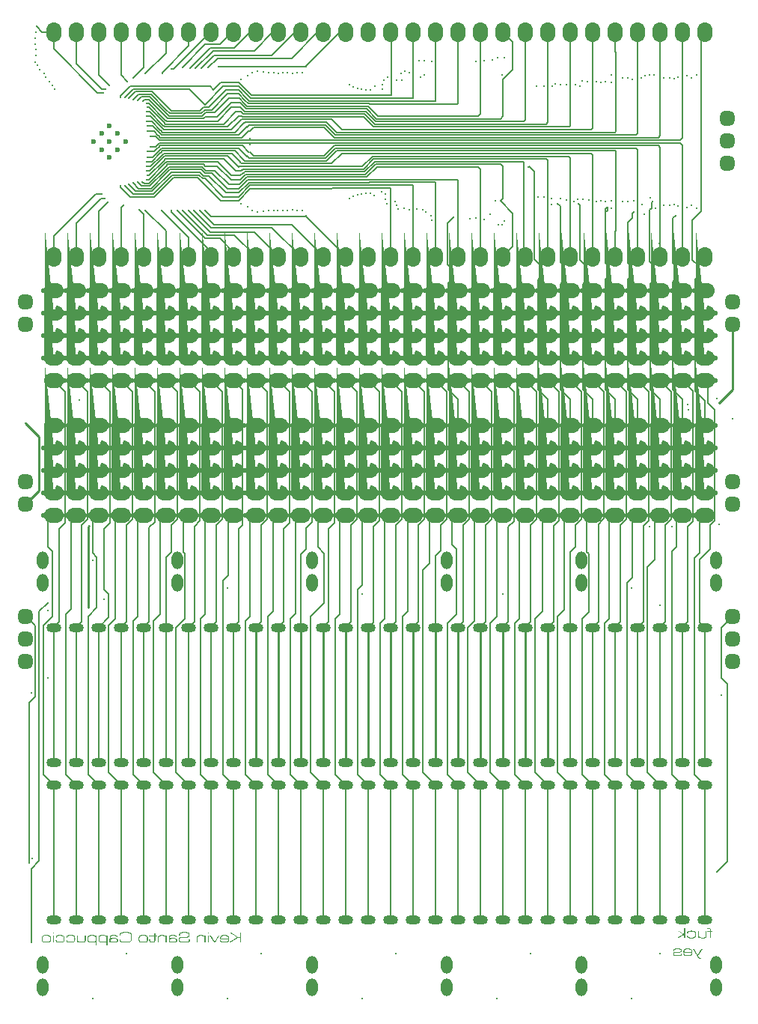
<source format=gbl>
%TF.GenerationSoftware,KiCad,Pcbnew,7.0.7*%
%TF.CreationDate,2023-10-12T12:03:03-07:00*%
%TF.ProjectId,JumperLUX,4a756d70-6572-44c5-9558-2e6b69636164,rev?*%
%TF.SameCoordinates,Original*%
%TF.FileFunction,Copper,L4,Bot*%
%TF.FilePolarity,Positive*%
%FSLAX46Y46*%
G04 Gerber Fmt 4.6, Leading zero omitted, Abs format (unit mm)*
G04 Created by KiCad (PCBNEW 7.0.7) date 2023-10-12 12:03:03*
%MOMM*%
%LPD*%
G01*
G04 APERTURE LIST*
G04 Aperture macros list*
%AMRoundRect*
0 Rectangle with rounded corners*
0 $1 Rounding radius*
0 $2 $3 $4 $5 $6 $7 $8 $9 X,Y pos of 4 corners*
0 Add a 4 corners polygon primitive as box body*
4,1,4,$2,$3,$4,$5,$6,$7,$8,$9,$2,$3,0*
0 Add four circle primitives for the rounded corners*
1,1,$1+$1,$2,$3*
1,1,$1+$1,$4,$5*
1,1,$1+$1,$6,$7*
1,1,$1+$1,$8,$9*
0 Add four rect primitives between the rounded corners*
20,1,$1+$1,$2,$3,$4,$5,0*
20,1,$1+$1,$4,$5,$6,$7,0*
20,1,$1+$1,$6,$7,$8,$9,0*
20,1,$1+$1,$8,$9,$2,$3,0*%
%AMFreePoly0*
4,1,39,0.250000,0.845344,0.338849,0.845344,0.512664,0.808398,0.675000,0.736122,0.818761,0.631673,0.937664,0.499617,1.026514,0.345726,1.081425,0.176725,1.100000,0.000000,1.081425,-0.176725,1.026514,-0.345726,0.937664,-0.499617,0.818761,-0.631673,0.675000,-0.736122,0.512664,-0.808398,0.338849,-0.845344,0.250000,-0.845344,0.250000,-0.850000,-0.250000,-0.850000,-0.250000,-0.845344,
-0.338849,-0.845344,-0.512664,-0.808398,-0.675000,-0.736122,-0.818761,-0.631673,-0.937664,-0.499617,-1.026514,-0.345726,-1.081425,-0.176725,-1.100000,0.000000,-1.081425,0.176725,-1.026514,0.345726,-0.937664,0.499617,-0.818761,0.631673,-0.675000,0.736122,-0.512664,0.808398,-0.338849,0.845344,-0.250000,0.845344,-0.250000,0.850000,0.250000,0.850000,0.250000,0.845344,0.250000,0.845344,
$1*%
%AMFreePoly1*
4,1,59,0.250000,0.845344,0.338849,0.845344,0.512664,0.808398,0.675000,0.736122,0.818761,0.631673,0.937664,0.499617,1.012030,0.370812,1.075002,0.307840,1.175960,0.250000,1.210000,0.250000,1.305671,0.230970,1.386777,0.176777,1.440970,0.095671,1.460000,0.000000,1.440970,-0.095671,1.386777,-0.176777,1.305671,-0.230970,1.210000,-0.250000,1.175960,-0.250000,1.075002,-0.307840,
1.012030,-0.370812,0.937664,-0.499617,0.818761,-0.631673,0.675000,-0.736122,0.512664,-0.808398,0.338849,-0.845344,0.250000,-0.845344,0.250000,-0.850000,-0.250000,-0.850000,-0.250000,-0.845344,-0.338849,-0.845344,-0.512664,-0.808398,-0.675000,-0.736122,-0.818761,-0.631673,-0.937664,-0.499617,-1.012030,-0.370812,-1.075001,-0.307840,-1.175960,-0.250000,-1.210000,-0.250000,-1.305671,-0.230970,
-1.386777,-0.176777,-1.440970,-0.095671,-1.460000,0.000000,-1.440970,0.095671,-1.386777,0.176777,-1.305671,0.230970,-1.210000,0.250000,-1.175960,0.250000,-1.075001,0.307840,-1.012030,0.370812,-0.937664,0.499617,-0.818761,0.631673,-0.675000,0.736122,-0.512664,0.808398,-0.338849,0.845344,-0.250000,0.845344,-0.250000,0.850000,0.250000,0.850000,0.250000,0.845344,0.250000,0.845344,
$1*%
%AMFreePoly2*
4,1,49,0.250000,0.845344,0.338849,0.845344,0.512664,0.808398,0.675000,0.736122,0.818761,0.631673,0.937664,0.499617,1.012030,0.370812,1.075002,0.307840,1.175960,0.250000,1.210000,0.250000,1.305671,0.230970,1.386777,0.176777,1.440970,0.095671,1.460000,0.000000,1.440970,-0.095671,1.386777,-0.176777,1.305671,-0.230970,1.210000,-0.250000,1.175960,-0.250000,1.075002,-0.307840,
1.012030,-0.370812,0.937664,-0.499617,0.818761,-0.631673,0.675000,-0.736122,0.512664,-0.808398,0.338849,-0.845344,0.250000,-0.845344,0.250000,-0.850000,-0.250000,-0.850000,-0.250000,-0.845344,-0.338849,-0.845344,-0.512664,-0.808398,-0.675000,-0.736122,-0.818761,-0.631673,-0.937664,-0.499617,-1.026514,-0.345726,-1.081425,-0.176725,-1.100000,0.000000,-1.081425,0.176725,-1.026514,0.345726,
-0.937664,0.499617,-0.818761,0.631673,-0.675000,0.736122,-0.512664,0.808398,-0.338849,0.845344,-0.250000,0.845344,-0.250000,0.850000,0.250000,0.850000,0.250000,0.845344,0.250000,0.845344,$1*%
%AMFreePoly3*
4,1,49,0.250000,0.845344,0.338849,0.845344,0.512664,0.808398,0.675000,0.736122,0.818761,0.631673,0.937664,0.499617,1.026514,0.345726,1.081425,0.176725,1.100000,0.000000,1.081425,-0.176725,1.026514,-0.345726,0.937664,-0.499617,0.818761,-0.631673,0.675000,-0.736122,0.512664,-0.808398,0.338849,-0.845344,0.250000,-0.845344,0.250000,-0.850000,-0.250000,-0.850000,-0.250000,-0.845344,
-0.338849,-0.845344,-0.512664,-0.808398,-0.675000,-0.736122,-0.818761,-0.631673,-0.937664,-0.499617,-1.012030,-0.370812,-1.075001,-0.307840,-1.175960,-0.250000,-1.210000,-0.250000,-1.305671,-0.230970,-1.386777,-0.176777,-1.440970,-0.095671,-1.460000,0.000000,-1.440970,0.095671,-1.386777,0.176777,-1.305671,0.230970,-1.210000,0.250000,-1.175960,0.250000,-1.075001,0.307840,-1.012030,0.370812,
-0.937664,0.499617,-0.818761,0.631673,-0.675000,0.736122,-0.512664,0.808398,-0.338849,0.845344,-0.250000,0.845344,-0.250000,0.850000,0.250000,0.850000,0.250000,0.845344,0.250000,0.845344,$1*%
G04 Aperture macros list end*
%ADD10C,0.300000*%
%TA.AperFunction,NonConductor*%
%ADD11C,0.300000*%
%TD*%
%TA.AperFunction,ComponentPad*%
%ADD12FreePoly0,270.000000*%
%TD*%
%TA.AperFunction,ComponentPad*%
%ADD13RoundRect,0.595000X-0.255000X-0.255000X0.255000X-0.255000X0.255000X0.255000X-0.255000X0.255000X0*%
%TD*%
%TA.AperFunction,ComponentPad*%
%ADD14FreePoly1,90.000000*%
%TD*%
%TA.AperFunction,ComponentPad*%
%ADD15FreePoly2,270.000000*%
%TD*%
%TA.AperFunction,ComponentPad*%
%ADD16FreePoly3,90.000000*%
%TD*%
%TA.AperFunction,ComponentPad*%
%ADD17C,0.600000*%
%TD*%
%TA.AperFunction,ComponentPad*%
%ADD18FreePoly1,270.000000*%
%TD*%
%TA.AperFunction,ComponentPad*%
%ADD19FreePoly2,90.000000*%
%TD*%
%TA.AperFunction,ComponentPad*%
%ADD20O,1.300000X2.000000*%
%TD*%
%TA.AperFunction,ComponentPad*%
%ADD21O,1.700000X1.000000*%
%TD*%
%TA.AperFunction,ComponentPad*%
%ADD22FreePoly3,270.000000*%
%TD*%
%TA.AperFunction,ComponentPad*%
%ADD23FreePoly0,90.000000*%
%TD*%
%TA.AperFunction,ViaPad*%
%ADD24C,0.300000*%
%TD*%
%TA.AperFunction,Conductor*%
%ADD25C,0.200000*%
%TD*%
%TA.AperFunction,Conductor*%
%ADD26C,0.250000*%
%TD*%
G04 APERTURE END LIST*
D10*
D11*
G36*
X86520923Y-179120000D02*
G01*
X86709381Y-179120000D01*
X87551725Y-178576022D01*
X87754251Y-178576022D01*
X87754251Y-179120000D01*
X87864161Y-179120000D01*
X87864161Y-177957013D01*
X87754251Y-177957013D01*
X87754251Y-178482233D01*
X87550553Y-178482233D01*
X86745138Y-177957013D01*
X86570455Y-177957013D01*
X87450902Y-178526489D01*
X86520923Y-179120000D01*
G37*
G36*
X86048290Y-178275958D02*
G01*
X86066173Y-178276144D01*
X86083644Y-178276453D01*
X86100703Y-178276885D01*
X86117350Y-178277442D01*
X86133584Y-178278122D01*
X86149406Y-178278926D01*
X86164817Y-178279853D01*
X86179815Y-178280904D01*
X86194401Y-178282079D01*
X86208574Y-178283377D01*
X86222336Y-178284799D01*
X86235685Y-178286344D01*
X86248622Y-178288014D01*
X86261148Y-178289807D01*
X86273260Y-178291723D01*
X86285015Y-178293787D01*
X86302076Y-178297343D01*
X86318452Y-178301450D01*
X86334142Y-178306108D01*
X86349147Y-178311318D01*
X86363467Y-178317079D01*
X86377102Y-178323391D01*
X86390051Y-178330254D01*
X86402316Y-178337669D01*
X86413895Y-178345635D01*
X86424789Y-178354152D01*
X86431649Y-178360115D01*
X86441424Y-178369580D01*
X86450581Y-178379669D01*
X86459119Y-178390381D01*
X86467040Y-178401716D01*
X86474342Y-178413675D01*
X86481026Y-178426257D01*
X86487091Y-178439462D01*
X86492539Y-178453291D01*
X86497368Y-178467743D01*
X86501579Y-178482819D01*
X86505298Y-178498631D01*
X86508651Y-178515294D01*
X86510683Y-178526874D01*
X86512552Y-178538832D01*
X86514259Y-178551169D01*
X86515804Y-178563883D01*
X86517186Y-178576974D01*
X86518405Y-178590444D01*
X86519462Y-178604291D01*
X86520356Y-178618517D01*
X86521088Y-178633120D01*
X86521657Y-178648101D01*
X86522063Y-178663459D01*
X86522307Y-178679196D01*
X86522388Y-178695310D01*
X86522388Y-178715826D01*
X86522368Y-178723841D01*
X86522208Y-178739594D01*
X86521887Y-178754982D01*
X86521406Y-178770003D01*
X86520765Y-178784657D01*
X86519964Y-178798945D01*
X86519002Y-178812867D01*
X86517880Y-178826423D01*
X86516598Y-178839612D01*
X86515155Y-178852435D01*
X86513553Y-178864891D01*
X86511789Y-178876981D01*
X86508844Y-178894429D01*
X86505538Y-178911053D01*
X86501872Y-178926852D01*
X86499132Y-178936941D01*
X86494503Y-178951576D01*
X86489251Y-178965614D01*
X86483375Y-178979053D01*
X86476875Y-178991896D01*
X86469753Y-179004140D01*
X86462007Y-179015787D01*
X86453637Y-179026837D01*
X86444645Y-179037288D01*
X86435028Y-179047142D01*
X86424789Y-179056399D01*
X86417589Y-179062251D01*
X86406166Y-179070584D01*
X86393996Y-179078381D01*
X86381079Y-179085641D01*
X86367415Y-179092366D01*
X86353004Y-179098556D01*
X86337846Y-179104209D01*
X86321941Y-179109327D01*
X86305289Y-179113909D01*
X86293772Y-179116666D01*
X86281924Y-179119184D01*
X86269743Y-179121465D01*
X86257179Y-179123559D01*
X86244180Y-179125518D01*
X86230746Y-179127342D01*
X86216877Y-179129030D01*
X86202573Y-179130584D01*
X86187834Y-179132003D01*
X86172659Y-179133286D01*
X86157050Y-179134434D01*
X86141005Y-179135447D01*
X86124526Y-179136326D01*
X86107611Y-179137069D01*
X86090262Y-179137677D01*
X86072477Y-179138149D01*
X86054257Y-179138487D01*
X86035602Y-179138690D01*
X86016512Y-179138757D01*
X85979290Y-179138757D01*
X85971071Y-179138744D01*
X85954892Y-179138641D01*
X85939056Y-179138435D01*
X85923563Y-179138126D01*
X85908414Y-179137714D01*
X85893608Y-179137199D01*
X85879146Y-179136581D01*
X85865027Y-179135859D01*
X85851252Y-179135035D01*
X85837820Y-179134108D01*
X85824732Y-179133077D01*
X85811987Y-179131944D01*
X85799585Y-179130707D01*
X85787527Y-179129368D01*
X85775813Y-179127925D01*
X85758885Y-179125568D01*
X85747986Y-179123839D01*
X85732118Y-179120946D01*
X85716826Y-179117691D01*
X85702112Y-179114076D01*
X85687975Y-179110101D01*
X85674415Y-179105765D01*
X85661432Y-179101068D01*
X85649026Y-179096010D01*
X85637197Y-179090592D01*
X85625945Y-179084813D01*
X85615270Y-179078674D01*
X85611840Y-179076545D01*
X85601930Y-179069895D01*
X85589606Y-179060410D01*
X85578300Y-179050221D01*
X85568009Y-179039326D01*
X85558736Y-179027726D01*
X85550479Y-179015421D01*
X85543238Y-179002410D01*
X85537015Y-178988695D01*
X85534247Y-178981512D01*
X85530429Y-178970316D01*
X85527013Y-178958616D01*
X85523999Y-178946411D01*
X85521387Y-178933701D01*
X85519177Y-178920486D01*
X85517369Y-178906766D01*
X85515962Y-178892542D01*
X85514957Y-178877812D01*
X85514355Y-178862578D01*
X85514154Y-178846838D01*
X85514154Y-178819874D01*
X85615856Y-178819874D01*
X85615856Y-178843321D01*
X85615909Y-178850818D01*
X85616330Y-178865289D01*
X85617173Y-178879065D01*
X85618437Y-178892144D01*
X85620122Y-178904527D01*
X85622229Y-178916214D01*
X85625455Y-178929844D01*
X85629339Y-178942386D01*
X85631121Y-178947088D01*
X85636429Y-178958312D01*
X85642954Y-178968778D01*
X85650695Y-178978485D01*
X85659652Y-178987434D01*
X85669826Y-178995624D01*
X85681216Y-179003056D01*
X85691286Y-179008497D01*
X85702447Y-179013534D01*
X85714697Y-179018169D01*
X85728037Y-179022400D01*
X85742467Y-179026229D01*
X85754005Y-179028835D01*
X85766156Y-179031216D01*
X85778920Y-179033369D01*
X85792297Y-179035296D01*
X85801601Y-179036467D01*
X85816234Y-179038082D01*
X85831682Y-179039528D01*
X85847943Y-179040803D01*
X85865018Y-179041908D01*
X85876854Y-179042550D01*
X85889052Y-179043117D01*
X85901611Y-179043608D01*
X85914533Y-179044024D01*
X85927816Y-179044364D01*
X85941460Y-179044628D01*
X85955467Y-179044817D01*
X85969835Y-179044930D01*
X85984565Y-179044968D01*
X86016512Y-179044968D01*
X86024650Y-179044956D01*
X86040619Y-179044860D01*
X86056180Y-179044668D01*
X86071334Y-179044379D01*
X86086080Y-179043994D01*
X86100418Y-179043514D01*
X86114349Y-179042936D01*
X86127873Y-179042263D01*
X86140989Y-179041494D01*
X86153697Y-179040628D01*
X86165998Y-179039667D01*
X86177891Y-179038609D01*
X86194966Y-179036842D01*
X86211125Y-179034858D01*
X86226366Y-179032658D01*
X86231239Y-179031868D01*
X86245426Y-179029246D01*
X86258964Y-179026249D01*
X86271852Y-179022875D01*
X86284092Y-179019125D01*
X86295682Y-179015000D01*
X86310126Y-179008913D01*
X86323416Y-179002158D01*
X86335552Y-178994735D01*
X86346533Y-178986643D01*
X86356517Y-178977814D01*
X86365658Y-178968178D01*
X86373956Y-178957737D01*
X86381411Y-178946489D01*
X86388024Y-178934436D01*
X86393794Y-178921577D01*
X86398722Y-178907911D01*
X86402807Y-178893440D01*
X86403708Y-178889665D01*
X86406242Y-178877888D01*
X86408517Y-178865430D01*
X86410535Y-178852293D01*
X86412295Y-178838475D01*
X86413798Y-178823977D01*
X86415043Y-178808799D01*
X86416030Y-178792942D01*
X86416760Y-178776404D01*
X86417232Y-178759186D01*
X86417404Y-178747329D01*
X86417461Y-178735170D01*
X86417461Y-178726085D01*
X85520895Y-178726085D01*
X85520895Y-178632295D01*
X85624063Y-178632295D01*
X86415410Y-178632295D01*
X86415176Y-178622684D01*
X86414637Y-178608632D01*
X86413871Y-178595018D01*
X86412878Y-178581842D01*
X86411659Y-178569103D01*
X86410213Y-178556803D01*
X86408540Y-178544940D01*
X86405958Y-178529805D01*
X86402972Y-178515448D01*
X86399583Y-178501870D01*
X86395539Y-178489061D01*
X86390735Y-178477012D01*
X86385171Y-178465723D01*
X86378847Y-178455195D01*
X86371762Y-178445427D01*
X86363917Y-178436419D01*
X86355312Y-178428171D01*
X86345947Y-178420683D01*
X86343456Y-178418905D01*
X86332772Y-178412137D01*
X86320934Y-178405918D01*
X86307942Y-178400248D01*
X86293796Y-178395128D01*
X86282429Y-178391649D01*
X86270413Y-178388479D01*
X86257747Y-178385618D01*
X86244433Y-178383066D01*
X86230469Y-178380823D01*
X86225655Y-178380138D01*
X86210589Y-178378213D01*
X86194591Y-178376483D01*
X86177661Y-178374950D01*
X86165856Y-178374036D01*
X86153637Y-178373209D01*
X86141003Y-178372470D01*
X86127955Y-178371817D01*
X86114492Y-178371252D01*
X86100615Y-178370773D01*
X86086323Y-178370382D01*
X86071617Y-178370077D01*
X86056496Y-178369859D01*
X86040962Y-178369729D01*
X86025012Y-178369685D01*
X85998048Y-178369685D01*
X85982676Y-178369726D01*
X85967704Y-178369846D01*
X85953129Y-178370046D01*
X85938953Y-178370327D01*
X85925176Y-178370687D01*
X85911796Y-178371128D01*
X85898816Y-178371649D01*
X85886233Y-178372250D01*
X85874049Y-178372931D01*
X85862264Y-178373693D01*
X85845333Y-178374985D01*
X85829298Y-178376457D01*
X85814160Y-178378110D01*
X85799918Y-178379944D01*
X85786436Y-178382014D01*
X85773577Y-178384378D01*
X85761342Y-178387035D01*
X85749731Y-178389987D01*
X85735218Y-178394378D01*
X85721814Y-178399292D01*
X85709517Y-178404728D01*
X85698330Y-178410686D01*
X85688250Y-178417166D01*
X85681275Y-178422400D01*
X85670646Y-178431912D01*
X85661262Y-178442413D01*
X85653124Y-178453900D01*
X85646230Y-178466375D01*
X85640581Y-178479837D01*
X85636959Y-178491318D01*
X85636166Y-178494295D01*
X85633244Y-178506752D01*
X85630725Y-178520087D01*
X85628609Y-178534302D01*
X85626897Y-178549396D01*
X85625877Y-178561294D01*
X85625083Y-178573686D01*
X85624516Y-178586573D01*
X85624176Y-178599955D01*
X85624063Y-178613831D01*
X85624063Y-178632295D01*
X85520895Y-178632295D01*
X85520895Y-178625554D01*
X85520974Y-178612831D01*
X85521211Y-178600380D01*
X85521606Y-178588202D01*
X85522159Y-178576297D01*
X85523284Y-178558949D01*
X85524766Y-178542214D01*
X85526602Y-178526093D01*
X85528795Y-178510585D01*
X85531342Y-178495689D01*
X85534245Y-178481407D01*
X85537504Y-178467738D01*
X85541118Y-178454682D01*
X85543741Y-178446256D01*
X85548169Y-178434028D01*
X85553190Y-178422295D01*
X85558803Y-178411057D01*
X85565009Y-178400314D01*
X85571807Y-178390064D01*
X85579197Y-178380310D01*
X85587180Y-178371050D01*
X85595756Y-178362285D01*
X85604924Y-178354014D01*
X85614684Y-178346238D01*
X85621537Y-178341282D01*
X85632375Y-178334221D01*
X85643883Y-178327609D01*
X85656061Y-178321444D01*
X85668908Y-178315728D01*
X85682425Y-178310460D01*
X85696612Y-178305640D01*
X85711469Y-178301269D01*
X85726995Y-178297346D01*
X85743191Y-178293871D01*
X85760057Y-178290844D01*
X85771724Y-178289034D01*
X85783789Y-178287341D01*
X85796252Y-178285764D01*
X85809114Y-178284304D01*
X85822374Y-178282961D01*
X85836032Y-178281735D01*
X85850089Y-178280626D01*
X85864545Y-178279633D01*
X85879398Y-178278757D01*
X85894650Y-178277998D01*
X85910301Y-178277356D01*
X85926350Y-178276830D01*
X85942798Y-178276422D01*
X85959644Y-178276130D01*
X85976888Y-178275955D01*
X85994531Y-178275896D01*
X86029995Y-178275896D01*
X86048290Y-178275958D01*
G37*
G36*
X84842095Y-179120000D02*
G01*
X84952297Y-179120000D01*
X85434433Y-178294654D01*
X85314558Y-178294654D01*
X84892507Y-179028848D01*
X84896610Y-179028848D01*
X84466352Y-178294654D01*
X84349995Y-178294654D01*
X84842095Y-179120000D01*
G37*
G36*
X84125780Y-179120000D02*
G01*
X84230706Y-179120000D01*
X84230706Y-178294654D01*
X84125780Y-178294654D01*
X84125780Y-179120000D01*
G37*
G36*
X84125780Y-178107076D02*
G01*
X84230706Y-178107076D01*
X84230706Y-177957013D01*
X84125780Y-177957013D01*
X84125780Y-178107076D01*
G37*
G36*
X82886589Y-179120000D02*
G01*
X82991516Y-179120000D01*
X82991516Y-178660139D01*
X82991624Y-178643145D01*
X82991949Y-178626785D01*
X82992490Y-178611059D01*
X82993247Y-178595966D01*
X82994221Y-178581507D01*
X82995411Y-178567681D01*
X82996817Y-178554490D01*
X82998440Y-178541932D01*
X83000279Y-178530007D01*
X83003068Y-178515094D01*
X83003826Y-178511542D01*
X83007205Y-178497798D01*
X83011336Y-178484852D01*
X83016218Y-178472703D01*
X83021851Y-178461350D01*
X83028235Y-178450794D01*
X83035370Y-178441035D01*
X83043256Y-178432073D01*
X83051893Y-178423907D01*
X83061345Y-178416447D01*
X83071823Y-178409601D01*
X83083327Y-178403368D01*
X83095856Y-178397749D01*
X83109412Y-178392744D01*
X83123993Y-178388352D01*
X83135602Y-178385461D01*
X83147789Y-178382915D01*
X83156233Y-178381409D01*
X83169437Y-178379314D01*
X83183439Y-178377425D01*
X83198240Y-178375742D01*
X83213839Y-178374265D01*
X83230237Y-178372994D01*
X83247434Y-178371929D01*
X83259342Y-178371334D01*
X83271605Y-178370830D01*
X83284223Y-178370418D01*
X83297195Y-178370098D01*
X83310523Y-178369869D01*
X83324206Y-178369731D01*
X83338243Y-178369685D01*
X83366966Y-178369685D01*
X83379432Y-178369735D01*
X83391696Y-178369882D01*
X83403758Y-178370129D01*
X83415619Y-178370473D01*
X83433033Y-178371175D01*
X83449993Y-178372098D01*
X83466500Y-178373242D01*
X83482554Y-178374608D01*
X83498154Y-178376196D01*
X83513301Y-178378005D01*
X83527995Y-178380036D01*
X83542235Y-178382288D01*
X83555966Y-178384769D01*
X83569245Y-178387595D01*
X83582070Y-178390766D01*
X83594442Y-178394282D01*
X83606360Y-178398144D01*
X83617825Y-178402350D01*
X83628836Y-178406902D01*
X83642813Y-178413508D01*
X83655984Y-178420728D01*
X83665333Y-178426545D01*
X83677107Y-178434830D01*
X83688103Y-178443856D01*
X83698320Y-178453624D01*
X83707758Y-178464134D01*
X83716418Y-178475386D01*
X83724299Y-178487380D01*
X83731402Y-178500116D01*
X83737727Y-178513593D01*
X83743222Y-178527973D01*
X83746863Y-178539455D01*
X83750091Y-178551535D01*
X83752908Y-178564212D01*
X83755312Y-178577487D01*
X83757304Y-178591360D01*
X83758884Y-178605830D01*
X83760052Y-178620898D01*
X83760808Y-178636564D01*
X83761151Y-178652827D01*
X83761174Y-178658381D01*
X83761174Y-179120000D01*
X83866101Y-179120000D01*
X83866101Y-178294654D01*
X83761174Y-178294654D01*
X83768794Y-178464354D01*
X83770553Y-178463475D01*
X83766807Y-178452072D01*
X83762603Y-178441017D01*
X83756704Y-178427687D01*
X83750089Y-178414902D01*
X83742759Y-178402660D01*
X83734713Y-178390962D01*
X83727762Y-178381995D01*
X83718236Y-178371291D01*
X83707795Y-178361158D01*
X83698782Y-178353465D01*
X83689183Y-178346137D01*
X83678998Y-178339176D01*
X83668227Y-178332582D01*
X83656870Y-178326354D01*
X83650972Y-178323377D01*
X83638570Y-178317694D01*
X83625399Y-178312368D01*
X83611459Y-178307399D01*
X83596750Y-178302787D01*
X83585213Y-178299563D01*
X83573243Y-178296540D01*
X83560840Y-178293717D01*
X83548005Y-178291096D01*
X83534737Y-178288675D01*
X83530218Y-178287913D01*
X83516233Y-178285765D01*
X83501645Y-178283829D01*
X83486454Y-178282104D01*
X83470661Y-178280590D01*
X83454265Y-178279288D01*
X83437266Y-178278196D01*
X83419664Y-178277316D01*
X83407594Y-178276847D01*
X83395257Y-178276471D01*
X83382652Y-178276190D01*
X83369779Y-178276002D01*
X83356638Y-178275908D01*
X83349967Y-178275896D01*
X83321537Y-178275896D01*
X83305773Y-178275953D01*
X83290355Y-178276125D01*
X83275282Y-178276411D01*
X83260556Y-178276812D01*
X83246175Y-178277327D01*
X83232139Y-178277957D01*
X83218450Y-178278701D01*
X83205106Y-178279560D01*
X83192108Y-178280533D01*
X83179456Y-178281621D01*
X83167150Y-178282823D01*
X83155189Y-178284139D01*
X83137896Y-178286329D01*
X83121382Y-178288776D01*
X83110804Y-178290551D01*
X83095433Y-178293512D01*
X83080644Y-178296901D01*
X83066438Y-178300718D01*
X83052813Y-178304963D01*
X83039771Y-178309635D01*
X83027311Y-178314734D01*
X83015433Y-178320262D01*
X83004137Y-178326216D01*
X82993424Y-178332599D01*
X82983292Y-178339409D01*
X82976861Y-178344187D01*
X82967677Y-178351706D01*
X82959029Y-178359756D01*
X82950916Y-178368337D01*
X82943339Y-178377448D01*
X82936298Y-178387090D01*
X82929793Y-178397262D01*
X82923823Y-178407966D01*
X82918390Y-178419200D01*
X82913492Y-178430964D01*
X82909130Y-178443259D01*
X82906519Y-178451751D01*
X82902958Y-178464980D01*
X82899746Y-178478837D01*
X82896885Y-178493323D01*
X82894374Y-178508437D01*
X82892214Y-178524180D01*
X82890404Y-178540551D01*
X82888944Y-178557551D01*
X82887835Y-178575179D01*
X82887290Y-178587281D01*
X82886901Y-178599661D01*
X82886667Y-178612322D01*
X82886589Y-178625261D01*
X82886589Y-179120000D01*
G37*
G36*
X80841397Y-178813719D02*
G01*
X80841497Y-178826176D01*
X80841796Y-178838343D01*
X80842294Y-178850219D01*
X80843414Y-178867488D01*
X80844983Y-178884102D01*
X80847000Y-178900062D01*
X80849465Y-178915368D01*
X80852379Y-178930019D01*
X80855740Y-178944016D01*
X80859550Y-178957359D01*
X80863808Y-178970048D01*
X80866896Y-178978143D01*
X80871965Y-178989824D01*
X80877719Y-179001015D01*
X80884158Y-179011716D01*
X80891282Y-179021928D01*
X80899092Y-179031651D01*
X80907587Y-179040884D01*
X80916767Y-179049628D01*
X80926632Y-179057882D01*
X80937182Y-179065647D01*
X80948418Y-179072923D01*
X80956289Y-179077501D01*
X80968668Y-179084002D01*
X80981846Y-179090096D01*
X80995823Y-179095783D01*
X81010598Y-179101063D01*
X81026172Y-179105936D01*
X81042544Y-179110402D01*
X81059715Y-179114461D01*
X81071605Y-179116941D01*
X81083851Y-179119240D01*
X81096452Y-179121358D01*
X81109407Y-179123295D01*
X81122718Y-179125051D01*
X81129506Y-179125861D01*
X81143364Y-179127423D01*
X81157680Y-179128884D01*
X81172453Y-179130244D01*
X81187685Y-179131503D01*
X81203374Y-179132662D01*
X81219522Y-179133720D01*
X81236127Y-179134677D01*
X81253191Y-179135533D01*
X81270712Y-179136289D01*
X81288691Y-179136944D01*
X81307129Y-179137498D01*
X81326024Y-179137951D01*
X81345377Y-179138304D01*
X81365188Y-179138556D01*
X81385457Y-179138707D01*
X81406184Y-179138757D01*
X81458648Y-179138757D01*
X81471880Y-179138745D01*
X81484940Y-179138709D01*
X81497830Y-179138649D01*
X81510548Y-179138565D01*
X81523095Y-179138457D01*
X81535471Y-179138325D01*
X81547676Y-179138168D01*
X81559709Y-179137988D01*
X81571572Y-179137784D01*
X81594783Y-179137303D01*
X81617310Y-179136726D01*
X81639152Y-179136053D01*
X81660310Y-179135283D01*
X81680783Y-179134418D01*
X81700571Y-179133456D01*
X81719675Y-179132398D01*
X81738094Y-179131244D01*
X81755828Y-179129994D01*
X81772878Y-179128647D01*
X81789243Y-179127205D01*
X81797168Y-179126448D01*
X81812581Y-179124809D01*
X81827531Y-179122972D01*
X81842018Y-179120935D01*
X81856043Y-179118699D01*
X81869605Y-179116264D01*
X81882705Y-179113629D01*
X81895343Y-179110796D01*
X81907517Y-179107763D01*
X81919230Y-179104531D01*
X81930479Y-179101100D01*
X81946486Y-179095579D01*
X81961453Y-179089611D01*
X81975379Y-179083194D01*
X81988264Y-179076329D01*
X82000211Y-179068896D01*
X82011324Y-179060887D01*
X82021603Y-179052300D01*
X82031046Y-179043136D01*
X82039655Y-179033396D01*
X82047430Y-179023078D01*
X82054369Y-179012183D01*
X82060474Y-179000711D01*
X82065745Y-178988662D01*
X82070181Y-178976037D01*
X82072674Y-178967299D01*
X82075922Y-178953569D01*
X82078850Y-178939087D01*
X82081458Y-178923852D01*
X82083748Y-178907865D01*
X82085717Y-178891127D01*
X82087368Y-178873636D01*
X82088291Y-178861557D01*
X82089071Y-178849144D01*
X82089710Y-178836397D01*
X82090207Y-178823315D01*
X82090562Y-178809900D01*
X82090775Y-178796150D01*
X82090846Y-178782065D01*
X82090846Y-178744842D01*
X81982695Y-178744842D01*
X81982695Y-178780893D01*
X81982577Y-178797429D01*
X81982221Y-178813295D01*
X81981629Y-178828492D01*
X81980799Y-178843019D01*
X81979733Y-178856876D01*
X81978429Y-178870064D01*
X81976889Y-178882581D01*
X81975112Y-178894429D01*
X81972373Y-178909184D01*
X81969213Y-178922749D01*
X81965197Y-178935320D01*
X81960036Y-178947094D01*
X81953730Y-178958071D01*
X81946279Y-178968251D01*
X81937683Y-178977635D01*
X81927942Y-178986222D01*
X81917057Y-178994011D01*
X81905026Y-179001004D01*
X81891512Y-179007324D01*
X81880276Y-179011703D01*
X81868098Y-179015773D01*
X81854976Y-179019534D01*
X81840912Y-179022986D01*
X81825905Y-179026129D01*
X81809956Y-179028963D01*
X81793063Y-179031487D01*
X81781278Y-179032998D01*
X81769073Y-179034372D01*
X81756450Y-179035609D01*
X81749981Y-179036175D01*
X81736635Y-179037240D01*
X81722682Y-179038236D01*
X81708122Y-179039164D01*
X81692956Y-179040022D01*
X81677183Y-179040812D01*
X81660803Y-179041533D01*
X81643816Y-179042186D01*
X81626223Y-179042770D01*
X81608023Y-179043285D01*
X81589215Y-179043732D01*
X81569802Y-179044109D01*
X81549781Y-179044419D01*
X81529153Y-179044659D01*
X81507919Y-179044831D01*
X81486078Y-179044934D01*
X81463630Y-179044968D01*
X81412926Y-179044968D01*
X81394825Y-179044935D01*
X81377159Y-179044835D01*
X81359929Y-179044669D01*
X81343133Y-179044437D01*
X81326773Y-179044138D01*
X81310847Y-179043773D01*
X81295357Y-179043341D01*
X81280302Y-179042843D01*
X81265681Y-179042279D01*
X81251496Y-179041648D01*
X81237746Y-179040951D01*
X81224431Y-179040187D01*
X81211551Y-179039357D01*
X81199106Y-179038461D01*
X81187096Y-179037498D01*
X81175521Y-179036468D01*
X81158854Y-179034736D01*
X81142923Y-179032725D01*
X81127729Y-179030435D01*
X81113272Y-179027868D01*
X81099551Y-179025022D01*
X81086567Y-179021899D01*
X81074320Y-179018497D01*
X81062810Y-179014816D01*
X81048608Y-179009477D01*
X81035717Y-179003642D01*
X81023902Y-178997171D01*
X81013076Y-178990068D01*
X81003239Y-178982334D01*
X80994391Y-178973967D01*
X80986532Y-178964968D01*
X80979663Y-178955337D01*
X80973783Y-178945074D01*
X80968892Y-178934180D01*
X80964770Y-178922493D01*
X80961198Y-178909853D01*
X80958176Y-178896261D01*
X80955703Y-178881716D01*
X80953780Y-178866219D01*
X80952698Y-178853971D01*
X80951925Y-178841187D01*
X80951461Y-178827867D01*
X80951307Y-178814012D01*
X80951307Y-178791737D01*
X80951441Y-178779701D01*
X80952036Y-178764334D01*
X80953107Y-178749746D01*
X80954655Y-178735937D01*
X80956680Y-178722906D01*
X80959180Y-178710653D01*
X80962157Y-178699179D01*
X80966547Y-178685931D01*
X80972091Y-178673678D01*
X80979382Y-178662198D01*
X80988418Y-178651490D01*
X80999200Y-178641555D01*
X81009082Y-178634164D01*
X81020082Y-178627267D01*
X81032200Y-178620865D01*
X81045677Y-178614939D01*
X81056837Y-178610795D01*
X81068899Y-178606909D01*
X81081862Y-178603280D01*
X81095727Y-178599909D01*
X81110494Y-178596795D01*
X81126162Y-178593939D01*
X81142732Y-178591341D01*
X81160203Y-178589000D01*
X81172351Y-178587583D01*
X81184900Y-178586280D01*
X81197922Y-178585038D01*
X81211489Y-178583876D01*
X81225601Y-178582794D01*
X81240258Y-178581792D01*
X81255460Y-178580870D01*
X81271207Y-178580029D01*
X81287498Y-178579268D01*
X81304335Y-178578586D01*
X81321717Y-178577985D01*
X81339644Y-178577464D01*
X81358115Y-178577024D01*
X81377132Y-178576663D01*
X81396693Y-178576382D01*
X81416800Y-178576182D01*
X81437451Y-178576062D01*
X81458648Y-178576022D01*
X81470953Y-178576008D01*
X81483103Y-178575968D01*
X81495096Y-178575901D01*
X81506935Y-178575807D01*
X81530144Y-178575538D01*
X81552730Y-178575161D01*
X81574694Y-178574677D01*
X81596034Y-178574085D01*
X81616752Y-178573385D01*
X81636847Y-178572578D01*
X81656320Y-178571663D01*
X81675169Y-178570641D01*
X81693396Y-178569511D01*
X81711000Y-178568273D01*
X81727980Y-178566928D01*
X81744339Y-178565475D01*
X81760074Y-178563915D01*
X81775187Y-178562247D01*
X81789772Y-178560441D01*
X81803928Y-178558468D01*
X81817653Y-178556329D01*
X81830947Y-178554022D01*
X81843811Y-178551548D01*
X81856245Y-178548906D01*
X81868248Y-178546098D01*
X81879820Y-178543122D01*
X81896372Y-178538346D01*
X81911955Y-178533193D01*
X81926569Y-178527664D01*
X81940215Y-178521759D01*
X81952893Y-178515478D01*
X81956903Y-178513300D01*
X81968379Y-178506434D01*
X81979067Y-178499136D01*
X81988967Y-178491404D01*
X81998078Y-178483240D01*
X82006401Y-178474643D01*
X82013936Y-178465613D01*
X82022756Y-178452901D01*
X82030175Y-178439418D01*
X82036192Y-178425167D01*
X82038676Y-178417752D01*
X82041976Y-178406156D01*
X82044951Y-178394009D01*
X82047602Y-178381310D01*
X82049928Y-178368060D01*
X82051929Y-178354258D01*
X82053606Y-178339906D01*
X82054959Y-178325002D01*
X82055986Y-178309547D01*
X82056690Y-178293540D01*
X82057068Y-178276983D01*
X82057140Y-178265638D01*
X82057140Y-178241898D01*
X82056924Y-178225567D01*
X82056275Y-178209766D01*
X82055193Y-178194497D01*
X82053678Y-178179758D01*
X82051731Y-178165549D01*
X82049351Y-178151872D01*
X82046538Y-178138725D01*
X82043292Y-178126108D01*
X82039613Y-178114022D01*
X82035502Y-178102467D01*
X82032521Y-178095059D01*
X82027575Y-178084274D01*
X82021969Y-178073901D01*
X82015705Y-178063941D01*
X82008780Y-178054392D01*
X82001197Y-178045256D01*
X81992953Y-178036532D01*
X81984051Y-178028220D01*
X81974489Y-178020321D01*
X81964267Y-178012833D01*
X81953386Y-178005758D01*
X81945766Y-178001270D01*
X81933747Y-177994811D01*
X81920991Y-177988733D01*
X81907499Y-177983037D01*
X81893270Y-177977721D01*
X81878305Y-177972788D01*
X81862602Y-177968235D01*
X81846163Y-177964064D01*
X81828987Y-177960273D01*
X81817127Y-177957958D01*
X81804940Y-177955813D01*
X81792425Y-177953837D01*
X81779583Y-177952030D01*
X81766319Y-177950362D01*
X81752614Y-177948802D01*
X81738467Y-177947349D01*
X81723877Y-177946004D01*
X81708846Y-177944766D01*
X81693373Y-177943636D01*
X81677458Y-177942613D01*
X81661101Y-177941699D01*
X81644302Y-177940892D01*
X81627061Y-177940192D01*
X81609378Y-177939600D01*
X81591253Y-177939116D01*
X81572687Y-177938739D01*
X81553678Y-177938470D01*
X81534228Y-177938309D01*
X81514335Y-177938255D01*
X81477113Y-177938255D01*
X81465331Y-177938268D01*
X81442191Y-177938376D01*
X81419613Y-177938591D01*
X81397599Y-177938914D01*
X81376149Y-177939345D01*
X81355262Y-177939883D01*
X81334937Y-177940528D01*
X81315177Y-177941282D01*
X81295979Y-177942143D01*
X81277345Y-177943111D01*
X81259274Y-177944187D01*
X81241766Y-177945371D01*
X81224822Y-177946663D01*
X81208441Y-177948062D01*
X81192623Y-177949568D01*
X81177369Y-177951183D01*
X81169953Y-177952030D01*
X81155432Y-177953809D01*
X81141326Y-177955776D01*
X81127634Y-177957931D01*
X81114357Y-177960273D01*
X81101494Y-177962804D01*
X81089046Y-177965522D01*
X81077012Y-177968427D01*
X81065392Y-177971521D01*
X81048740Y-177976513D01*
X81033021Y-177981928D01*
X81018234Y-177987765D01*
X81004379Y-177994025D01*
X80991457Y-178000707D01*
X80987357Y-178003028D01*
X80975538Y-178010273D01*
X80964482Y-178018048D01*
X80954188Y-178026354D01*
X80944657Y-178035190D01*
X80935888Y-178044558D01*
X80927882Y-178054455D01*
X80920638Y-178064884D01*
X80914157Y-178075843D01*
X80908438Y-178087333D01*
X80903482Y-178099353D01*
X80900602Y-178107662D01*
X80896673Y-178120571D01*
X80893131Y-178134129D01*
X80889976Y-178148337D01*
X80887207Y-178163193D01*
X80884824Y-178178699D01*
X80882827Y-178194854D01*
X80881217Y-178211658D01*
X80879994Y-178229112D01*
X80879393Y-178241108D01*
X80878963Y-178253392D01*
X80878706Y-178265965D01*
X80878620Y-178278827D01*
X80878620Y-178313412D01*
X80986771Y-178313412D01*
X80986771Y-178281758D01*
X80986899Y-178266871D01*
X80987286Y-178252546D01*
X80987930Y-178238783D01*
X80988831Y-178225581D01*
X80989991Y-178212940D01*
X80991407Y-178200861D01*
X80993697Y-178185630D01*
X80996445Y-178171397D01*
X80999651Y-178158162D01*
X81001425Y-178151919D01*
X81005542Y-178140039D01*
X81010713Y-178128874D01*
X81016936Y-178118424D01*
X81024213Y-178108688D01*
X81032543Y-178099666D01*
X81041927Y-178091359D01*
X81052364Y-178083766D01*
X81063854Y-178076887D01*
X81076621Y-178070563D01*
X81090891Y-178064779D01*
X81102580Y-178060795D01*
X81115113Y-178057116D01*
X81128491Y-178053741D01*
X81142714Y-178050669D01*
X81157781Y-178047902D01*
X81173694Y-178045438D01*
X81190452Y-178043279D01*
X81208055Y-178041423D01*
X81220297Y-178040287D01*
X81233064Y-178039225D01*
X81246355Y-178038236D01*
X81260170Y-178037320D01*
X81274510Y-178036477D01*
X81289374Y-178035708D01*
X81304762Y-178035012D01*
X81320675Y-178034389D01*
X81337112Y-178033839D01*
X81354074Y-178033363D01*
X81371560Y-178032960D01*
X81389570Y-178032630D01*
X81408104Y-178032374D01*
X81427163Y-178032191D01*
X81446747Y-178032081D01*
X81466854Y-178032044D01*
X81502318Y-178032044D01*
X81520194Y-178032079D01*
X81537622Y-178032182D01*
X81554604Y-178032353D01*
X81571140Y-178032594D01*
X81587229Y-178032903D01*
X81602872Y-178033281D01*
X81618068Y-178033727D01*
X81632817Y-178034242D01*
X81647120Y-178034826D01*
X81660977Y-178035479D01*
X81674387Y-178036200D01*
X81687351Y-178036990D01*
X81699868Y-178037849D01*
X81711938Y-178038776D01*
X81729207Y-178040296D01*
X81734740Y-178040837D01*
X81750811Y-178042562D01*
X81766160Y-178044550D01*
X81780788Y-178046800D01*
X81794695Y-178049314D01*
X81807881Y-178052090D01*
X81820345Y-178055129D01*
X81832089Y-178058430D01*
X81846624Y-178063241D01*
X81859877Y-178068519D01*
X81868976Y-178072784D01*
X81880145Y-178078843D01*
X81890353Y-178085442D01*
X81901761Y-178094451D01*
X81911665Y-178104304D01*
X81920067Y-178115001D01*
X81926967Y-178126543D01*
X81931404Y-178136385D01*
X81935964Y-178149534D01*
X81939055Y-178160919D01*
X81941652Y-178173073D01*
X81943754Y-178185996D01*
X81945361Y-178199689D01*
X81946474Y-178214151D01*
X81947092Y-178229383D01*
X81947231Y-178241311D01*
X81947231Y-178264173D01*
X81947133Y-178276528D01*
X81946840Y-178288425D01*
X81946144Y-178303574D01*
X81945099Y-178317908D01*
X81943707Y-178331427D01*
X81941967Y-178344130D01*
X81939879Y-178356019D01*
X81936779Y-178369733D01*
X81936094Y-178372323D01*
X81931719Y-178384731D01*
X81925555Y-178396309D01*
X81917602Y-178407056D01*
X81907861Y-178416974D01*
X81896330Y-178426061D01*
X81885818Y-178432734D01*
X81877182Y-178437390D01*
X81864350Y-178443187D01*
X81849888Y-178448564D01*
X81837972Y-178452320D01*
X81825138Y-178455838D01*
X81811387Y-178459120D01*
X81796720Y-178462165D01*
X81781135Y-178464973D01*
X81764633Y-178467544D01*
X81747214Y-178469878D01*
X81735092Y-178471302D01*
X81728878Y-178471974D01*
X81716050Y-178473217D01*
X81702623Y-178474379D01*
X81688600Y-178475461D01*
X81673978Y-178476462D01*
X81658759Y-178477384D01*
X81642943Y-178478225D01*
X81626528Y-178478987D01*
X81609517Y-178479668D01*
X81591907Y-178480269D01*
X81573700Y-178480790D01*
X81554895Y-178481231D01*
X81535493Y-178481591D01*
X81515493Y-178481872D01*
X81494895Y-178482072D01*
X81473700Y-178482193D01*
X81451907Y-178482233D01*
X81439691Y-178482247D01*
X81427626Y-178482289D01*
X81415712Y-178482359D01*
X81403950Y-178482457D01*
X81380878Y-178482737D01*
X81358411Y-178483130D01*
X81336548Y-178483635D01*
X81315289Y-178484252D01*
X81294636Y-178484981D01*
X81274586Y-178485823D01*
X81255142Y-178486777D01*
X81236301Y-178487843D01*
X81218066Y-178489021D01*
X81200434Y-178490311D01*
X81183407Y-178491713D01*
X81166985Y-178493228D01*
X81151167Y-178494855D01*
X81135954Y-178496594D01*
X81121249Y-178498473D01*
X81106956Y-178500519D01*
X81093076Y-178502732D01*
X81079607Y-178505112D01*
X81066551Y-178507659D01*
X81053907Y-178510374D01*
X81041675Y-178513256D01*
X81029855Y-178516304D01*
X81018447Y-178519520D01*
X81002109Y-178524658D01*
X80986697Y-178530171D01*
X80972213Y-178536061D01*
X80958657Y-178542327D01*
X80950134Y-178546713D01*
X80938059Y-178553628D01*
X80926782Y-178560967D01*
X80916304Y-178568727D01*
X80906624Y-178576910D01*
X80897743Y-178585516D01*
X80889660Y-178594544D01*
X80882376Y-178603994D01*
X80875890Y-178613867D01*
X80870204Y-178624163D01*
X80865315Y-178634881D01*
X80862500Y-178642260D01*
X80858729Y-178653671D01*
X80855328Y-178665592D01*
X80852299Y-178678023D01*
X80849640Y-178690964D01*
X80847353Y-178704415D01*
X80845436Y-178718376D01*
X80843891Y-178732847D01*
X80842716Y-178747828D01*
X80841912Y-178763320D01*
X80841480Y-178779321D01*
X80841397Y-178790272D01*
X80841397Y-178813719D01*
G37*
G36*
X80209917Y-178275905D02*
G01*
X80223468Y-178275976D01*
X80236758Y-178276118D01*
X80249787Y-178276331D01*
X80262555Y-178276615D01*
X80275062Y-178276970D01*
X80287307Y-178277396D01*
X80299292Y-178277893D01*
X80311016Y-178278460D01*
X80328112Y-178279445D01*
X80344620Y-178280590D01*
X80360542Y-178281894D01*
X80375876Y-178283358D01*
X80390623Y-178284982D01*
X80400118Y-178286183D01*
X80413976Y-178288229D01*
X80427369Y-178290569D01*
X80440299Y-178293203D01*
X80452765Y-178296130D01*
X80464767Y-178299351D01*
X80476306Y-178302865D01*
X80490970Y-178308008D01*
X80504809Y-178313673D01*
X80517824Y-178319860D01*
X80529933Y-178326564D01*
X80541198Y-178333928D01*
X80551621Y-178341952D01*
X80561202Y-178350635D01*
X80569940Y-178359977D01*
X80577835Y-178369979D01*
X80584887Y-178380640D01*
X80591097Y-178391960D01*
X80596524Y-178403954D01*
X80601227Y-178416782D01*
X80605207Y-178430442D01*
X80608463Y-178444937D01*
X80610995Y-178460264D01*
X80612420Y-178472307D01*
X80613437Y-178484819D01*
X80614048Y-178497799D01*
X80614251Y-178511249D01*
X80614251Y-178538506D01*
X80512842Y-178538506D01*
X80512842Y-178514473D01*
X80512799Y-178509293D01*
X80512323Y-178496865D01*
X80511052Y-178482934D01*
X80509019Y-178470075D01*
X80506223Y-178458287D01*
X80501997Y-178445889D01*
X80497179Y-178436138D01*
X80489655Y-178425674D01*
X80480084Y-178416191D01*
X80470251Y-178408844D01*
X80458913Y-178402219D01*
X80454734Y-178400165D01*
X80443305Y-178395330D01*
X80430474Y-178390925D01*
X80419199Y-178387711D01*
X80407027Y-178384771D01*
X80393957Y-178382105D01*
X80379989Y-178379715D01*
X80365124Y-178377599D01*
X80357312Y-178376641D01*
X80345015Y-178375319D01*
X80332023Y-178374137D01*
X80318335Y-178373094D01*
X80303951Y-178372189D01*
X80288872Y-178371424D01*
X80273098Y-178370798D01*
X80256628Y-178370311D01*
X80239462Y-178369964D01*
X80227632Y-178369809D01*
X80215493Y-178369716D01*
X80203044Y-178369685D01*
X80176080Y-178369685D01*
X80160357Y-178369722D01*
X80145062Y-178369832D01*
X80130196Y-178370015D01*
X80115758Y-178370272D01*
X80101748Y-178370601D01*
X80088166Y-178371004D01*
X80075012Y-178371481D01*
X80062287Y-178372030D01*
X80049990Y-178372653D01*
X80038121Y-178373349D01*
X80021120Y-178374531D01*
X80005083Y-178375877D01*
X79990009Y-178377388D01*
X79975898Y-178379064D01*
X79962589Y-178380946D01*
X79949919Y-178383183D01*
X79937887Y-178385775D01*
X79926494Y-178388723D01*
X79912297Y-178393206D01*
X79899237Y-178398321D01*
X79887311Y-178404069D01*
X79876522Y-178410448D01*
X79866868Y-178417459D01*
X79860228Y-178423192D01*
X79850180Y-178433799D01*
X79843059Y-178443233D01*
X79836753Y-178453510D01*
X79831262Y-178464629D01*
X79826587Y-178476591D01*
X79822726Y-178489395D01*
X79819681Y-178503042D01*
X79817795Y-178513954D01*
X79816095Y-178525587D01*
X79814580Y-178537942D01*
X79813251Y-178551017D01*
X79812107Y-178564815D01*
X79811149Y-178579333D01*
X79810376Y-178594572D01*
X79809789Y-178610533D01*
X79809387Y-178627216D01*
X79809171Y-178644619D01*
X79809129Y-178656622D01*
X79805651Y-178702061D01*
X79809715Y-178697050D01*
X79818151Y-178688137D01*
X79827411Y-178679698D01*
X79837495Y-178671733D01*
X79848404Y-178664242D01*
X79856239Y-178659466D01*
X79866845Y-178653869D01*
X79878353Y-178648687D01*
X79890762Y-178643920D01*
X79904073Y-178639568D01*
X79915370Y-178636385D01*
X79927245Y-178633468D01*
X79936480Y-178631389D01*
X79949314Y-178628817D01*
X79962744Y-178626475D01*
X79976769Y-178624362D01*
X79991389Y-178622477D01*
X80006605Y-178620822D01*
X80018407Y-178619730D01*
X80030544Y-178618768D01*
X80043016Y-178617934D01*
X80055858Y-178617148D01*
X80069216Y-178616440D01*
X80083088Y-178615809D01*
X80097476Y-178615255D01*
X80112379Y-178614778D01*
X80127798Y-178614379D01*
X80143731Y-178614057D01*
X80160180Y-178613812D01*
X80177143Y-178613645D01*
X80194622Y-178613555D01*
X80206561Y-178613538D01*
X80238508Y-178613538D01*
X80253011Y-178613586D01*
X80267208Y-178613730D01*
X80281102Y-178613970D01*
X80294690Y-178614307D01*
X80307974Y-178614740D01*
X80320954Y-178615269D01*
X80333629Y-178615894D01*
X80346000Y-178616615D01*
X80358065Y-178617432D01*
X80369827Y-178618346D01*
X80386898Y-178619897D01*
X80403284Y-178621664D01*
X80418985Y-178623647D01*
X80434000Y-178625847D01*
X80443628Y-178627418D01*
X80457626Y-178630032D01*
X80471095Y-178632955D01*
X80484032Y-178636187D01*
X80496439Y-178639728D01*
X80508315Y-178643578D01*
X80519661Y-178647738D01*
X80533963Y-178653764D01*
X80547321Y-178660341D01*
X80559736Y-178667466D01*
X80571249Y-178675110D01*
X80581901Y-178683385D01*
X80591693Y-178692292D01*
X80600623Y-178701831D01*
X80608692Y-178712003D01*
X80615900Y-178722806D01*
X80622247Y-178734241D01*
X80627734Y-178746308D01*
X80628978Y-178749409D01*
X80633560Y-178762296D01*
X80637510Y-178775953D01*
X80640827Y-178790378D01*
X80643513Y-178805573D01*
X80645113Y-178817474D01*
X80646357Y-178829808D01*
X80647246Y-178842575D01*
X80647779Y-178855774D01*
X80647957Y-178869406D01*
X80647957Y-178884647D01*
X80647802Y-178897965D01*
X80647339Y-178910881D01*
X80646566Y-178923395D01*
X80645484Y-178935508D01*
X80643561Y-178951032D01*
X80641088Y-178965843D01*
X80638065Y-178979938D01*
X80634493Y-178993320D01*
X80630371Y-179005987D01*
X80625435Y-179017990D01*
X80619564Y-179029379D01*
X80612758Y-179040155D01*
X80605019Y-179050317D01*
X80596345Y-179059865D01*
X80586737Y-179068800D01*
X80576195Y-179077121D01*
X80564719Y-179084829D01*
X80552235Y-179091954D01*
X80538670Y-179098531D01*
X80527788Y-179103102D01*
X80516297Y-179107365D01*
X80504198Y-179111318D01*
X80491492Y-179114962D01*
X80478177Y-179118297D01*
X80464255Y-179121323D01*
X80449725Y-179124040D01*
X80434586Y-179126448D01*
X80424103Y-179127938D01*
X80407669Y-179129994D01*
X80390385Y-179131833D01*
X80378390Y-179132939D01*
X80366017Y-179133949D01*
X80353266Y-179134862D01*
X80340138Y-179135680D01*
X80326631Y-179136401D01*
X80312747Y-179137026D01*
X80298485Y-179137555D01*
X80283846Y-179137988D01*
X80268828Y-179138325D01*
X80253433Y-179138565D01*
X80237660Y-179138709D01*
X80221509Y-179138757D01*
X80191321Y-179138757D01*
X80180136Y-179138724D01*
X80163733Y-179138550D01*
X80147778Y-179138226D01*
X80132271Y-179137753D01*
X80117213Y-179137130D01*
X80102603Y-179136359D01*
X80088441Y-179135437D01*
X80074727Y-179134366D01*
X80061462Y-179133146D01*
X80048644Y-179131777D01*
X80036275Y-179130258D01*
X80032245Y-179129740D01*
X80020380Y-179128128D01*
X80005079Y-179125843D01*
X79990374Y-179123402D01*
X79976265Y-179120806D01*
X79962750Y-179118053D01*
X79949831Y-179115145D01*
X79937508Y-179112081D01*
X79925780Y-179108862D01*
X79920087Y-179107144D01*
X79906377Y-179102557D01*
X79893411Y-179097555D01*
X79881190Y-179092138D01*
X79869712Y-179086307D01*
X79858979Y-179080060D01*
X79848990Y-179073398D01*
X79845185Y-179070628D01*
X79834280Y-179062059D01*
X79824138Y-179053098D01*
X79814758Y-179043745D01*
X79806140Y-179034001D01*
X79803458Y-179030540D01*
X79807371Y-179120000D01*
X79704203Y-179120000D01*
X79704203Y-178877906D01*
X79807371Y-178877906D01*
X79807382Y-178881020D01*
X79807657Y-178893110D01*
X79808516Y-178907398D01*
X79809947Y-178920771D01*
X79811950Y-178933227D01*
X79815110Y-178946966D01*
X79819094Y-178959385D01*
X79822387Y-178966960D01*
X79828958Y-178977601D01*
X79837486Y-178987376D01*
X79847972Y-178996285D01*
X79858206Y-179003049D01*
X79869799Y-179009211D01*
X79880122Y-179013740D01*
X79891598Y-179017949D01*
X79904228Y-179021837D01*
X79918013Y-179025404D01*
X79932951Y-179028651D01*
X79944912Y-179030876D01*
X79957523Y-179032920D01*
X79970782Y-179034785D01*
X79984691Y-179036468D01*
X79999325Y-179037987D01*
X80014871Y-179039357D01*
X80031330Y-179040577D01*
X80048699Y-179041648D01*
X80060786Y-179042279D01*
X80073278Y-179042843D01*
X80086175Y-179043341D01*
X80099478Y-179043773D01*
X80113185Y-179044138D01*
X80127298Y-179044437D01*
X80141817Y-179044669D01*
X80156740Y-179044835D01*
X80172069Y-179044935D01*
X80187803Y-179044968D01*
X80216526Y-179044968D01*
X80229379Y-179044942D01*
X80241925Y-179044863D01*
X80254163Y-179044731D01*
X80266095Y-179044547D01*
X80283418Y-179044172D01*
X80300051Y-179043678D01*
X80315993Y-179043066D01*
X80331244Y-179042335D01*
X80345805Y-179041486D01*
X80359676Y-179040518D01*
X80372857Y-179039432D01*
X80385347Y-179038227D01*
X80393327Y-179037341D01*
X80408586Y-179035308D01*
X80422911Y-179032926D01*
X80436301Y-179030197D01*
X80448758Y-179027119D01*
X80460280Y-179023694D01*
X80473369Y-179018922D01*
X80484998Y-179013607D01*
X80489271Y-179011321D01*
X80501045Y-179003844D01*
X80511253Y-178995439D01*
X80519894Y-178986107D01*
X80526970Y-178975848D01*
X80532479Y-178964661D01*
X80534679Y-178958585D01*
X80538429Y-178945259D01*
X80540894Y-178932957D01*
X80542757Y-178919567D01*
X80544019Y-178905090D01*
X80544596Y-178892725D01*
X80544789Y-178879665D01*
X80544789Y-178870872D01*
X80544743Y-178864468D01*
X80544377Y-178852149D01*
X80543403Y-178837665D01*
X80541858Y-178824197D01*
X80539740Y-178811745D01*
X80537049Y-178800309D01*
X80533065Y-178787927D01*
X80531514Y-178784059D01*
X80525829Y-178773089D01*
X80518599Y-178763067D01*
X80509824Y-178753992D01*
X80499503Y-178745866D01*
X80487636Y-178738688D01*
X80480991Y-178735433D01*
X80468713Y-178730444D01*
X80454933Y-178725999D01*
X80442827Y-178722835D01*
X80429759Y-178720018D01*
X80415730Y-178717550D01*
X80400739Y-178715430D01*
X80388864Y-178714068D01*
X80384776Y-178713653D01*
X80372030Y-178712488D01*
X80358562Y-178711441D01*
X80344374Y-178710513D01*
X80329464Y-178709703D01*
X80313833Y-178709012D01*
X80297480Y-178708439D01*
X80280407Y-178707985D01*
X80268623Y-178707748D01*
X80256520Y-178707564D01*
X80244095Y-178707432D01*
X80231350Y-178707353D01*
X80218285Y-178707327D01*
X80187803Y-178707327D01*
X80180590Y-178707333D01*
X80166405Y-178707381D01*
X80152542Y-178707477D01*
X80139003Y-178707621D01*
X80125786Y-178707814D01*
X80112893Y-178708054D01*
X80100322Y-178708343D01*
X80088074Y-178708679D01*
X80076148Y-178709064D01*
X80058866Y-178709731D01*
X80042310Y-178710506D01*
X80026481Y-178711390D01*
X80011378Y-178712382D01*
X79997001Y-178713482D01*
X79987752Y-178714259D01*
X79974369Y-178715593D01*
X79961573Y-178717127D01*
X79949365Y-178718862D01*
X79934001Y-178721489D01*
X79919680Y-178724472D01*
X79906404Y-178727813D01*
X79894172Y-178731511D01*
X79880351Y-178736636D01*
X79870285Y-178741110D01*
X79858862Y-178747334D01*
X79848726Y-178754259D01*
X79838264Y-178763495D01*
X79829657Y-178773741D01*
X79822905Y-178784996D01*
X79820129Y-178790999D01*
X79815396Y-178804071D01*
X79812286Y-178816051D01*
X79809934Y-178829018D01*
X79808342Y-178842973D01*
X79807613Y-178854848D01*
X79807371Y-178867355D01*
X79807371Y-178877906D01*
X79704203Y-178877906D01*
X79704203Y-178670983D01*
X79704219Y-178662937D01*
X79704347Y-178647147D01*
X79704603Y-178631760D01*
X79704988Y-178616775D01*
X79705501Y-178602194D01*
X79706142Y-178588016D01*
X79706911Y-178574240D01*
X79707809Y-178560868D01*
X79708835Y-178547899D01*
X79709989Y-178535332D01*
X79711271Y-178523169D01*
X79712682Y-178511409D01*
X79715038Y-178494524D01*
X79717682Y-178478546D01*
X79720616Y-178463475D01*
X79722801Y-178453832D01*
X79726582Y-178439893D01*
X79730965Y-178426582D01*
X79735952Y-178413899D01*
X79741541Y-178401845D01*
X79747733Y-178390420D01*
X79754527Y-178379623D01*
X79761925Y-178369455D01*
X79769925Y-178359915D01*
X79778528Y-178351004D01*
X79787734Y-178342721D01*
X79794201Y-178337492D01*
X79804525Y-178330100D01*
X79815596Y-178323249D01*
X79827413Y-178316938D01*
X79839978Y-178311169D01*
X79853290Y-178305941D01*
X79867349Y-178301253D01*
X79882155Y-178297107D01*
X79897708Y-178293501D01*
X79914008Y-178290437D01*
X79931055Y-178287913D01*
X79942853Y-178286458D01*
X79955093Y-178285097D01*
X79967775Y-178283829D01*
X79980899Y-178282656D01*
X79994465Y-178281576D01*
X80008473Y-178280590D01*
X80022922Y-178279698D01*
X80037814Y-178278900D01*
X80053147Y-178278196D01*
X80068923Y-178277586D01*
X80085140Y-178277070D01*
X80101799Y-178276647D01*
X80118901Y-178276319D01*
X80136444Y-178276084D01*
X80154429Y-178275943D01*
X80172856Y-178275896D01*
X80203044Y-178275896D01*
X80209917Y-178275905D01*
G37*
G36*
X78480839Y-179120000D02*
G01*
X78585766Y-179120000D01*
X78585766Y-178660139D01*
X78585874Y-178643145D01*
X78586198Y-178626785D01*
X78586739Y-178611059D01*
X78587497Y-178595966D01*
X78588471Y-178581507D01*
X78589661Y-178567681D01*
X78591067Y-178554490D01*
X78592690Y-178541932D01*
X78594529Y-178530007D01*
X78597318Y-178515094D01*
X78598076Y-178511542D01*
X78601455Y-178497798D01*
X78605586Y-178484852D01*
X78610468Y-178472703D01*
X78616101Y-178461350D01*
X78622485Y-178450794D01*
X78629620Y-178441035D01*
X78637506Y-178432073D01*
X78646143Y-178423907D01*
X78655595Y-178416447D01*
X78666073Y-178409601D01*
X78677577Y-178403368D01*
X78690106Y-178397749D01*
X78703662Y-178392744D01*
X78718243Y-178388352D01*
X78729852Y-178385461D01*
X78742038Y-178382915D01*
X78750483Y-178381409D01*
X78763687Y-178379314D01*
X78777689Y-178377425D01*
X78792490Y-178375742D01*
X78808089Y-178374265D01*
X78824487Y-178372994D01*
X78841684Y-178371929D01*
X78853592Y-178371334D01*
X78865855Y-178370830D01*
X78878472Y-178370418D01*
X78891445Y-178370098D01*
X78904773Y-178369869D01*
X78918455Y-178369731D01*
X78932493Y-178369685D01*
X78961216Y-178369685D01*
X78973681Y-178369735D01*
X78985945Y-178369882D01*
X78998008Y-178370129D01*
X79009869Y-178370473D01*
X79027283Y-178371175D01*
X79044243Y-178372098D01*
X79060750Y-178373242D01*
X79076804Y-178374608D01*
X79092404Y-178376196D01*
X79107551Y-178378005D01*
X79122244Y-178380036D01*
X79136484Y-178382288D01*
X79150216Y-178384769D01*
X79163495Y-178387595D01*
X79176320Y-178390766D01*
X79188691Y-178394282D01*
X79200610Y-178398144D01*
X79212075Y-178402350D01*
X79223086Y-178406902D01*
X79237063Y-178413508D01*
X79250234Y-178420728D01*
X79259583Y-178426545D01*
X79271357Y-178434830D01*
X79282352Y-178443856D01*
X79292569Y-178453624D01*
X79302008Y-178464134D01*
X79310668Y-178475386D01*
X79318549Y-178487380D01*
X79325652Y-178500116D01*
X79331976Y-178513593D01*
X79337472Y-178527973D01*
X79341113Y-178539455D01*
X79344341Y-178551535D01*
X79347158Y-178564212D01*
X79349562Y-178577487D01*
X79351554Y-178591360D01*
X79353134Y-178605830D01*
X79354302Y-178620898D01*
X79355057Y-178636564D01*
X79355401Y-178652827D01*
X79355424Y-178658381D01*
X79355424Y-179120000D01*
X79460351Y-179120000D01*
X79460351Y-178294654D01*
X79355424Y-178294654D01*
X79363044Y-178464354D01*
X79364803Y-178463475D01*
X79361057Y-178452072D01*
X79356853Y-178441017D01*
X79350954Y-178427687D01*
X79344339Y-178414902D01*
X79337009Y-178402660D01*
X79328963Y-178390962D01*
X79322011Y-178381995D01*
X79312486Y-178371291D01*
X79302045Y-178361158D01*
X79293032Y-178353465D01*
X79283433Y-178346137D01*
X79273248Y-178339176D01*
X79262477Y-178332582D01*
X79251120Y-178326354D01*
X79245221Y-178323377D01*
X79232820Y-178317694D01*
X79219649Y-178312368D01*
X79205709Y-178307399D01*
X79191000Y-178302787D01*
X79179462Y-178299563D01*
X79167493Y-178296540D01*
X79155090Y-178293717D01*
X79142255Y-178291096D01*
X79128987Y-178288675D01*
X79124468Y-178287913D01*
X79110483Y-178285765D01*
X79095895Y-178283829D01*
X79080704Y-178282104D01*
X79064911Y-178280590D01*
X79048514Y-178279288D01*
X79031515Y-178278196D01*
X79013914Y-178277316D01*
X79001844Y-178276847D01*
X78989507Y-178276471D01*
X78976902Y-178276190D01*
X78964029Y-178276002D01*
X78950888Y-178275908D01*
X78944217Y-178275896D01*
X78915787Y-178275896D01*
X78900023Y-178275953D01*
X78884604Y-178276125D01*
X78869532Y-178276411D01*
X78854805Y-178276812D01*
X78840424Y-178277327D01*
X78826389Y-178277957D01*
X78812700Y-178278701D01*
X78799356Y-178279560D01*
X78786358Y-178280533D01*
X78773706Y-178281621D01*
X78761400Y-178282823D01*
X78749439Y-178284139D01*
X78732146Y-178286329D01*
X78715632Y-178288776D01*
X78705054Y-178290551D01*
X78689683Y-178293512D01*
X78674894Y-178296901D01*
X78660688Y-178300718D01*
X78647063Y-178304963D01*
X78634021Y-178309635D01*
X78621561Y-178314734D01*
X78609683Y-178320262D01*
X78598387Y-178326216D01*
X78587673Y-178332599D01*
X78577542Y-178339409D01*
X78571111Y-178344187D01*
X78561927Y-178351706D01*
X78553278Y-178359756D01*
X78545166Y-178368337D01*
X78537589Y-178377448D01*
X78530548Y-178387090D01*
X78524043Y-178397262D01*
X78518073Y-178407966D01*
X78512639Y-178419200D01*
X78507742Y-178430964D01*
X78503380Y-178443259D01*
X78500769Y-178451751D01*
X78497207Y-178464980D01*
X78493996Y-178478837D01*
X78491135Y-178493323D01*
X78488624Y-178508437D01*
X78486464Y-178524180D01*
X78484654Y-178540551D01*
X78483194Y-178557551D01*
X78482085Y-178575179D01*
X78481540Y-178587281D01*
X78481150Y-178599661D01*
X78480917Y-178612322D01*
X78480839Y-178625261D01*
X78480839Y-179120000D01*
G37*
G36*
X77876778Y-179138757D02*
G01*
X77893868Y-179138634D01*
X77910406Y-179138263D01*
X77926394Y-179137645D01*
X77941830Y-179136779D01*
X77956715Y-179135666D01*
X77971049Y-179134306D01*
X77984831Y-179132699D01*
X77998062Y-179130844D01*
X78010742Y-179128742D01*
X78022871Y-179126393D01*
X78030651Y-179124689D01*
X78045484Y-179120819D01*
X78059502Y-179116098D01*
X78072705Y-179110524D01*
X78085092Y-179104099D01*
X78096665Y-179096822D01*
X78107422Y-179088694D01*
X78117364Y-179079713D01*
X78126491Y-179069881D01*
X78134799Y-179059146D01*
X78142428Y-179047459D01*
X78149380Y-179034820D01*
X78155654Y-179021228D01*
X78161250Y-179006683D01*
X78165003Y-178995149D01*
X78168374Y-178983080D01*
X78171364Y-178970475D01*
X78173972Y-178957334D01*
X78176277Y-178943567D01*
X78178355Y-178929084D01*
X78180206Y-178913884D01*
X78181831Y-178897969D01*
X78183229Y-178881338D01*
X78184400Y-178863990D01*
X78185055Y-178852027D01*
X78185609Y-178839746D01*
X78186062Y-178827146D01*
X78186415Y-178814228D01*
X78186667Y-178800992D01*
X78186818Y-178787438D01*
X78186868Y-178773565D01*
X78186868Y-178388443D01*
X78350413Y-178388443D01*
X78350413Y-178294654D01*
X78186868Y-178294654D01*
X78186868Y-178088318D01*
X78081942Y-178088318D01*
X78081942Y-178294654D01*
X77491069Y-178294654D01*
X77491069Y-178388443D01*
X78081942Y-178388443D01*
X78081942Y-178765652D01*
X78081869Y-178782955D01*
X78081653Y-178799583D01*
X78081292Y-178815536D01*
X78080788Y-178830814D01*
X78080138Y-178845418D01*
X78079345Y-178859346D01*
X78078407Y-178872600D01*
X78077325Y-178885178D01*
X78076099Y-178897082D01*
X78074240Y-178911904D01*
X78073735Y-178915422D01*
X78071473Y-178928913D01*
X78068789Y-178941543D01*
X78065684Y-178953313D01*
X78061211Y-178966814D01*
X78056079Y-178978970D01*
X78050288Y-178989780D01*
X78043840Y-178999246D01*
X78034875Y-179009117D01*
X78024468Y-179017628D01*
X78012619Y-179024779D01*
X78001642Y-179029699D01*
X77989664Y-179033675D01*
X77979360Y-179036175D01*
X77965363Y-179038708D01*
X77953136Y-179040426D01*
X77939993Y-179041868D01*
X77925933Y-179043036D01*
X77910958Y-179043929D01*
X77899126Y-179044419D01*
X77886778Y-179044753D01*
X77873915Y-179044934D01*
X77865054Y-179044968D01*
X77829590Y-179044968D01*
X77814564Y-179044881D01*
X77800151Y-179044618D01*
X77786352Y-179044180D01*
X77773165Y-179043567D01*
X77760592Y-179042778D01*
X77748631Y-179041815D01*
X77733638Y-179040258D01*
X77719734Y-179038390D01*
X77706921Y-179036210D01*
X77700923Y-179035003D01*
X77686841Y-179031432D01*
X77673903Y-179027132D01*
X77662111Y-179022102D01*
X77651464Y-179016341D01*
X77640198Y-179008466D01*
X77630581Y-178999539D01*
X77622355Y-178989427D01*
X77615262Y-178977997D01*
X77609303Y-178965247D01*
X77605203Y-178953615D01*
X77601890Y-178941067D01*
X77599806Y-178930369D01*
X77597695Y-178915924D01*
X77596264Y-178903481D01*
X77595062Y-178890251D01*
X77594089Y-178876233D01*
X77593345Y-178861427D01*
X77592830Y-178845834D01*
X77592593Y-178833622D01*
X77592486Y-178820967D01*
X77592479Y-178816650D01*
X77592479Y-178726085D01*
X77494293Y-178726085D01*
X77494293Y-178827787D01*
X77494440Y-178844715D01*
X77494881Y-178861097D01*
X77495615Y-178876932D01*
X77496643Y-178892222D01*
X77497964Y-178906965D01*
X77499579Y-178921162D01*
X77501488Y-178934813D01*
X77503691Y-178947918D01*
X77506187Y-178960477D01*
X77508976Y-178972490D01*
X77511000Y-178980195D01*
X77515474Y-178994904D01*
X77520690Y-179008845D01*
X77526648Y-179022015D01*
X77533348Y-179034417D01*
X77540789Y-179046049D01*
X77548973Y-179056912D01*
X77557899Y-179067005D01*
X77567566Y-179076329D01*
X77577939Y-179084916D01*
X77589127Y-179092797D01*
X77601130Y-179099973D01*
X77613948Y-179106444D01*
X77627581Y-179112210D01*
X77642030Y-179117270D01*
X77653401Y-179120603D01*
X77665231Y-179123538D01*
X77673372Y-179125275D01*
X77686025Y-179127685D01*
X77699256Y-179129857D01*
X77713063Y-179131792D01*
X77727448Y-179133491D01*
X77742409Y-179134952D01*
X77757947Y-179136177D01*
X77774063Y-179137164D01*
X77790755Y-179137915D01*
X77808025Y-179138428D01*
X77819858Y-179138639D01*
X77831948Y-179138744D01*
X77838090Y-179138757D01*
X77876778Y-179138757D01*
G37*
G36*
X76851716Y-178275958D02*
G01*
X76870769Y-178276144D01*
X76889359Y-178276453D01*
X76907488Y-178276885D01*
X76925153Y-178277442D01*
X76942356Y-178278122D01*
X76959097Y-178278926D01*
X76975375Y-178279853D01*
X76991190Y-178280904D01*
X77006543Y-178282079D01*
X77021434Y-178283377D01*
X77035862Y-178284799D01*
X77049827Y-178286344D01*
X77063330Y-178288014D01*
X77076370Y-178289807D01*
X77088948Y-178291723D01*
X77095062Y-178292723D01*
X77107042Y-178294896D01*
X77118692Y-178297300D01*
X77135549Y-178301340D01*
X77151665Y-178305901D01*
X77167038Y-178310981D01*
X77181670Y-178316582D01*
X77195560Y-178322704D01*
X77208708Y-178329346D01*
X77221114Y-178336508D01*
X77232778Y-178344190D01*
X77243700Y-178352393D01*
X77250589Y-178358183D01*
X77260377Y-178367421D01*
X77269510Y-178377324D01*
X77277990Y-178387892D01*
X77285815Y-178399124D01*
X77292986Y-178411021D01*
X77299502Y-178423582D01*
X77305364Y-178436808D01*
X77310572Y-178450699D01*
X77315125Y-178465254D01*
X77319025Y-178480474D01*
X77322429Y-178496394D01*
X77325499Y-178513158D01*
X77327359Y-178524804D01*
X77329071Y-178536825D01*
X77330634Y-178549222D01*
X77332048Y-178561995D01*
X77333313Y-178575143D01*
X77334429Y-178588666D01*
X77335397Y-178602565D01*
X77336215Y-178616839D01*
X77336885Y-178631489D01*
X77337406Y-178646515D01*
X77337778Y-178661916D01*
X77338001Y-178677692D01*
X77338076Y-178693845D01*
X77338076Y-178720809D01*
X77338001Y-178736959D01*
X77337778Y-178752728D01*
X77337406Y-178768118D01*
X77336885Y-178783128D01*
X77336215Y-178797757D01*
X77335397Y-178812006D01*
X77334429Y-178825875D01*
X77333313Y-178839364D01*
X77332048Y-178852473D01*
X77330634Y-178865202D01*
X77329071Y-178877551D01*
X77327359Y-178889520D01*
X77325499Y-178901108D01*
X77322429Y-178917778D01*
X77319025Y-178933593D01*
X77316499Y-178943711D01*
X77312170Y-178958359D01*
X77307191Y-178972373D01*
X77301563Y-178985754D01*
X77295287Y-178998501D01*
X77288361Y-179010614D01*
X77280785Y-179022093D01*
X77272561Y-179032939D01*
X77263688Y-179043151D01*
X77254165Y-179052730D01*
X77243993Y-179061674D01*
X77236793Y-179067272D01*
X77225370Y-179075225D01*
X77213200Y-179082649D01*
X77200283Y-179089541D01*
X77186619Y-179095903D01*
X77172208Y-179101734D01*
X77157050Y-179107035D01*
X77141145Y-179111805D01*
X77124493Y-179116044D01*
X77112977Y-179118575D01*
X77101128Y-179120871D01*
X77088948Y-179122930D01*
X77076370Y-179124847D01*
X77063330Y-179126640D01*
X77049827Y-179128309D01*
X77035862Y-179129855D01*
X77021434Y-179131277D01*
X77006543Y-179132575D01*
X76991190Y-179133750D01*
X76975375Y-179134801D01*
X76959097Y-179135728D01*
X76942356Y-179136532D01*
X76925153Y-179137212D01*
X76907488Y-179137768D01*
X76889359Y-179138201D01*
X76870769Y-179138510D01*
X76851716Y-179138696D01*
X76832200Y-179138757D01*
X76793512Y-179138757D01*
X76773999Y-179138696D01*
X76754956Y-179138510D01*
X76736383Y-179138201D01*
X76718279Y-179137768D01*
X76700644Y-179137212D01*
X76683479Y-179136532D01*
X76666783Y-179135728D01*
X76650556Y-179134801D01*
X76634799Y-179133750D01*
X76619512Y-179132575D01*
X76604693Y-179131277D01*
X76590344Y-179129855D01*
X76576465Y-179128309D01*
X76563055Y-179126640D01*
X76550114Y-179124847D01*
X76537643Y-179122930D01*
X76531566Y-179121930D01*
X76519656Y-179119752D01*
X76508075Y-179117339D01*
X76491316Y-179113277D01*
X76475294Y-179108684D01*
X76460009Y-179103560D01*
X76445461Y-179097906D01*
X76431649Y-179091721D01*
X76418574Y-179085005D01*
X76406236Y-179077759D01*
X76394635Y-179069982D01*
X76383770Y-179061674D01*
X76376881Y-179055782D01*
X76367093Y-179046414D01*
X76357960Y-179036413D01*
X76349480Y-179025779D01*
X76341655Y-179014511D01*
X76334484Y-179002609D01*
X76327968Y-178990073D01*
X76322106Y-178976904D01*
X76316898Y-178963101D01*
X76312345Y-178948664D01*
X76308445Y-178933593D01*
X76305041Y-178917778D01*
X76301971Y-178901108D01*
X76300111Y-178889520D01*
X76298399Y-178877551D01*
X76296836Y-178865202D01*
X76295422Y-178852473D01*
X76294157Y-178839364D01*
X76293041Y-178825875D01*
X76292074Y-178812006D01*
X76291255Y-178797757D01*
X76290585Y-178783128D01*
X76290064Y-178768118D01*
X76289692Y-178752728D01*
X76289469Y-178736959D01*
X76289395Y-178721102D01*
X76394321Y-178721102D01*
X76394333Y-178727836D01*
X76394429Y-178741044D01*
X76394622Y-178753903D01*
X76394910Y-178766414D01*
X76395295Y-178778578D01*
X76395776Y-178790393D01*
X76396677Y-178807463D01*
X76397795Y-178823750D01*
X76399130Y-178839255D01*
X76400680Y-178853976D01*
X76402448Y-178867913D01*
X76404431Y-178881068D01*
X76406631Y-178893440D01*
X76407410Y-178897385D01*
X76410084Y-178908864D01*
X76414435Y-178923335D01*
X76419683Y-178936854D01*
X76425829Y-178949420D01*
X76432872Y-178961034D01*
X76440813Y-178971695D01*
X76449651Y-178981404D01*
X76459387Y-178990160D01*
X76464631Y-178994213D01*
X76476025Y-179001797D01*
X76488628Y-179008684D01*
X76502440Y-179014876D01*
X76513592Y-179019063D01*
X76525425Y-179022858D01*
X76537937Y-179026262D01*
X76551130Y-179029274D01*
X76565002Y-179031895D01*
X76579555Y-179034124D01*
X76589706Y-179035437D01*
X76605764Y-179037248D01*
X76622823Y-179038868D01*
X76634750Y-179039842D01*
X76647122Y-179040732D01*
X76659938Y-179041537D01*
X76673198Y-179042257D01*
X76686902Y-179042892D01*
X76701051Y-179043443D01*
X76715643Y-179043909D01*
X76730680Y-179044290D01*
X76746161Y-179044587D01*
X76762087Y-179044799D01*
X76778456Y-179044926D01*
X76795270Y-179044968D01*
X76830734Y-179044968D01*
X76839179Y-179044958D01*
X76855736Y-179044873D01*
X76871852Y-179044703D01*
X76887525Y-179044449D01*
X76902757Y-179044110D01*
X76917546Y-179043687D01*
X76931894Y-179043178D01*
X76945800Y-179042585D01*
X76959264Y-179041908D01*
X76972286Y-179041145D01*
X76984866Y-179040298D01*
X76997004Y-179039366D01*
X77014382Y-179037809D01*
X77030767Y-179036062D01*
X77046157Y-179034124D01*
X77051083Y-179033424D01*
X77065409Y-179031065D01*
X77079055Y-179028313D01*
X77092021Y-179025171D01*
X77104307Y-179021636D01*
X77115912Y-179017711D01*
X77130329Y-179011867D01*
X77143536Y-179005327D01*
X77155535Y-178998092D01*
X77166324Y-178990160D01*
X77168843Y-178988042D01*
X77178383Y-178978982D01*
X77187061Y-178968978D01*
X77194878Y-178958030D01*
X77201834Y-178946139D01*
X77207930Y-178933305D01*
X77213164Y-178919528D01*
X77217538Y-178904807D01*
X77220253Y-178893147D01*
X77221046Y-178889128D01*
X77223275Y-178876546D01*
X77225278Y-178863176D01*
X77227053Y-178849017D01*
X77228602Y-178834070D01*
X77229925Y-178818335D01*
X77231020Y-178801812D01*
X77231889Y-178784500D01*
X77232343Y-178772521D01*
X77232695Y-178760192D01*
X77232947Y-178747512D01*
X77233098Y-178734482D01*
X77233149Y-178721102D01*
X77233149Y-178693551D01*
X77233137Y-178686818D01*
X77233043Y-178673612D01*
X77232855Y-178660758D01*
X77232574Y-178648253D01*
X77232198Y-178636099D01*
X77231729Y-178624295D01*
X77230849Y-178607246D01*
X77229757Y-178590986D01*
X77228455Y-178575514D01*
X77226941Y-178560829D01*
X77225216Y-178546934D01*
X77223280Y-178533826D01*
X77221132Y-178521507D01*
X77220335Y-178517544D01*
X77217610Y-178506014D01*
X77213200Y-178491483D01*
X77207902Y-178477914D01*
X77201715Y-178465307D01*
X77194639Y-178453661D01*
X77186676Y-178442977D01*
X77177823Y-178433254D01*
X77168083Y-178424494D01*
X77162836Y-178420441D01*
X77151414Y-178412857D01*
X77138756Y-178405969D01*
X77124862Y-178399778D01*
X77113630Y-178395591D01*
X77101702Y-178391796D01*
X77089079Y-178388392D01*
X77075760Y-178385380D01*
X77061746Y-178382759D01*
X77047036Y-178380530D01*
X77036780Y-178379217D01*
X77020580Y-178377406D01*
X77003402Y-178375785D01*
X76991406Y-178374811D01*
X76978974Y-178373922D01*
X76966108Y-178373117D01*
X76952807Y-178372397D01*
X76939071Y-178371761D01*
X76924899Y-178371210D01*
X76910293Y-178370744D01*
X76895251Y-178370363D01*
X76879774Y-178370067D01*
X76863863Y-178369855D01*
X76847516Y-178369728D01*
X76830734Y-178369685D01*
X76795270Y-178369685D01*
X76786808Y-178369696D01*
X76770216Y-178369781D01*
X76754069Y-178369950D01*
X76738365Y-178370204D01*
X76723106Y-178370543D01*
X76708291Y-178370967D01*
X76693921Y-178371475D01*
X76679994Y-178372068D01*
X76666512Y-178372746D01*
X76653474Y-178373509D01*
X76640880Y-178374356D01*
X76628731Y-178375288D01*
X76611339Y-178376844D01*
X76594947Y-178378592D01*
X76579555Y-178380530D01*
X76574629Y-178381229D01*
X76560303Y-178383589D01*
X76546657Y-178386340D01*
X76533691Y-178389483D01*
X76521405Y-178393017D01*
X76509799Y-178396943D01*
X76495383Y-178402786D01*
X76482175Y-178409326D01*
X76470177Y-178416562D01*
X76459387Y-178424494D01*
X76456869Y-178426594D01*
X76447358Y-178435595D01*
X76438743Y-178445558D01*
X76431027Y-178456482D01*
X76424208Y-178468368D01*
X76418287Y-178481216D01*
X76413263Y-178495026D01*
X76409137Y-178509797D01*
X76406631Y-178521507D01*
X76405874Y-178525526D01*
X76403746Y-178538108D01*
X76401835Y-178551478D01*
X76400140Y-178565637D01*
X76398661Y-178580583D01*
X76397399Y-178596318D01*
X76396353Y-178612842D01*
X76395523Y-178630153D01*
X76395091Y-178642132D01*
X76394754Y-178654462D01*
X76394514Y-178667141D01*
X76394369Y-178680171D01*
X76394321Y-178693551D01*
X76394321Y-178721102D01*
X76289395Y-178721102D01*
X76289394Y-178720809D01*
X76289394Y-178693845D01*
X76289469Y-178677692D01*
X76289692Y-178661916D01*
X76290064Y-178646515D01*
X76290585Y-178631489D01*
X76291255Y-178616839D01*
X76292074Y-178602565D01*
X76293041Y-178588666D01*
X76294157Y-178575143D01*
X76295422Y-178561995D01*
X76296836Y-178549222D01*
X76298399Y-178536825D01*
X76300111Y-178524804D01*
X76301971Y-178513158D01*
X76305041Y-178496394D01*
X76308445Y-178480474D01*
X76310972Y-178470254D01*
X76315308Y-178455477D01*
X76320297Y-178441365D01*
X76325941Y-178427917D01*
X76332240Y-178415134D01*
X76339192Y-178403016D01*
X76346799Y-178391562D01*
X76355060Y-178380773D01*
X76363976Y-178370648D01*
X76373546Y-178361188D01*
X76383770Y-178352393D01*
X76387328Y-178349601D01*
X76398489Y-178341572D01*
X76410381Y-178334063D01*
X76423005Y-178327074D01*
X76436361Y-178320606D01*
X76450448Y-178314658D01*
X76465267Y-178309230D01*
X76480818Y-178304323D01*
X76497100Y-178299936D01*
X76514113Y-178296069D01*
X76525862Y-178293781D01*
X76537936Y-178291723D01*
X76550372Y-178289807D01*
X76563279Y-178288014D01*
X76576658Y-178286344D01*
X76590509Y-178284799D01*
X76604832Y-178283377D01*
X76619626Y-178282079D01*
X76634892Y-178280904D01*
X76650630Y-178279853D01*
X76666839Y-178278926D01*
X76683520Y-178278122D01*
X76700673Y-178277442D01*
X76718297Y-178276885D01*
X76736393Y-178276453D01*
X76754961Y-178276144D01*
X76774001Y-178275958D01*
X76793512Y-178275896D01*
X76832200Y-178275896D01*
X76851716Y-178275958D01*
G37*
G36*
X74847678Y-179138757D02*
G01*
X74865520Y-179138728D01*
X74883069Y-179138638D01*
X74900324Y-179138489D01*
X74917287Y-179138281D01*
X74933957Y-179138013D01*
X74950333Y-179137686D01*
X74966416Y-179137299D01*
X74982207Y-179136852D01*
X74997704Y-179136346D01*
X75012908Y-179135781D01*
X75027819Y-179135156D01*
X75042437Y-179134471D01*
X75056762Y-179133727D01*
X75070794Y-179132923D01*
X75084532Y-179132060D01*
X75097978Y-179131137D01*
X75111122Y-179130123D01*
X75124031Y-179128985D01*
X75136704Y-179127723D01*
X75149141Y-179126338D01*
X75161342Y-179124829D01*
X75173307Y-179123196D01*
X75185036Y-179121440D01*
X75202188Y-179118574D01*
X75218809Y-179115429D01*
X75234900Y-179112006D01*
X75250460Y-179108306D01*
X75265489Y-179104327D01*
X75279988Y-179100069D01*
X75293932Y-179095516D01*
X75307407Y-179090648D01*
X75320413Y-179085466D01*
X75332950Y-179079970D01*
X75345019Y-179074159D01*
X75356618Y-179068034D01*
X75367749Y-179061595D01*
X75378411Y-179054842D01*
X75388605Y-179047774D01*
X75398329Y-179040392D01*
X75404551Y-179035296D01*
X75413483Y-179027339D01*
X75422034Y-179018964D01*
X75430203Y-179010172D01*
X75437991Y-179000963D01*
X75445398Y-178991337D01*
X75452424Y-178981293D01*
X75459068Y-178970832D01*
X75465331Y-178959953D01*
X75471213Y-178948658D01*
X75476714Y-178936944D01*
X75480169Y-178928904D01*
X75485026Y-178916417D01*
X75489594Y-178903467D01*
X75493873Y-178890053D01*
X75497864Y-178876175D01*
X75501567Y-178861833D01*
X75504981Y-178847028D01*
X75508107Y-178831760D01*
X75510944Y-178816027D01*
X75513492Y-178799831D01*
X75515752Y-178783171D01*
X75517099Y-178771807D01*
X75518932Y-178754318D01*
X75520054Y-178742337D01*
X75521096Y-178730101D01*
X75522057Y-178717608D01*
X75522939Y-178704858D01*
X75523740Y-178691852D01*
X75524462Y-178678590D01*
X75525103Y-178665071D01*
X75525664Y-178651296D01*
X75526145Y-178637264D01*
X75526545Y-178622976D01*
X75526866Y-178608431D01*
X75527106Y-178593630D01*
X75527267Y-178578573D01*
X75527347Y-178563259D01*
X75527357Y-178555505D01*
X75527357Y-178521507D01*
X75527263Y-178498737D01*
X75526981Y-178476517D01*
X75526512Y-178454847D01*
X75525855Y-178433726D01*
X75525010Y-178413155D01*
X75523977Y-178393133D01*
X75522757Y-178373661D01*
X75521348Y-178354738D01*
X75519752Y-178336365D01*
X75517969Y-178318541D01*
X75515997Y-178301267D01*
X75513838Y-178284542D01*
X75511491Y-178268367D01*
X75508956Y-178252742D01*
X75506234Y-178237666D01*
X75503323Y-178223140D01*
X75500124Y-178209084D01*
X75496536Y-178195420D01*
X75492559Y-178182147D01*
X75488192Y-178169266D01*
X75483437Y-178156776D01*
X75478291Y-178144678D01*
X75472757Y-178132972D01*
X75466833Y-178121657D01*
X75460521Y-178110733D01*
X75453818Y-178100202D01*
X75446727Y-178090061D01*
X75439246Y-178080313D01*
X75431376Y-178070955D01*
X75423117Y-178061990D01*
X75414469Y-178053416D01*
X75405431Y-178045233D01*
X75395930Y-178037413D01*
X75385968Y-178029924D01*
X75375542Y-178022767D01*
X75364654Y-178015942D01*
X75353304Y-178009450D01*
X75341491Y-178003289D01*
X75329216Y-177997461D01*
X75316478Y-177991964D01*
X75303277Y-177986799D01*
X75289614Y-177981967D01*
X75275488Y-177977466D01*
X75260900Y-177973298D01*
X75245849Y-177969461D01*
X75230336Y-177965957D01*
X75214360Y-177962784D01*
X75197922Y-177959944D01*
X75180926Y-177957317D01*
X75163278Y-177954860D01*
X75144977Y-177952573D01*
X75126023Y-177950455D01*
X75106417Y-177948506D01*
X75086158Y-177946727D01*
X75065247Y-177945117D01*
X75043683Y-177943677D01*
X75021466Y-177942406D01*
X74998597Y-177941305D01*
X74975075Y-177940373D01*
X74963070Y-177939971D01*
X74950901Y-177939610D01*
X74938569Y-177939293D01*
X74926074Y-177939017D01*
X74913416Y-177938784D01*
X74900595Y-177938594D01*
X74887610Y-177938446D01*
X74874462Y-177938340D01*
X74861152Y-177938276D01*
X74847678Y-177938255D01*
X74800490Y-177938255D01*
X74787764Y-177938268D01*
X74775193Y-177938305D01*
X74762777Y-177938368D01*
X74750518Y-177938456D01*
X74738414Y-177938570D01*
X74726466Y-177938708D01*
X74714674Y-177938872D01*
X74691556Y-177939275D01*
X74669061Y-177939779D01*
X74647190Y-177940383D01*
X74625940Y-177941089D01*
X74605314Y-177941895D01*
X74585311Y-177942801D01*
X74565930Y-177943809D01*
X74547172Y-177944917D01*
X74529037Y-177946126D01*
X74511525Y-177947436D01*
X74494635Y-177948846D01*
X74478369Y-177950358D01*
X74470469Y-177951151D01*
X74455010Y-177952860D01*
X74439992Y-177954764D01*
X74425417Y-177956863D01*
X74411283Y-177959156D01*
X74397591Y-177961644D01*
X74384341Y-177964326D01*
X74371534Y-177967203D01*
X74359168Y-177970275D01*
X74347244Y-177973542D01*
X74335762Y-177977003D01*
X74319367Y-177982559D01*
X74303967Y-177988553D01*
X74289561Y-177994986D01*
X74276150Y-178001856D01*
X74263587Y-178009210D01*
X74251839Y-178017095D01*
X74240905Y-178025511D01*
X74230784Y-178034458D01*
X74221478Y-178043935D01*
X74212986Y-178053942D01*
X74205308Y-178064481D01*
X74198444Y-178075550D01*
X74192394Y-178087150D01*
X74187157Y-178099280D01*
X74184119Y-178107662D01*
X74180033Y-178120699D01*
X74176350Y-178134421D01*
X74173068Y-178148829D01*
X74170188Y-178163922D01*
X74167710Y-178179700D01*
X74165633Y-178196163D01*
X74163959Y-178213311D01*
X74163066Y-178225124D01*
X74162352Y-178237242D01*
X74161816Y-178249664D01*
X74161459Y-178262390D01*
X74161280Y-178275421D01*
X74161258Y-178282051D01*
X74161258Y-178313412D01*
X74267943Y-178313412D01*
X74267943Y-178284982D01*
X74268035Y-178271880D01*
X74268309Y-178259245D01*
X74268767Y-178247077D01*
X74269597Y-178232524D01*
X74270714Y-178218701D01*
X74272116Y-178205608D01*
X74273805Y-178193244D01*
X74275853Y-178181504D01*
X74279123Y-178168095D01*
X74283278Y-178155428D01*
X74288321Y-178143502D01*
X74294249Y-178132319D01*
X74297545Y-178127006D01*
X74304937Y-178116915D01*
X74313482Y-178107524D01*
X74323182Y-178098835D01*
X74334035Y-178090846D01*
X74346043Y-178083557D01*
X74350302Y-178081284D01*
X74361725Y-178075777D01*
X74374379Y-178070613D01*
X74388263Y-178065793D01*
X74400257Y-178062184D01*
X74413039Y-178058796D01*
X74426608Y-178055627D01*
X74440965Y-178052677D01*
X74444677Y-178051974D01*
X74460055Y-178049295D01*
X74472154Y-178047424D01*
X74484737Y-178045672D01*
X74497804Y-178044038D01*
X74511355Y-178042522D01*
X74525391Y-178041125D01*
X74539911Y-178039847D01*
X74554916Y-178038687D01*
X74570404Y-178037645D01*
X74586377Y-178036722D01*
X74591809Y-178036441D01*
X74608500Y-178035655D01*
X74625819Y-178034946D01*
X74637714Y-178034517D01*
X74649889Y-178034122D01*
X74662343Y-178033761D01*
X74675077Y-178033435D01*
X74688090Y-178033143D01*
X74701382Y-178032886D01*
X74714953Y-178032662D01*
X74728804Y-178032473D01*
X74742934Y-178032319D01*
X74757344Y-178032199D01*
X74772033Y-178032113D01*
X74787001Y-178032061D01*
X74802249Y-178032044D01*
X74846212Y-178032044D01*
X74862047Y-178032068D01*
X74877605Y-178032140D01*
X74892886Y-178032261D01*
X74907890Y-178032429D01*
X74922616Y-178032645D01*
X74937066Y-178032910D01*
X74951239Y-178033222D01*
X74965134Y-178033583D01*
X74978753Y-178033992D01*
X74992094Y-178034448D01*
X75005158Y-178034953D01*
X75017946Y-178035506D01*
X75030456Y-178036107D01*
X75042689Y-178036757D01*
X75054645Y-178037454D01*
X75066324Y-178038199D01*
X75083322Y-178039409D01*
X75099805Y-178040840D01*
X75115773Y-178042493D01*
X75131225Y-178044368D01*
X75146163Y-178046464D01*
X75160585Y-178048781D01*
X75174492Y-178051320D01*
X75187884Y-178054081D01*
X75200760Y-178057063D01*
X75213122Y-178060267D01*
X75221076Y-178062526D01*
X75232620Y-178066117D01*
X75243731Y-178069965D01*
X75257873Y-178075497D01*
X75271245Y-178081487D01*
X75283848Y-178087935D01*
X75295682Y-178094841D01*
X75306746Y-178102205D01*
X75317041Y-178110027D01*
X75321900Y-178114110D01*
X75331095Y-178122651D01*
X75339778Y-178131860D01*
X75347948Y-178141738D01*
X75355605Y-178152285D01*
X75362749Y-178163500D01*
X75369381Y-178175384D01*
X75375499Y-178187937D01*
X75381104Y-178201158D01*
X75386238Y-178215061D01*
X75390941Y-178229808D01*
X75394186Y-178241420D01*
X75397189Y-178253507D01*
X75399949Y-178266067D01*
X75402468Y-178279102D01*
X75404744Y-178292610D01*
X75406778Y-178306593D01*
X75408570Y-178321049D01*
X75410120Y-178335980D01*
X75411430Y-178351366D01*
X75412610Y-178367297D01*
X75413662Y-178383775D01*
X75414585Y-178400799D01*
X75415380Y-178418369D01*
X75415838Y-178430386D01*
X75416238Y-178442645D01*
X75416582Y-178455147D01*
X75416868Y-178467892D01*
X75417097Y-178480880D01*
X75417269Y-178494110D01*
X75417383Y-178507583D01*
X75417440Y-178521299D01*
X75417448Y-178528248D01*
X75417448Y-178548764D01*
X75417421Y-178562599D01*
X75417342Y-178576187D01*
X75417211Y-178589527D01*
X75417026Y-178602620D01*
X75416789Y-178615466D01*
X75416500Y-178628064D01*
X75416157Y-178640415D01*
X75415762Y-178652519D01*
X75415315Y-178664375D01*
X75414544Y-178681696D01*
X75413656Y-178698461D01*
X75412648Y-178714669D01*
X75411523Y-178730321D01*
X75410706Y-178740446D01*
X75409324Y-178755170D01*
X75407705Y-178769445D01*
X75405848Y-178783272D01*
X75403755Y-178796651D01*
X75401424Y-178809582D01*
X75398857Y-178822064D01*
X75396052Y-178834098D01*
X75393011Y-178845684D01*
X75388587Y-178860435D01*
X75383742Y-178874389D01*
X75378338Y-178887546D01*
X75372385Y-178900053D01*
X75365882Y-178911909D01*
X75358829Y-178923115D01*
X75351227Y-178933671D01*
X75343076Y-178943577D01*
X75334374Y-178952832D01*
X75325124Y-178961437D01*
X75315214Y-178969419D01*
X75304534Y-178976953D01*
X75293085Y-178984037D01*
X75280867Y-178990673D01*
X75267879Y-178996860D01*
X75254122Y-179002598D01*
X75239596Y-179007887D01*
X75228196Y-179011560D01*
X75224300Y-179012728D01*
X75212275Y-179016090D01*
X75199718Y-179019250D01*
X75186631Y-179022210D01*
X75173014Y-179024969D01*
X75158866Y-179027527D01*
X75144187Y-179029884D01*
X75128977Y-179032040D01*
X75113237Y-179033995D01*
X75096966Y-179035750D01*
X75080165Y-179037303D01*
X75068669Y-179038227D01*
X75056911Y-179039043D01*
X75044864Y-179039807D01*
X75032529Y-179040518D01*
X75019906Y-179041176D01*
X75006994Y-179041782D01*
X74993793Y-179042335D01*
X74980304Y-179042835D01*
X74966526Y-179043283D01*
X74952460Y-179043678D01*
X74938106Y-179044020D01*
X74923463Y-179044310D01*
X74908531Y-179044547D01*
X74893311Y-179044731D01*
X74877802Y-179044863D01*
X74862005Y-179044942D01*
X74845919Y-179044968D01*
X74802249Y-179044968D01*
X74790420Y-179044958D01*
X74767234Y-179044878D01*
X74744675Y-179044718D01*
X74722744Y-179044477D01*
X74701439Y-179044157D01*
X74680763Y-179043756D01*
X74660714Y-179043275D01*
X74641292Y-179042714D01*
X74622497Y-179042073D01*
X74604330Y-179041352D01*
X74586790Y-179040550D01*
X74569878Y-179039669D01*
X74553593Y-179038707D01*
X74537936Y-179037665D01*
X74522906Y-179036543D01*
X74508503Y-179035341D01*
X74501537Y-179034710D01*
X74487942Y-179033361D01*
X74474783Y-179031880D01*
X74462059Y-179030265D01*
X74449770Y-179028518D01*
X74437915Y-179026638D01*
X74420950Y-179023570D01*
X74404963Y-179020202D01*
X74389955Y-179016535D01*
X74375927Y-179012570D01*
X74362877Y-179008306D01*
X74350805Y-179003743D01*
X74339713Y-178998881D01*
X74336233Y-178997194D01*
X74323149Y-178990041D01*
X74311302Y-178982210D01*
X74300691Y-178973701D01*
X74291317Y-178964515D01*
X74283179Y-178954650D01*
X74276278Y-178944108D01*
X74270613Y-178932888D01*
X74266184Y-178920990D01*
X74262612Y-178908177D01*
X74259517Y-178894356D01*
X74256897Y-178879527D01*
X74255245Y-178867745D01*
X74253861Y-178855395D01*
X74252745Y-178842479D01*
X74251896Y-178828996D01*
X74251316Y-178814947D01*
X74251003Y-178800331D01*
X74250944Y-178790272D01*
X74250944Y-178763600D01*
X74144258Y-178763600D01*
X74144258Y-178798185D01*
X74144361Y-178811365D01*
X74144671Y-178824234D01*
X74145186Y-178836791D01*
X74145907Y-178849036D01*
X74146834Y-178860971D01*
X74148612Y-178878288D01*
X74150853Y-178894905D01*
X74153558Y-178910822D01*
X74156726Y-178926037D01*
X74160358Y-178940552D01*
X74164454Y-178954366D01*
X74169014Y-178967480D01*
X74170637Y-178971695D01*
X74175995Y-178983915D01*
X74182177Y-178995625D01*
X74189184Y-179006824D01*
X74197015Y-179017514D01*
X74205670Y-179027693D01*
X74215150Y-179037363D01*
X74225454Y-179046522D01*
X74236582Y-179055171D01*
X74248535Y-179063311D01*
X74261312Y-179070940D01*
X74270288Y-179075743D01*
X74284498Y-179082558D01*
X74299651Y-179088935D01*
X74315746Y-179094875D01*
X74327001Y-179098591D01*
X74338674Y-179102113D01*
X74350766Y-179105440D01*
X74363278Y-179108572D01*
X74376208Y-179111510D01*
X74389557Y-179114253D01*
X74403326Y-179116802D01*
X74417513Y-179119155D01*
X74432120Y-179121315D01*
X74447145Y-179123279D01*
X74462590Y-179125049D01*
X74470469Y-179125861D01*
X74486589Y-179127423D01*
X74503295Y-179128884D01*
X74520588Y-179130244D01*
X74538466Y-179131503D01*
X74556931Y-179132662D01*
X74575982Y-179133720D01*
X74595619Y-179134677D01*
X74615842Y-179135533D01*
X74636652Y-179136289D01*
X74658048Y-179136944D01*
X74680030Y-179137498D01*
X74702598Y-179137951D01*
X74725752Y-179138304D01*
X74737549Y-179138443D01*
X74749492Y-179138556D01*
X74761582Y-179138644D01*
X74773819Y-179138707D01*
X74786202Y-179138745D01*
X74798732Y-179138757D01*
X74847678Y-179138757D01*
G37*
G36*
X73515710Y-178275905D02*
G01*
X73529260Y-178275976D01*
X73542550Y-178276118D01*
X73555579Y-178276331D01*
X73568347Y-178276615D01*
X73580854Y-178276970D01*
X73593099Y-178277396D01*
X73605084Y-178277893D01*
X73616808Y-178278460D01*
X73633904Y-178279445D01*
X73650413Y-178280590D01*
X73666334Y-178281894D01*
X73681668Y-178283358D01*
X73696415Y-178284982D01*
X73705910Y-178286183D01*
X73719768Y-178288229D01*
X73733161Y-178290569D01*
X73746091Y-178293203D01*
X73758557Y-178296130D01*
X73770559Y-178299351D01*
X73782098Y-178302865D01*
X73796762Y-178308008D01*
X73810601Y-178313673D01*
X73823616Y-178319860D01*
X73835725Y-178326564D01*
X73846990Y-178333928D01*
X73857413Y-178341952D01*
X73866994Y-178350635D01*
X73875732Y-178359977D01*
X73883627Y-178369979D01*
X73890679Y-178380640D01*
X73896889Y-178391960D01*
X73902316Y-178403954D01*
X73907019Y-178416782D01*
X73910999Y-178430442D01*
X73914255Y-178444937D01*
X73916787Y-178460264D01*
X73918212Y-178472307D01*
X73919229Y-178484819D01*
X73919840Y-178497799D01*
X73920043Y-178511249D01*
X73920043Y-178538506D01*
X73818634Y-178538506D01*
X73818634Y-178514473D01*
X73818591Y-178509293D01*
X73818115Y-178496865D01*
X73816844Y-178482934D01*
X73814811Y-178470075D01*
X73812015Y-178458287D01*
X73807789Y-178445889D01*
X73802971Y-178436138D01*
X73795447Y-178425674D01*
X73785876Y-178416191D01*
X73776043Y-178408844D01*
X73764705Y-178402219D01*
X73760526Y-178400165D01*
X73749097Y-178395330D01*
X73736266Y-178390925D01*
X73724991Y-178387711D01*
X73712819Y-178384771D01*
X73699749Y-178382105D01*
X73685781Y-178379715D01*
X73670916Y-178377599D01*
X73663104Y-178376641D01*
X73650807Y-178375319D01*
X73637815Y-178374137D01*
X73624127Y-178373094D01*
X73609743Y-178372189D01*
X73594664Y-178371424D01*
X73578890Y-178370798D01*
X73562420Y-178370311D01*
X73545254Y-178369964D01*
X73533424Y-178369809D01*
X73521285Y-178369716D01*
X73508836Y-178369685D01*
X73481872Y-178369685D01*
X73466149Y-178369722D01*
X73450854Y-178369832D01*
X73435988Y-178370015D01*
X73421550Y-178370272D01*
X73407540Y-178370601D01*
X73393958Y-178371004D01*
X73380804Y-178371481D01*
X73368079Y-178372030D01*
X73355782Y-178372653D01*
X73343913Y-178373349D01*
X73326912Y-178374531D01*
X73310875Y-178375877D01*
X73295801Y-178377388D01*
X73281690Y-178379064D01*
X73268381Y-178380946D01*
X73255711Y-178383183D01*
X73243679Y-178385775D01*
X73232286Y-178388723D01*
X73218090Y-178393206D01*
X73205029Y-178398321D01*
X73193103Y-178404069D01*
X73182314Y-178410448D01*
X73172660Y-178417459D01*
X73166020Y-178423192D01*
X73155972Y-178433799D01*
X73148851Y-178443233D01*
X73142545Y-178453510D01*
X73137054Y-178464629D01*
X73132379Y-178476591D01*
X73128518Y-178489395D01*
X73125473Y-178503042D01*
X73123587Y-178513954D01*
X73121887Y-178525587D01*
X73120372Y-178537942D01*
X73119043Y-178551017D01*
X73117899Y-178564815D01*
X73116941Y-178579333D01*
X73116168Y-178594572D01*
X73115581Y-178610533D01*
X73115179Y-178627216D01*
X73114963Y-178644619D01*
X73114921Y-178656622D01*
X73111443Y-178702061D01*
X73115508Y-178697050D01*
X73123943Y-178688137D01*
X73133203Y-178679698D01*
X73143287Y-178671733D01*
X73154196Y-178664242D01*
X73162031Y-178659466D01*
X73172637Y-178653869D01*
X73184145Y-178648687D01*
X73196554Y-178643920D01*
X73209865Y-178639568D01*
X73221162Y-178636385D01*
X73233037Y-178633468D01*
X73242272Y-178631389D01*
X73255106Y-178628817D01*
X73268536Y-178626475D01*
X73282561Y-178624362D01*
X73297181Y-178622477D01*
X73312397Y-178620822D01*
X73324199Y-178619730D01*
X73336336Y-178618768D01*
X73348808Y-178617934D01*
X73361651Y-178617148D01*
X73375008Y-178616440D01*
X73388881Y-178615809D01*
X73403268Y-178615255D01*
X73418171Y-178614778D01*
X73433590Y-178614379D01*
X73449523Y-178614057D01*
X73465972Y-178613812D01*
X73482935Y-178613645D01*
X73500414Y-178613555D01*
X73512353Y-178613538D01*
X73544300Y-178613538D01*
X73558803Y-178613586D01*
X73573000Y-178613730D01*
X73586894Y-178613970D01*
X73600482Y-178614307D01*
X73613766Y-178614740D01*
X73626746Y-178615269D01*
X73639421Y-178615894D01*
X73651792Y-178616615D01*
X73663858Y-178617432D01*
X73675619Y-178618346D01*
X73692690Y-178619897D01*
X73709076Y-178621664D01*
X73724777Y-178623647D01*
X73739792Y-178625847D01*
X73749420Y-178627418D01*
X73763418Y-178630032D01*
X73776887Y-178632955D01*
X73789824Y-178636187D01*
X73802231Y-178639728D01*
X73814107Y-178643578D01*
X73825453Y-178647738D01*
X73839755Y-178653764D01*
X73853113Y-178660341D01*
X73865528Y-178667466D01*
X73877041Y-178675110D01*
X73887693Y-178683385D01*
X73897485Y-178692292D01*
X73906415Y-178701831D01*
X73914484Y-178712003D01*
X73921692Y-178722806D01*
X73928039Y-178734241D01*
X73933526Y-178746308D01*
X73934770Y-178749409D01*
X73939352Y-178762296D01*
X73943302Y-178775953D01*
X73946619Y-178790378D01*
X73949305Y-178805573D01*
X73950905Y-178817474D01*
X73952149Y-178829808D01*
X73953038Y-178842575D01*
X73953571Y-178855774D01*
X73953749Y-178869406D01*
X73953749Y-178884647D01*
X73953594Y-178897965D01*
X73953131Y-178910881D01*
X73952358Y-178923395D01*
X73951276Y-178935508D01*
X73949353Y-178951032D01*
X73946880Y-178965843D01*
X73943857Y-178979938D01*
X73940285Y-178993320D01*
X73936163Y-179005987D01*
X73931227Y-179017990D01*
X73925356Y-179029379D01*
X73918551Y-179040155D01*
X73910811Y-179050317D01*
X73902137Y-179059865D01*
X73892530Y-179068800D01*
X73881987Y-179077121D01*
X73870511Y-179084829D01*
X73858027Y-179091954D01*
X73844463Y-179098531D01*
X73833580Y-179103102D01*
X73822089Y-179107365D01*
X73809990Y-179111318D01*
X73797284Y-179114962D01*
X73783969Y-179118297D01*
X73770047Y-179121323D01*
X73755517Y-179124040D01*
X73740378Y-179126448D01*
X73729895Y-179127938D01*
X73713461Y-179129994D01*
X73696177Y-179131833D01*
X73684182Y-179132939D01*
X73671809Y-179133949D01*
X73659058Y-179134862D01*
X73645930Y-179135680D01*
X73632423Y-179136401D01*
X73618539Y-179137026D01*
X73604278Y-179137555D01*
X73589638Y-179137988D01*
X73574620Y-179138325D01*
X73559225Y-179138565D01*
X73543452Y-179138709D01*
X73527301Y-179138757D01*
X73497113Y-179138757D01*
X73485928Y-179138724D01*
X73469525Y-179138550D01*
X73453570Y-179138226D01*
X73438064Y-179137753D01*
X73423005Y-179137130D01*
X73408395Y-179136359D01*
X73394233Y-179135437D01*
X73380519Y-179134366D01*
X73367254Y-179133146D01*
X73354436Y-179131777D01*
X73342067Y-179130258D01*
X73338037Y-179129740D01*
X73326172Y-179128128D01*
X73310871Y-179125843D01*
X73296166Y-179123402D01*
X73282057Y-179120806D01*
X73268542Y-179118053D01*
X73255624Y-179115145D01*
X73243300Y-179112081D01*
X73231572Y-179108862D01*
X73225879Y-179107144D01*
X73212169Y-179102557D01*
X73199203Y-179097555D01*
X73186982Y-179092138D01*
X73175504Y-179086307D01*
X73164771Y-179080060D01*
X73154782Y-179073398D01*
X73150977Y-179070628D01*
X73140072Y-179062059D01*
X73129930Y-179053098D01*
X73120550Y-179043745D01*
X73111932Y-179034001D01*
X73109250Y-179030540D01*
X73113163Y-179120000D01*
X73009995Y-179120000D01*
X73009995Y-178877906D01*
X73113163Y-178877906D01*
X73113174Y-178881020D01*
X73113449Y-178893110D01*
X73114308Y-178907398D01*
X73115739Y-178920771D01*
X73117742Y-178933227D01*
X73120902Y-178946966D01*
X73124886Y-178959385D01*
X73128179Y-178966960D01*
X73134750Y-178977601D01*
X73143278Y-178987376D01*
X73153764Y-178996285D01*
X73163998Y-179003049D01*
X73175591Y-179009211D01*
X73185914Y-179013740D01*
X73197390Y-179017949D01*
X73210020Y-179021837D01*
X73223805Y-179025404D01*
X73238743Y-179028651D01*
X73250705Y-179030876D01*
X73263315Y-179032920D01*
X73276574Y-179034785D01*
X73290483Y-179036468D01*
X73305117Y-179037987D01*
X73320664Y-179039357D01*
X73337122Y-179040577D01*
X73354492Y-179041648D01*
X73366578Y-179042279D01*
X73379070Y-179042843D01*
X73391967Y-179043341D01*
X73405270Y-179043773D01*
X73418977Y-179044138D01*
X73433090Y-179044437D01*
X73447609Y-179044669D01*
X73462532Y-179044835D01*
X73477861Y-179044935D01*
X73493595Y-179044968D01*
X73522318Y-179044968D01*
X73535171Y-179044942D01*
X73547717Y-179044863D01*
X73559955Y-179044731D01*
X73571887Y-179044547D01*
X73589210Y-179044172D01*
X73605843Y-179043678D01*
X73621785Y-179043066D01*
X73637036Y-179042335D01*
X73651597Y-179041486D01*
X73665468Y-179040518D01*
X73678649Y-179039432D01*
X73691139Y-179038227D01*
X73699119Y-179037341D01*
X73714378Y-179035308D01*
X73728703Y-179032926D01*
X73742093Y-179030197D01*
X73754550Y-179027119D01*
X73766072Y-179023694D01*
X73779161Y-179018922D01*
X73790790Y-179013607D01*
X73795063Y-179011321D01*
X73806837Y-179003844D01*
X73817045Y-178995439D01*
X73825686Y-178986107D01*
X73832762Y-178975848D01*
X73838271Y-178964661D01*
X73840471Y-178958585D01*
X73844222Y-178945259D01*
X73846686Y-178932957D01*
X73848549Y-178919567D01*
X73849811Y-178905090D01*
X73850388Y-178892725D01*
X73850581Y-178879665D01*
X73850581Y-178870872D01*
X73850535Y-178864468D01*
X73850169Y-178852149D01*
X73849195Y-178837665D01*
X73847650Y-178824197D01*
X73845532Y-178811745D01*
X73842841Y-178800309D01*
X73838857Y-178787927D01*
X73837306Y-178784059D01*
X73831621Y-178773089D01*
X73824391Y-178763067D01*
X73815616Y-178753992D01*
X73805295Y-178745866D01*
X73793428Y-178738688D01*
X73786783Y-178735433D01*
X73774505Y-178730444D01*
X73760725Y-178725999D01*
X73748619Y-178722835D01*
X73735551Y-178720018D01*
X73721522Y-178717550D01*
X73706531Y-178715430D01*
X73694656Y-178714068D01*
X73690568Y-178713653D01*
X73677822Y-178712488D01*
X73664354Y-178711441D01*
X73650166Y-178710513D01*
X73635256Y-178709703D01*
X73619625Y-178709012D01*
X73603272Y-178708439D01*
X73586199Y-178707985D01*
X73574415Y-178707748D01*
X73562312Y-178707564D01*
X73549887Y-178707432D01*
X73537142Y-178707353D01*
X73524077Y-178707327D01*
X73493595Y-178707327D01*
X73486382Y-178707333D01*
X73472197Y-178707381D01*
X73458334Y-178707477D01*
X73444795Y-178707621D01*
X73431578Y-178707814D01*
X73418685Y-178708054D01*
X73406114Y-178708343D01*
X73393866Y-178708679D01*
X73381941Y-178709064D01*
X73364658Y-178709731D01*
X73348102Y-178710506D01*
X73332273Y-178711390D01*
X73317170Y-178712382D01*
X73302793Y-178713482D01*
X73293545Y-178714259D01*
X73280161Y-178715593D01*
X73267366Y-178717127D01*
X73255157Y-178718862D01*
X73239793Y-178721489D01*
X73225472Y-178724472D01*
X73212196Y-178727813D01*
X73199964Y-178731511D01*
X73186143Y-178736636D01*
X73176077Y-178741110D01*
X73164654Y-178747334D01*
X73154518Y-178754259D01*
X73144056Y-178763495D01*
X73135449Y-178773741D01*
X73128697Y-178784996D01*
X73125921Y-178790999D01*
X73121188Y-178804071D01*
X73118078Y-178816051D01*
X73115726Y-178829018D01*
X73114134Y-178842973D01*
X73113406Y-178854848D01*
X73113163Y-178867355D01*
X73113163Y-178877906D01*
X73009995Y-178877906D01*
X73009995Y-178670983D01*
X73010011Y-178662937D01*
X73010139Y-178647147D01*
X73010395Y-178631760D01*
X73010780Y-178616775D01*
X73011293Y-178602194D01*
X73011934Y-178588016D01*
X73012703Y-178574240D01*
X73013601Y-178560868D01*
X73014627Y-178547899D01*
X73015781Y-178535332D01*
X73017063Y-178523169D01*
X73018474Y-178511409D01*
X73020830Y-178494524D01*
X73023475Y-178478546D01*
X73026408Y-178463475D01*
X73028593Y-178453832D01*
X73032374Y-178439893D01*
X73036758Y-178426582D01*
X73041744Y-178413899D01*
X73047333Y-178401845D01*
X73053525Y-178390420D01*
X73060319Y-178379623D01*
X73067717Y-178369455D01*
X73075717Y-178359915D01*
X73084320Y-178351004D01*
X73093526Y-178342721D01*
X73099993Y-178337492D01*
X73110317Y-178330100D01*
X73121388Y-178323249D01*
X73133205Y-178316938D01*
X73145770Y-178311169D01*
X73159082Y-178305941D01*
X73173141Y-178301253D01*
X73187947Y-178297107D01*
X73203500Y-178293501D01*
X73219800Y-178290437D01*
X73236847Y-178287913D01*
X73248645Y-178286458D01*
X73260885Y-178285097D01*
X73273567Y-178283829D01*
X73286691Y-178282656D01*
X73300257Y-178281576D01*
X73314265Y-178280590D01*
X73328714Y-178279698D01*
X73343606Y-178278900D01*
X73358939Y-178278196D01*
X73374715Y-178277586D01*
X73390932Y-178277070D01*
X73407591Y-178276647D01*
X73424693Y-178276319D01*
X73442236Y-178276084D01*
X73460221Y-178275943D01*
X73478648Y-178275896D01*
X73508836Y-178275896D01*
X73515710Y-178275905D01*
G37*
G36*
X72253330Y-178275904D02*
G01*
X72266235Y-178275966D01*
X72278893Y-178276089D01*
X72291304Y-178276275D01*
X72303467Y-178276522D01*
X72315383Y-178276831D01*
X72332793Y-178277411D01*
X72349647Y-178278130D01*
X72365945Y-178278987D01*
X72381686Y-178279984D01*
X72396870Y-178281120D01*
X72411499Y-178282395D01*
X72425570Y-178283810D01*
X72430127Y-178284295D01*
X72443522Y-178285866D01*
X72456505Y-178287606D01*
X72469076Y-178289517D01*
X72481235Y-178291598D01*
X72492981Y-178293848D01*
X72508002Y-178297113D01*
X72522290Y-178300681D01*
X72535846Y-178304550D01*
X72548669Y-178308722D01*
X72560750Y-178313256D01*
X72572226Y-178318211D01*
X72583098Y-178323588D01*
X72595838Y-178330901D01*
X72607633Y-178338872D01*
X72618483Y-178347502D01*
X72628390Y-178356789D01*
X72632065Y-178360681D01*
X72640711Y-178370800D01*
X72648585Y-178381478D01*
X72655687Y-178392713D01*
X72662015Y-178404507D01*
X72667571Y-178416859D01*
X72668291Y-178418802D01*
X72662974Y-178294654D01*
X72766143Y-178294654D01*
X72766143Y-179401367D01*
X72661216Y-179401367D01*
X72667199Y-178983352D01*
X72663713Y-178992783D01*
X72657749Y-179006115D01*
X72650913Y-179018703D01*
X72643203Y-179030547D01*
X72634621Y-179041647D01*
X72625166Y-179052002D01*
X72621100Y-179055911D01*
X72610305Y-179065262D01*
X72598609Y-179074012D01*
X72588602Y-179080579D01*
X72578019Y-179086761D01*
X72566859Y-179092559D01*
X72555121Y-179097972D01*
X72542807Y-179103000D01*
X72539636Y-179104198D01*
X72526552Y-179108773D01*
X72512827Y-179113000D01*
X72498461Y-179116879D01*
X72483454Y-179120410D01*
X72471778Y-179122830D01*
X72459741Y-179125054D01*
X72447344Y-179127082D01*
X72434586Y-179128914D01*
X72421467Y-179130551D01*
X72407910Y-179132017D01*
X72393839Y-179133340D01*
X72379252Y-179134518D01*
X72364149Y-179135552D01*
X72348532Y-179136441D01*
X72332399Y-179137187D01*
X72315751Y-179137788D01*
X72298588Y-179138244D01*
X72286860Y-179138469D01*
X72274903Y-179138629D01*
X72262717Y-179138725D01*
X72250302Y-179138757D01*
X72218355Y-179138757D01*
X72200714Y-179138690D01*
X72183477Y-179138487D01*
X72166642Y-179138149D01*
X72150211Y-179137677D01*
X72134183Y-179137069D01*
X72118557Y-179136326D01*
X72103335Y-179135447D01*
X72088515Y-179134434D01*
X72074099Y-179133286D01*
X72060085Y-179132003D01*
X72046475Y-179130584D01*
X72033267Y-179129030D01*
X72020463Y-179127342D01*
X72008062Y-179125518D01*
X71996063Y-179123559D01*
X71984468Y-179121465D01*
X71973189Y-179119184D01*
X71956843Y-179115317D01*
X71941182Y-179110914D01*
X71926206Y-179105975D01*
X71911915Y-179100500D01*
X71898309Y-179094489D01*
X71885389Y-179087943D01*
X71873154Y-179080860D01*
X71861604Y-179073242D01*
X71850739Y-179065088D01*
X71840560Y-179056399D01*
X71834097Y-179050259D01*
X71824896Y-179040555D01*
X71816288Y-179030259D01*
X71808273Y-179019370D01*
X71800849Y-179007889D01*
X71794019Y-178995815D01*
X71787781Y-178983149D01*
X71782135Y-178969890D01*
X71777082Y-178956039D01*
X71772621Y-178941595D01*
X71768752Y-178926559D01*
X71766446Y-178916160D01*
X71763264Y-178899896D01*
X71760418Y-178882834D01*
X71758706Y-178871015D01*
X71757143Y-178858841D01*
X71755729Y-178846313D01*
X71754464Y-178833429D01*
X71753348Y-178820191D01*
X71752381Y-178806598D01*
X71751562Y-178792650D01*
X71750892Y-178778346D01*
X71750371Y-178763688D01*
X71749999Y-178748676D01*
X71749776Y-178733308D01*
X71749702Y-178717585D01*
X71749702Y-178715826D01*
X71854628Y-178715826D01*
X71854640Y-178722471D01*
X71854736Y-178735514D01*
X71854929Y-178748227D01*
X71855217Y-178760610D01*
X71855602Y-178772663D01*
X71856083Y-178784387D01*
X71856984Y-178801354D01*
X71858102Y-178817580D01*
X71859437Y-178833063D01*
X71860988Y-178847805D01*
X71862755Y-178861804D01*
X71864738Y-178875062D01*
X71866938Y-178887578D01*
X71867715Y-178891579D01*
X71870354Y-178903235D01*
X71874595Y-178917968D01*
X71879660Y-178931775D01*
X71885549Y-178944658D01*
X71892263Y-178956615D01*
X71899801Y-178967647D01*
X71908163Y-178977754D01*
X71917350Y-178986936D01*
X71919785Y-178989075D01*
X71930228Y-178997186D01*
X71941799Y-179004582D01*
X71954495Y-179011263D01*
X71968319Y-179017230D01*
X71979426Y-179021237D01*
X71991166Y-179024842D01*
X72003540Y-179028044D01*
X72016548Y-179030845D01*
X72030190Y-179033244D01*
X72044547Y-179035340D01*
X72059811Y-179037229D01*
X72075981Y-179038912D01*
X72093058Y-179040389D01*
X72104947Y-179041259D01*
X72117238Y-179042037D01*
X72129933Y-179042724D01*
X72143030Y-179043319D01*
X72156531Y-179043823D01*
X72170434Y-179044235D01*
X72184741Y-179044556D01*
X72199450Y-179044785D01*
X72214563Y-179044922D01*
X72230078Y-179044968D01*
X72265542Y-179044968D01*
X72273571Y-179044957D01*
X72289327Y-179044865D01*
X72304682Y-179044682D01*
X72319636Y-179044407D01*
X72334190Y-179044041D01*
X72348343Y-179043583D01*
X72362096Y-179043033D01*
X72375447Y-179042392D01*
X72388398Y-179041659D01*
X72400949Y-179040835D01*
X72413098Y-179039919D01*
X72424847Y-179038912D01*
X72441719Y-179037229D01*
X72457689Y-179035340D01*
X72472758Y-179033244D01*
X72477577Y-179032490D01*
X72491612Y-179029965D01*
X72505013Y-179027049D01*
X72517781Y-179023742D01*
X72529915Y-179020043D01*
X72541415Y-179015952D01*
X72555762Y-179009889D01*
X72568984Y-179003129D01*
X72581078Y-178995674D01*
X72592046Y-178987522D01*
X72597109Y-178983118D01*
X72606616Y-178973601D01*
X72615299Y-178963142D01*
X72623157Y-178951739D01*
X72630192Y-178939392D01*
X72636402Y-178926102D01*
X72641787Y-178911869D01*
X72645285Y-178900575D01*
X72648320Y-178888750D01*
X72649221Y-178884660D01*
X72651754Y-178871879D01*
X72654030Y-178858336D01*
X72656048Y-178844031D01*
X72657808Y-178828963D01*
X72659311Y-178813133D01*
X72660556Y-178796540D01*
X72661543Y-178779185D01*
X72662058Y-178767191D01*
X72662459Y-178754858D01*
X72662745Y-178742186D01*
X72662917Y-178729176D01*
X72662974Y-178715826D01*
X72662974Y-178693551D01*
X72662961Y-178686709D01*
X72662853Y-178673298D01*
X72662638Y-178660251D01*
X72662315Y-178647568D01*
X72661885Y-178635249D01*
X72661347Y-178623294D01*
X72660338Y-178606044D01*
X72659087Y-178589614D01*
X72657593Y-178574002D01*
X72655858Y-178559210D01*
X72653881Y-178545237D01*
X72651661Y-178532083D01*
X72649199Y-178519748D01*
X72648293Y-178515803D01*
X72645256Y-178504324D01*
X72640461Y-178489853D01*
X72634815Y-178476334D01*
X72628316Y-178463768D01*
X72620966Y-178452154D01*
X72612764Y-178441493D01*
X72603710Y-178431784D01*
X72593805Y-178423028D01*
X72588458Y-178418979D01*
X72576899Y-178411422D01*
X72564187Y-178404590D01*
X72550320Y-178398481D01*
X72539162Y-178394374D01*
X72527355Y-178390674D01*
X72514900Y-178387381D01*
X72501795Y-178384495D01*
X72488041Y-178382016D01*
X72473637Y-178379944D01*
X72468660Y-178379313D01*
X72453139Y-178377539D01*
X72436732Y-178375947D01*
X72419438Y-178374534D01*
X72407417Y-178373693D01*
X72395002Y-178372931D01*
X72382193Y-178372250D01*
X72368990Y-178371649D01*
X72355393Y-178371128D01*
X72341403Y-178370687D01*
X72327018Y-178370327D01*
X72312240Y-178370046D01*
X72297068Y-178369846D01*
X72281502Y-178369726D01*
X72265542Y-178369685D01*
X72230078Y-178369685D01*
X72214563Y-178369731D01*
X72199450Y-178369869D01*
X72184741Y-178370098D01*
X72170434Y-178370418D01*
X72156531Y-178370830D01*
X72143030Y-178371334D01*
X72129933Y-178371929D01*
X72117238Y-178372616D01*
X72104947Y-178373395D01*
X72093058Y-178374265D01*
X72075981Y-178375742D01*
X72059811Y-178377425D01*
X72044547Y-178379314D01*
X72030190Y-178381409D01*
X72016548Y-178383795D01*
X72003540Y-178386558D01*
X71991166Y-178389696D01*
X71979426Y-178393211D01*
X71964757Y-178398482D01*
X71951216Y-178404421D01*
X71938800Y-178411030D01*
X71927512Y-178418307D01*
X71917350Y-178426252D01*
X71914976Y-178428352D01*
X71905995Y-178437353D01*
X71897839Y-178447316D01*
X71890507Y-178458241D01*
X71884000Y-178470127D01*
X71878317Y-178482975D01*
X71873458Y-178496784D01*
X71869423Y-178511556D01*
X71866938Y-178523265D01*
X71866181Y-178527283D01*
X71864053Y-178539839D01*
X71862142Y-178553152D01*
X71860447Y-178567223D01*
X71858968Y-178582052D01*
X71857706Y-178597637D01*
X71856660Y-178613980D01*
X71855830Y-178631081D01*
X71855398Y-178642902D01*
X71855061Y-178655059D01*
X71854821Y-178667553D01*
X71854676Y-178680384D01*
X71854628Y-178693551D01*
X71854628Y-178715826D01*
X71749702Y-178715826D01*
X71749702Y-178695310D01*
X71749776Y-178679406D01*
X71749999Y-178663862D01*
X71750371Y-178648678D01*
X71750892Y-178633852D01*
X71751562Y-178619387D01*
X71752381Y-178605281D01*
X71753348Y-178591534D01*
X71754464Y-178578147D01*
X71755729Y-178565119D01*
X71757143Y-178552451D01*
X71758706Y-178540142D01*
X71760418Y-178528193D01*
X71762278Y-178516603D01*
X71765348Y-178499893D01*
X71768752Y-178483991D01*
X71771265Y-178473767D01*
X71775529Y-178458972D01*
X71780385Y-178444827D01*
X71785833Y-178431330D01*
X71791873Y-178418483D01*
X71798507Y-178406285D01*
X71805732Y-178394736D01*
X71813551Y-178383836D01*
X71821961Y-178373585D01*
X71830964Y-178363983D01*
X71840560Y-178355031D01*
X71847304Y-178349359D01*
X71857984Y-178341289D01*
X71869338Y-178333745D01*
X71881367Y-178326726D01*
X71894071Y-178320233D01*
X71907450Y-178314265D01*
X71921503Y-178308823D01*
X71936232Y-178303906D01*
X71951636Y-178299515D01*
X71967714Y-178295650D01*
X71984468Y-178292309D01*
X71996062Y-178290322D01*
X72008057Y-178288463D01*
X72020453Y-178286731D01*
X72033249Y-178285129D01*
X72046446Y-178283654D01*
X72060044Y-178282308D01*
X72074043Y-178281089D01*
X72088442Y-178280000D01*
X72103242Y-178279038D01*
X72118443Y-178278204D01*
X72134044Y-178277499D01*
X72150046Y-178276922D01*
X72166449Y-178276473D01*
X72183252Y-178276153D01*
X72200457Y-178275960D01*
X72218062Y-178275896D01*
X72246785Y-178275896D01*
X72253330Y-178275904D01*
G37*
G36*
X71018829Y-178275904D02*
G01*
X71031734Y-178275966D01*
X71044392Y-178276089D01*
X71056803Y-178276275D01*
X71068966Y-178276522D01*
X71080882Y-178276831D01*
X71098292Y-178277411D01*
X71115146Y-178278130D01*
X71131443Y-178278987D01*
X71147185Y-178279984D01*
X71162369Y-178281120D01*
X71176997Y-178282395D01*
X71191069Y-178283810D01*
X71195626Y-178284295D01*
X71209021Y-178285866D01*
X71222004Y-178287606D01*
X71234575Y-178289517D01*
X71246734Y-178291598D01*
X71258480Y-178293848D01*
X71273501Y-178297113D01*
X71287789Y-178300681D01*
X71301345Y-178304550D01*
X71314168Y-178308722D01*
X71326249Y-178313256D01*
X71337725Y-178318211D01*
X71348597Y-178323588D01*
X71361337Y-178330901D01*
X71373132Y-178338872D01*
X71383982Y-178347502D01*
X71393889Y-178356789D01*
X71397564Y-178360681D01*
X71406210Y-178370800D01*
X71414084Y-178381478D01*
X71421186Y-178392713D01*
X71427514Y-178404507D01*
X71433069Y-178416859D01*
X71433790Y-178418805D01*
X71428473Y-178294654D01*
X71531642Y-178294654D01*
X71531642Y-179401367D01*
X71426715Y-179401367D01*
X71432698Y-178983352D01*
X71429211Y-178992783D01*
X71423248Y-179006115D01*
X71416412Y-179018703D01*
X71408702Y-179030547D01*
X71400120Y-179041647D01*
X71390665Y-179052002D01*
X71386599Y-179055911D01*
X71375804Y-179065262D01*
X71364108Y-179074012D01*
X71354101Y-179080579D01*
X71343518Y-179086761D01*
X71332358Y-179092559D01*
X71320620Y-179097972D01*
X71308306Y-179103000D01*
X71305135Y-179104198D01*
X71292051Y-179108773D01*
X71278326Y-179113000D01*
X71263960Y-179116879D01*
X71248953Y-179120410D01*
X71237277Y-179122830D01*
X71225240Y-179125054D01*
X71212843Y-179127082D01*
X71200085Y-179128914D01*
X71186966Y-179130551D01*
X71173409Y-179132017D01*
X71159338Y-179133340D01*
X71144751Y-179134518D01*
X71129648Y-179135552D01*
X71114031Y-179136441D01*
X71097898Y-179137187D01*
X71081250Y-179137788D01*
X71064087Y-179138244D01*
X71052359Y-179138469D01*
X71040402Y-179138629D01*
X71028216Y-179138725D01*
X71015801Y-179138757D01*
X70983854Y-179138757D01*
X70966213Y-179138690D01*
X70948976Y-179138487D01*
X70932141Y-179138149D01*
X70915710Y-179137677D01*
X70899681Y-179137069D01*
X70884056Y-179136326D01*
X70868834Y-179135447D01*
X70854014Y-179134434D01*
X70839598Y-179133286D01*
X70825584Y-179132003D01*
X70811974Y-179130584D01*
X70798766Y-179129030D01*
X70785962Y-179127342D01*
X70773561Y-179125518D01*
X70761562Y-179123559D01*
X70749967Y-179121465D01*
X70738688Y-179119184D01*
X70722342Y-179115317D01*
X70706681Y-179110914D01*
X70691705Y-179105975D01*
X70677414Y-179100500D01*
X70663808Y-179094489D01*
X70650888Y-179087943D01*
X70638653Y-179080860D01*
X70627103Y-179073242D01*
X70616238Y-179065088D01*
X70606059Y-179056399D01*
X70599596Y-179050259D01*
X70590395Y-179040555D01*
X70581787Y-179030259D01*
X70573772Y-179019370D01*
X70566348Y-179007889D01*
X70559518Y-178995815D01*
X70553279Y-178983149D01*
X70547634Y-178969890D01*
X70542580Y-178956039D01*
X70538120Y-178941595D01*
X70534251Y-178926559D01*
X70531944Y-178916160D01*
X70528763Y-178899896D01*
X70525917Y-178882834D01*
X70524205Y-178871015D01*
X70522642Y-178858841D01*
X70521228Y-178846313D01*
X70519963Y-178833429D01*
X70518847Y-178820191D01*
X70517880Y-178806598D01*
X70517061Y-178792650D01*
X70516391Y-178778346D01*
X70515870Y-178763688D01*
X70515498Y-178748676D01*
X70515275Y-178733308D01*
X70515200Y-178717585D01*
X70515200Y-178715826D01*
X70620127Y-178715826D01*
X70620139Y-178722471D01*
X70620235Y-178735514D01*
X70620428Y-178748227D01*
X70620716Y-178760610D01*
X70621101Y-178772663D01*
X70621582Y-178784387D01*
X70622483Y-178801354D01*
X70623601Y-178817580D01*
X70624936Y-178833063D01*
X70626486Y-178847805D01*
X70628254Y-178861804D01*
X70630237Y-178875062D01*
X70632437Y-178887578D01*
X70633214Y-178891579D01*
X70635853Y-178903235D01*
X70640094Y-178917968D01*
X70645159Y-178931775D01*
X70651048Y-178944658D01*
X70657762Y-178956615D01*
X70665300Y-178967647D01*
X70673662Y-178977754D01*
X70682849Y-178986936D01*
X70685284Y-178989075D01*
X70695727Y-178997186D01*
X70707298Y-179004582D01*
X70719994Y-179011263D01*
X70733818Y-179017230D01*
X70744925Y-179021237D01*
X70756665Y-179024842D01*
X70769039Y-179028044D01*
X70782047Y-179030845D01*
X70795689Y-179033244D01*
X70810046Y-179035340D01*
X70825310Y-179037229D01*
X70841480Y-179038912D01*
X70858557Y-179040389D01*
X70870446Y-179041259D01*
X70882737Y-179042037D01*
X70895432Y-179042724D01*
X70908529Y-179043319D01*
X70922030Y-179043823D01*
X70935933Y-179044235D01*
X70950240Y-179044556D01*
X70964949Y-179044785D01*
X70980062Y-179044922D01*
X70995577Y-179044968D01*
X71031041Y-179044968D01*
X71039070Y-179044957D01*
X71054826Y-179044865D01*
X71070181Y-179044682D01*
X71085135Y-179044407D01*
X71099689Y-179044041D01*
X71113842Y-179043583D01*
X71127595Y-179043033D01*
X71140946Y-179042392D01*
X71153897Y-179041659D01*
X71166448Y-179040835D01*
X71178597Y-179039919D01*
X71190346Y-179038912D01*
X71207218Y-179037229D01*
X71223188Y-179035340D01*
X71238257Y-179033244D01*
X71243076Y-179032490D01*
X71257111Y-179029965D01*
X71270512Y-179027049D01*
X71283280Y-179023742D01*
X71295414Y-179020043D01*
X71306914Y-179015952D01*
X71321261Y-179009889D01*
X71334483Y-179003129D01*
X71346577Y-178995674D01*
X71357545Y-178987522D01*
X71362608Y-178983118D01*
X71372115Y-178973601D01*
X71380798Y-178963142D01*
X71388656Y-178951739D01*
X71395691Y-178939392D01*
X71401900Y-178926102D01*
X71407286Y-178911869D01*
X71410784Y-178900575D01*
X71413819Y-178888750D01*
X71414720Y-178884660D01*
X71417253Y-178871879D01*
X71419529Y-178858336D01*
X71421547Y-178844031D01*
X71423307Y-178828963D01*
X71424810Y-178813133D01*
X71426055Y-178796540D01*
X71427042Y-178779185D01*
X71427557Y-178767191D01*
X71427958Y-178754858D01*
X71428244Y-178742186D01*
X71428416Y-178729176D01*
X71428473Y-178715826D01*
X71428473Y-178693551D01*
X71428460Y-178686709D01*
X71428352Y-178673298D01*
X71428137Y-178660251D01*
X71427814Y-178647568D01*
X71427384Y-178635249D01*
X71426846Y-178623294D01*
X71425837Y-178606044D01*
X71424586Y-178589614D01*
X71423092Y-178574002D01*
X71421357Y-178559210D01*
X71419379Y-178545237D01*
X71417160Y-178532083D01*
X71414698Y-178519748D01*
X71413792Y-178515803D01*
X71410755Y-178504324D01*
X71405960Y-178489853D01*
X71400314Y-178476334D01*
X71393815Y-178463768D01*
X71386465Y-178452154D01*
X71378263Y-178441493D01*
X71369209Y-178431784D01*
X71359304Y-178423028D01*
X71353957Y-178418979D01*
X71342398Y-178411422D01*
X71329685Y-178404590D01*
X71315819Y-178398481D01*
X71304661Y-178394374D01*
X71292854Y-178390674D01*
X71280399Y-178387381D01*
X71267294Y-178384495D01*
X71253540Y-178382016D01*
X71239136Y-178379944D01*
X71234159Y-178379313D01*
X71218638Y-178377539D01*
X71202231Y-178375947D01*
X71184937Y-178374534D01*
X71172916Y-178373693D01*
X71160501Y-178372931D01*
X71147692Y-178372250D01*
X71134489Y-178371649D01*
X71120892Y-178371128D01*
X71106902Y-178370687D01*
X71092517Y-178370327D01*
X71077739Y-178370046D01*
X71062567Y-178369846D01*
X71047001Y-178369726D01*
X71031041Y-178369685D01*
X70995577Y-178369685D01*
X70980062Y-178369731D01*
X70964949Y-178369869D01*
X70950240Y-178370098D01*
X70935933Y-178370418D01*
X70922030Y-178370830D01*
X70908529Y-178371334D01*
X70895432Y-178371929D01*
X70882737Y-178372616D01*
X70870446Y-178373395D01*
X70858557Y-178374265D01*
X70841480Y-178375742D01*
X70825310Y-178377425D01*
X70810046Y-178379314D01*
X70795689Y-178381409D01*
X70782047Y-178383795D01*
X70769039Y-178386558D01*
X70756665Y-178389696D01*
X70744925Y-178393211D01*
X70730256Y-178398482D01*
X70716715Y-178404421D01*
X70704299Y-178411030D01*
X70693011Y-178418307D01*
X70682849Y-178426252D01*
X70680475Y-178428352D01*
X70671494Y-178437353D01*
X70663338Y-178447316D01*
X70656006Y-178458241D01*
X70649499Y-178470127D01*
X70643816Y-178482975D01*
X70638957Y-178496784D01*
X70634922Y-178511556D01*
X70632437Y-178523265D01*
X70631680Y-178527283D01*
X70629552Y-178539839D01*
X70627641Y-178553152D01*
X70625946Y-178567223D01*
X70624467Y-178582052D01*
X70623205Y-178597637D01*
X70622159Y-178613980D01*
X70621329Y-178631081D01*
X70620897Y-178642902D01*
X70620560Y-178655059D01*
X70620320Y-178667553D01*
X70620175Y-178680384D01*
X70620127Y-178693551D01*
X70620127Y-178715826D01*
X70515200Y-178715826D01*
X70515200Y-178695310D01*
X70515275Y-178679406D01*
X70515498Y-178663862D01*
X70515870Y-178648678D01*
X70516391Y-178633852D01*
X70517061Y-178619387D01*
X70517880Y-178605281D01*
X70518847Y-178591534D01*
X70519963Y-178578147D01*
X70521228Y-178565119D01*
X70522642Y-178552451D01*
X70524205Y-178540142D01*
X70525917Y-178528193D01*
X70527777Y-178516603D01*
X70530847Y-178499893D01*
X70534251Y-178483991D01*
X70536764Y-178473767D01*
X70541028Y-178458972D01*
X70545883Y-178444827D01*
X70551332Y-178431330D01*
X70557372Y-178418483D01*
X70564006Y-178406285D01*
X70571231Y-178394736D01*
X70579049Y-178383836D01*
X70587460Y-178373585D01*
X70596463Y-178363983D01*
X70606059Y-178355031D01*
X70612803Y-178349359D01*
X70623483Y-178341289D01*
X70634837Y-178333745D01*
X70646866Y-178326726D01*
X70659570Y-178320233D01*
X70672949Y-178314265D01*
X70687002Y-178308823D01*
X70701731Y-178303906D01*
X70717135Y-178299515D01*
X70733213Y-178295650D01*
X70749967Y-178292309D01*
X70761561Y-178290322D01*
X70773556Y-178288463D01*
X70785952Y-178286731D01*
X70798748Y-178285129D01*
X70811945Y-178283654D01*
X70825543Y-178282308D01*
X70839542Y-178281089D01*
X70853941Y-178280000D01*
X70868741Y-178279038D01*
X70883942Y-178278204D01*
X70899543Y-178277499D01*
X70915545Y-178276922D01*
X70931948Y-178276473D01*
X70948751Y-178276153D01*
X70965956Y-178275960D01*
X70983561Y-178275896D01*
X71012284Y-178275896D01*
X71018829Y-178275904D01*
G37*
G36*
X69334628Y-179120000D02*
G01*
X69439555Y-179120000D01*
X69431935Y-178948541D01*
X69430176Y-178949420D01*
X69433446Y-178961236D01*
X69437247Y-178972648D01*
X69441579Y-178983657D01*
X69447742Y-178996852D01*
X69454734Y-179009417D01*
X69462556Y-179021352D01*
X69471209Y-179032658D01*
X69480763Y-179043286D01*
X69491290Y-179053369D01*
X69500413Y-179061045D01*
X69510158Y-179068372D01*
X69520526Y-179075351D01*
X69531517Y-179081982D01*
X69543131Y-179088265D01*
X69549171Y-179091277D01*
X69561715Y-179096960D01*
X69575018Y-179102286D01*
X69589082Y-179107255D01*
X69603906Y-179111866D01*
X69615523Y-179115091D01*
X69627567Y-179118114D01*
X69640040Y-179120936D01*
X69652939Y-179123558D01*
X69666267Y-179125978D01*
X69670804Y-179126741D01*
X69684737Y-179128888D01*
X69699277Y-179130824D01*
X69714426Y-179132549D01*
X69730183Y-179134063D01*
X69746547Y-179135366D01*
X69763519Y-179136457D01*
X69781100Y-179137337D01*
X69793158Y-179137807D01*
X69805486Y-179138182D01*
X69818084Y-179138464D01*
X69830953Y-179138652D01*
X69844092Y-179138746D01*
X69850762Y-179138757D01*
X69879192Y-179138757D01*
X69894783Y-179138693D01*
X69910049Y-179138501D01*
X69924990Y-179138180D01*
X69939606Y-179137732D01*
X69953896Y-179137155D01*
X69967861Y-179136449D01*
X69981502Y-179135616D01*
X69994817Y-179134654D01*
X70007807Y-179133564D01*
X70020471Y-179132346D01*
X70032811Y-179131000D01*
X70044825Y-179129525D01*
X70056515Y-179127922D01*
X70073439Y-179125277D01*
X70089632Y-179122344D01*
X70105107Y-179119056D01*
X70119991Y-179115344D01*
X70134282Y-179111211D01*
X70147980Y-179106655D01*
X70161086Y-179101676D01*
X70173599Y-179096275D01*
X70185520Y-179090452D01*
X70196848Y-179084206D01*
X70207584Y-179077537D01*
X70217728Y-179070446D01*
X70224161Y-179065484D01*
X70233293Y-179057643D01*
X70241894Y-179049287D01*
X70249964Y-179040415D01*
X70257504Y-179031028D01*
X70264514Y-179021126D01*
X70270992Y-179010708D01*
X70276940Y-178999776D01*
X70282358Y-178988328D01*
X70287244Y-178976365D01*
X70291600Y-178963887D01*
X70294210Y-178955282D01*
X70297771Y-178941847D01*
X70300983Y-178927808D01*
X70303844Y-178913167D01*
X70306355Y-178897923D01*
X70308515Y-178882077D01*
X70310325Y-178865627D01*
X70311785Y-178848575D01*
X70312563Y-178836872D01*
X70313186Y-178824901D01*
X70313653Y-178812662D01*
X70313965Y-178800155D01*
X70314120Y-178787381D01*
X70314140Y-178780893D01*
X70314140Y-178294654D01*
X70209213Y-178294654D01*
X70209213Y-178741032D01*
X70209107Y-178758364D01*
X70208791Y-178775077D01*
X70208262Y-178791172D01*
X70207523Y-178806648D01*
X70206573Y-178821507D01*
X70205411Y-178835747D01*
X70204038Y-178849369D01*
X70202454Y-178862372D01*
X70200658Y-178874758D01*
X70198651Y-178886525D01*
X70197196Y-178894026D01*
X70193748Y-178908346D01*
X70189558Y-178921851D01*
X70184625Y-178934541D01*
X70178951Y-178946416D01*
X70172535Y-178957476D01*
X70165378Y-178967720D01*
X70157478Y-178977149D01*
X70148836Y-178985764D01*
X70139320Y-178993663D01*
X70128796Y-179000949D01*
X70117265Y-179007622D01*
X70104726Y-179013681D01*
X70091180Y-179019126D01*
X70076626Y-179023957D01*
X70065049Y-179027178D01*
X70052906Y-179030054D01*
X70044496Y-179031779D01*
X70031276Y-179034136D01*
X70017228Y-179036261D01*
X70002350Y-179038155D01*
X69986642Y-179039816D01*
X69970105Y-179041246D01*
X69952739Y-179042444D01*
X69940700Y-179043113D01*
X69928293Y-179043680D01*
X69915517Y-179044144D01*
X69902373Y-179044504D01*
X69888860Y-179044762D01*
X69874978Y-179044917D01*
X69860727Y-179044968D01*
X69832004Y-179044968D01*
X69819543Y-179044920D01*
X69807293Y-179044776D01*
X69795253Y-179044535D01*
X69783424Y-179044199D01*
X69766076Y-179043514D01*
X69749201Y-179042612D01*
X69732801Y-179041494D01*
X69716874Y-179040160D01*
X69701422Y-179038609D01*
X69686443Y-179036842D01*
X69671939Y-179034858D01*
X69657908Y-179032658D01*
X69644281Y-179030128D01*
X69631097Y-179027262D01*
X69618356Y-179024062D01*
X69606058Y-179020527D01*
X69594204Y-179016657D01*
X69582792Y-179012452D01*
X69571823Y-179007912D01*
X69557888Y-179001338D01*
X69544740Y-178994169D01*
X69535396Y-178988401D01*
X69523626Y-178980103D01*
X69512645Y-178971036D01*
X69502451Y-178961199D01*
X69493044Y-178950593D01*
X69484425Y-178939217D01*
X69476594Y-178927072D01*
X69469551Y-178914158D01*
X69463295Y-178900474D01*
X69457731Y-178885884D01*
X69454045Y-178874256D01*
X69450776Y-178862040D01*
X69447924Y-178849237D01*
X69445490Y-178835847D01*
X69443473Y-178821870D01*
X69441873Y-178807305D01*
X69440691Y-178792153D01*
X69439926Y-178776414D01*
X69439578Y-178760087D01*
X69439555Y-178754515D01*
X69439555Y-178294654D01*
X69334628Y-178294654D01*
X69334628Y-179120000D01*
G37*
G36*
X68610399Y-179138757D02*
G01*
X68629312Y-179138696D01*
X68647801Y-179138510D01*
X68665866Y-179138201D01*
X68683507Y-179137768D01*
X68700725Y-179137212D01*
X68717520Y-179136532D01*
X68733890Y-179135728D01*
X68749838Y-179134801D01*
X68765361Y-179133750D01*
X68780461Y-179132575D01*
X68795137Y-179131277D01*
X68809390Y-179129855D01*
X68823219Y-179128309D01*
X68836625Y-179126640D01*
X68849607Y-179124847D01*
X68862165Y-179122930D01*
X68874313Y-179120867D01*
X68886139Y-179118562D01*
X68897642Y-179116013D01*
X68914290Y-179111735D01*
X68930212Y-179106911D01*
X68945408Y-179101541D01*
X68959878Y-179095625D01*
X68973621Y-179089163D01*
X68986637Y-179082154D01*
X68998927Y-179074600D01*
X69010491Y-179066499D01*
X69017796Y-179060795D01*
X69028141Y-179051693D01*
X69037851Y-179041973D01*
X69046928Y-179031635D01*
X69055372Y-179020678D01*
X69063181Y-179009103D01*
X69070357Y-178996910D01*
X69076899Y-178984099D01*
X69082808Y-178970669D01*
X69088083Y-178956622D01*
X69092724Y-178941956D01*
X69095466Y-178931835D01*
X69099185Y-178916035D01*
X69102538Y-178899412D01*
X69105525Y-178881963D01*
X69107313Y-178869873D01*
X69108939Y-178857417D01*
X69110402Y-178844594D01*
X69111703Y-178831405D01*
X69112841Y-178817850D01*
X69113816Y-178803928D01*
X69114629Y-178789640D01*
X69115279Y-178774985D01*
X69115767Y-178759964D01*
X69116092Y-178744577D01*
X69116255Y-178728823D01*
X69116275Y-178720809D01*
X69116275Y-178693845D01*
X69116194Y-178677695D01*
X69115950Y-178661925D01*
X69115544Y-178646536D01*
X69114975Y-178631526D01*
X69114243Y-178616897D01*
X69113349Y-178602647D01*
X69112292Y-178588778D01*
X69111073Y-178575289D01*
X69109691Y-178562180D01*
X69108146Y-178549451D01*
X69106439Y-178537102D01*
X69104570Y-178525134D01*
X69102538Y-178513545D01*
X69099185Y-178496875D01*
X69095466Y-178481060D01*
X69091239Y-178465992D01*
X69086364Y-178451563D01*
X69080839Y-178437773D01*
X69074665Y-178424622D01*
X69067842Y-178412109D01*
X69060370Y-178400236D01*
X69052249Y-178389001D01*
X69043479Y-178378405D01*
X69034059Y-178368448D01*
X69023990Y-178359130D01*
X69016917Y-178353272D01*
X69005688Y-178344912D01*
X68993764Y-178337088D01*
X68981144Y-178329800D01*
X68967829Y-178323047D01*
X68953818Y-178316831D01*
X68939112Y-178311150D01*
X68923710Y-178306004D01*
X68907612Y-178301395D01*
X68890819Y-178297322D01*
X68879238Y-178294904D01*
X68867347Y-178292724D01*
X68861286Y-178291723D01*
X68848834Y-178289807D01*
X68835952Y-178288014D01*
X68822639Y-178286344D01*
X68808896Y-178284799D01*
X68794722Y-178283377D01*
X68780118Y-178282079D01*
X68765083Y-178280904D01*
X68749618Y-178279853D01*
X68733722Y-178278926D01*
X68717396Y-178278122D01*
X68700639Y-178277442D01*
X68683452Y-178276885D01*
X68665835Y-178276453D01*
X68647787Y-178276144D01*
X68629308Y-178275958D01*
X68610399Y-178275896D01*
X68571711Y-178275896D01*
X68554931Y-178275944D01*
X68538514Y-178276089D01*
X68522462Y-178276329D01*
X68506773Y-178276666D01*
X68491449Y-178277098D01*
X68476489Y-178277627D01*
X68461892Y-178278252D01*
X68447660Y-178278974D01*
X68433792Y-178279791D01*
X68420288Y-178280705D01*
X68407148Y-178281715D01*
X68394373Y-178282821D01*
X68381961Y-178284023D01*
X68369913Y-178285321D01*
X68358230Y-178286715D01*
X68346910Y-178288206D01*
X68330523Y-178290694D01*
X68314775Y-178293544D01*
X68299666Y-178296753D01*
X68285196Y-178300324D01*
X68271365Y-178304255D01*
X68258172Y-178308546D01*
X68245618Y-178313198D01*
X68233704Y-178318211D01*
X68222428Y-178323585D01*
X68211790Y-178329319D01*
X68205054Y-178333342D01*
X68192291Y-178341856D01*
X68180526Y-178351129D01*
X68169759Y-178361163D01*
X68159991Y-178371957D01*
X68151221Y-178383511D01*
X68143450Y-178395826D01*
X68136677Y-178408900D01*
X68130902Y-178422735D01*
X68125956Y-178437417D01*
X68122679Y-178449042D01*
X68119773Y-178461192D01*
X68117239Y-178473867D01*
X68115075Y-178487069D01*
X68113282Y-178500795D01*
X68111860Y-178515047D01*
X68110809Y-178529825D01*
X68110129Y-178545128D01*
X68109820Y-178560957D01*
X68109799Y-178566350D01*
X68109799Y-178594780D01*
X68211209Y-178594780D01*
X68211209Y-178573091D01*
X68211433Y-178557644D01*
X68212106Y-178542957D01*
X68213228Y-178529031D01*
X68214799Y-178515865D01*
X68216819Y-178503459D01*
X68219287Y-178491813D01*
X68223004Y-178478325D01*
X68225570Y-178470802D01*
X68230638Y-178459028D01*
X68236865Y-178448070D01*
X68244251Y-178437928D01*
X68252796Y-178428601D01*
X68262500Y-178420091D01*
X68273364Y-178412396D01*
X68278034Y-178409546D01*
X68290756Y-178402837D01*
X68302109Y-178397964D01*
X68314506Y-178393531D01*
X68327947Y-178389538D01*
X68342432Y-178385984D01*
X68353981Y-178383607D01*
X68366117Y-178381478D01*
X68378841Y-178379596D01*
X68387650Y-178378478D01*
X68401432Y-178376907D01*
X68415962Y-178375490D01*
X68431238Y-178374228D01*
X68447262Y-178373120D01*
X68464033Y-178372167D01*
X68481550Y-178371368D01*
X68493644Y-178370922D01*
X68506069Y-178370544D01*
X68518827Y-178370235D01*
X68531916Y-178369995D01*
X68545338Y-178369823D01*
X68559091Y-178369720D01*
X68573177Y-178369685D01*
X68608641Y-178369685D01*
X68625242Y-178369731D01*
X68641412Y-178369869D01*
X68657152Y-178370098D01*
X68672461Y-178370418D01*
X68687340Y-178370830D01*
X68701789Y-178371334D01*
X68715807Y-178371929D01*
X68729394Y-178372616D01*
X68742552Y-178373395D01*
X68755278Y-178374265D01*
X68767574Y-178375227D01*
X68779440Y-178376280D01*
X68796431Y-178378032D01*
X68812454Y-178379989D01*
X68822598Y-178381409D01*
X68837158Y-178383806D01*
X68851054Y-178386599D01*
X68864285Y-178389789D01*
X68876852Y-178393376D01*
X68888753Y-178397359D01*
X68899991Y-178401739D01*
X68913940Y-178408196D01*
X68926708Y-178415359D01*
X68938294Y-178423226D01*
X68943644Y-178427424D01*
X68953605Y-178436387D01*
X68962677Y-178446274D01*
X68970861Y-178457086D01*
X68978156Y-178468824D01*
X68984563Y-178481486D01*
X68990081Y-178495074D01*
X68994711Y-178509586D01*
X68997600Y-178521078D01*
X68998452Y-178525024D01*
X69000757Y-178537312D01*
X69002835Y-178550327D01*
X69004686Y-178564068D01*
X69006311Y-178578536D01*
X69007709Y-178593730D01*
X69008880Y-178609651D01*
X69009825Y-178626298D01*
X69010542Y-178643671D01*
X69010895Y-178655657D01*
X69011147Y-178667966D01*
X69011298Y-178680597D01*
X69011348Y-178693551D01*
X69011348Y-178721102D01*
X69011295Y-178734054D01*
X69011133Y-178746679D01*
X69010864Y-178758976D01*
X69010487Y-178770946D01*
X69009721Y-178788287D01*
X69008712Y-178804891D01*
X69007461Y-178820758D01*
X69005967Y-178835889D01*
X69004232Y-178850282D01*
X69002255Y-178863939D01*
X69000035Y-178876860D01*
X68997573Y-178889043D01*
X68994693Y-178900554D01*
X68990100Y-178915124D01*
X68984646Y-178928805D01*
X68978330Y-178941598D01*
X68971154Y-178953503D01*
X68963117Y-178964519D01*
X68954219Y-178974646D01*
X68944460Y-178983886D01*
X68941886Y-178986057D01*
X68930890Y-178994222D01*
X68918713Y-179001719D01*
X68905355Y-179008547D01*
X68894560Y-179013229D01*
X68883101Y-179017535D01*
X68870978Y-179021466D01*
X68858190Y-179025020D01*
X68844737Y-179028197D01*
X68830620Y-179030999D01*
X68820839Y-179032658D01*
X68805477Y-179034858D01*
X68789178Y-179036842D01*
X68771941Y-179038609D01*
X68759929Y-179039667D01*
X68747500Y-179040628D01*
X68734655Y-179041494D01*
X68721392Y-179042263D01*
X68707713Y-179042936D01*
X68693617Y-179043514D01*
X68679105Y-179043994D01*
X68664175Y-179044379D01*
X68648829Y-179044668D01*
X68633066Y-179044860D01*
X68616887Y-179044956D01*
X68608641Y-179044968D01*
X68573177Y-179044968D01*
X68558663Y-179044933D01*
X68544504Y-179044826D01*
X68530700Y-179044649D01*
X68517251Y-179044400D01*
X68504157Y-179044081D01*
X68491418Y-179043690D01*
X68479034Y-179043229D01*
X68467004Y-179042697D01*
X68449626Y-179041765D01*
X68433046Y-179040674D01*
X68417264Y-179039423D01*
X68402282Y-179038012D01*
X68388097Y-179036441D01*
X68383547Y-179035882D01*
X68370266Y-179034058D01*
X68357574Y-179031991D01*
X68345468Y-179029682D01*
X68333950Y-179027131D01*
X68319506Y-179023353D01*
X68306106Y-179019144D01*
X68293751Y-179014505D01*
X68282439Y-179009435D01*
X68272172Y-179003935D01*
X68260591Y-178996433D01*
X68250213Y-178988216D01*
X68241037Y-178979283D01*
X68233062Y-178969634D01*
X68226290Y-178959270D01*
X68220721Y-178948191D01*
X68218829Y-178943558D01*
X68214692Y-178931164D01*
X68211256Y-178917610D01*
X68209012Y-178905932D01*
X68207217Y-178893512D01*
X68205870Y-178880350D01*
X68204973Y-178866447D01*
X68204524Y-178851801D01*
X68204468Y-178844200D01*
X68204468Y-178819874D01*
X68103058Y-178819874D01*
X68103058Y-178850942D01*
X68103259Y-178866621D01*
X68103862Y-178881785D01*
X68104866Y-178896434D01*
X68106273Y-178910567D01*
X68108081Y-178924186D01*
X68110292Y-178937289D01*
X68112904Y-178949877D01*
X68115918Y-178961950D01*
X68119333Y-178973508D01*
X68124513Y-178988116D01*
X68125919Y-178991625D01*
X68132129Y-179005195D01*
X68139328Y-179018059D01*
X68147516Y-179030217D01*
X68156694Y-179041671D01*
X68166860Y-179052419D01*
X68178016Y-179062462D01*
X68190161Y-179071800D01*
X68199919Y-179078340D01*
X68203295Y-179080432D01*
X68213829Y-179086462D01*
X68224985Y-179092131D01*
X68236765Y-179097439D01*
X68249169Y-179102387D01*
X68262196Y-179106974D01*
X68275846Y-179111200D01*
X68290119Y-179115066D01*
X68305016Y-179118571D01*
X68320537Y-179121715D01*
X68336681Y-179124499D01*
X68347789Y-179126154D01*
X68365047Y-179128407D01*
X68376981Y-179129785D01*
X68389259Y-179131065D01*
X68401880Y-179132247D01*
X68414845Y-179133330D01*
X68428153Y-179134314D01*
X68441805Y-179135200D01*
X68455800Y-179135988D01*
X68470139Y-179136677D01*
X68484821Y-179137268D01*
X68499846Y-179137760D01*
X68515215Y-179138154D01*
X68530928Y-179138450D01*
X68546983Y-179138647D01*
X68563383Y-179138745D01*
X68571711Y-179138757D01*
X68610399Y-179138757D01*
G37*
G36*
X67418103Y-179138757D02*
G01*
X67437016Y-179138696D01*
X67455505Y-179138510D01*
X67473570Y-179138201D01*
X67491211Y-179137768D01*
X67508429Y-179137212D01*
X67525224Y-179136532D01*
X67541595Y-179135728D01*
X67557542Y-179134801D01*
X67573065Y-179133750D01*
X67588165Y-179132575D01*
X67602842Y-179131277D01*
X67617094Y-179129855D01*
X67630923Y-179128309D01*
X67644329Y-179126640D01*
X67657311Y-179124847D01*
X67669869Y-179122930D01*
X67682017Y-179120867D01*
X67693843Y-179118562D01*
X67705346Y-179116013D01*
X67721994Y-179111735D01*
X67737917Y-179106911D01*
X67753112Y-179101541D01*
X67767582Y-179095625D01*
X67781325Y-179089163D01*
X67794341Y-179082154D01*
X67806631Y-179074600D01*
X67818195Y-179066499D01*
X67825501Y-179060795D01*
X67835845Y-179051693D01*
X67845556Y-179041973D01*
X67854633Y-179031635D01*
X67863076Y-179020678D01*
X67870885Y-179009103D01*
X67878061Y-178996910D01*
X67884603Y-178984099D01*
X67890512Y-178970669D01*
X67895787Y-178956622D01*
X67900428Y-178941956D01*
X67903170Y-178931835D01*
X67906889Y-178916035D01*
X67910242Y-178899412D01*
X67913229Y-178881963D01*
X67915017Y-178869873D01*
X67916643Y-178857417D01*
X67918106Y-178844594D01*
X67919407Y-178831405D01*
X67920545Y-178817850D01*
X67921520Y-178803928D01*
X67922333Y-178789640D01*
X67922983Y-178774985D01*
X67923471Y-178759964D01*
X67923796Y-178744577D01*
X67923959Y-178728823D01*
X67923979Y-178720809D01*
X67923979Y-178693845D01*
X67923898Y-178677695D01*
X67923654Y-178661925D01*
X67923248Y-178646536D01*
X67922679Y-178631526D01*
X67921947Y-178616897D01*
X67921053Y-178602647D01*
X67919996Y-178588778D01*
X67918777Y-178575289D01*
X67917395Y-178562180D01*
X67915851Y-178549451D01*
X67914144Y-178537102D01*
X67912274Y-178525134D01*
X67910242Y-178513545D01*
X67906889Y-178496875D01*
X67903170Y-178481060D01*
X67898943Y-178465992D01*
X67894068Y-178451563D01*
X67888543Y-178437773D01*
X67882369Y-178424622D01*
X67875546Y-178412109D01*
X67868074Y-178400236D01*
X67859953Y-178389001D01*
X67851183Y-178378405D01*
X67841763Y-178368448D01*
X67831694Y-178359130D01*
X67824621Y-178353272D01*
X67813392Y-178344912D01*
X67801468Y-178337088D01*
X67788848Y-178329800D01*
X67775533Y-178323047D01*
X67761522Y-178316831D01*
X67746816Y-178311150D01*
X67731414Y-178306004D01*
X67715316Y-178301395D01*
X67698524Y-178297322D01*
X67686942Y-178294904D01*
X67675051Y-178292724D01*
X67668990Y-178291723D01*
X67656538Y-178289807D01*
X67643656Y-178288014D01*
X67630343Y-178286344D01*
X67616600Y-178284799D01*
X67602426Y-178283377D01*
X67587822Y-178282079D01*
X67572787Y-178280904D01*
X67557322Y-178279853D01*
X67541426Y-178278926D01*
X67525100Y-178278122D01*
X67508344Y-178277442D01*
X67491157Y-178276885D01*
X67473539Y-178276453D01*
X67455491Y-178276144D01*
X67437012Y-178275958D01*
X67418103Y-178275896D01*
X67379415Y-178275896D01*
X67362635Y-178275944D01*
X67346218Y-178276089D01*
X67330166Y-178276329D01*
X67314477Y-178276666D01*
X67299153Y-178277098D01*
X67284193Y-178277627D01*
X67269597Y-178278252D01*
X67255364Y-178278974D01*
X67241496Y-178279791D01*
X67227992Y-178280705D01*
X67214853Y-178281715D01*
X67202077Y-178282821D01*
X67189665Y-178284023D01*
X67177617Y-178285321D01*
X67165934Y-178286715D01*
X67154614Y-178288206D01*
X67138228Y-178290694D01*
X67122480Y-178293544D01*
X67107370Y-178296753D01*
X67092900Y-178300324D01*
X67079069Y-178304255D01*
X67065876Y-178308546D01*
X67053323Y-178313198D01*
X67041408Y-178318211D01*
X67030132Y-178323585D01*
X67019495Y-178329319D01*
X67012758Y-178333342D01*
X66999995Y-178341856D01*
X66988230Y-178351129D01*
X66977463Y-178361163D01*
X66967695Y-178371957D01*
X66958925Y-178383511D01*
X66951154Y-178395826D01*
X66944381Y-178408900D01*
X66938606Y-178422735D01*
X66933660Y-178437417D01*
X66930383Y-178449042D01*
X66927478Y-178461192D01*
X66924943Y-178473867D01*
X66922779Y-178487069D01*
X66920986Y-178500795D01*
X66919564Y-178515047D01*
X66918513Y-178529825D01*
X66917833Y-178545128D01*
X66917524Y-178560957D01*
X66917503Y-178566350D01*
X66917503Y-178594780D01*
X67018913Y-178594780D01*
X67018913Y-178573091D01*
X67019137Y-178557644D01*
X67019811Y-178542957D01*
X67020933Y-178529031D01*
X67022503Y-178515865D01*
X67024523Y-178503459D01*
X67026991Y-178491813D01*
X67030708Y-178478325D01*
X67033274Y-178470802D01*
X67038342Y-178459028D01*
X67044569Y-178448070D01*
X67051955Y-178437928D01*
X67060500Y-178428601D01*
X67070204Y-178420091D01*
X67081068Y-178412396D01*
X67085738Y-178409546D01*
X67098460Y-178402837D01*
X67109813Y-178397964D01*
X67122210Y-178393531D01*
X67135651Y-178389538D01*
X67150136Y-178385984D01*
X67161685Y-178383607D01*
X67173822Y-178381478D01*
X67186545Y-178379596D01*
X67195354Y-178378478D01*
X67209136Y-178376907D01*
X67223666Y-178375490D01*
X67238942Y-178374228D01*
X67254966Y-178373120D01*
X67271737Y-178372167D01*
X67289254Y-178371368D01*
X67301348Y-178370922D01*
X67313773Y-178370544D01*
X67326531Y-178370235D01*
X67339620Y-178369995D01*
X67353042Y-178369823D01*
X67366795Y-178369720D01*
X67380881Y-178369685D01*
X67416345Y-178369685D01*
X67432946Y-178369731D01*
X67449116Y-178369869D01*
X67464856Y-178370098D01*
X67480166Y-178370418D01*
X67495045Y-178370830D01*
X67509493Y-178371334D01*
X67523511Y-178371929D01*
X67537099Y-178372616D01*
X67550256Y-178373395D01*
X67562982Y-178374265D01*
X67575278Y-178375227D01*
X67587144Y-178376280D01*
X67604135Y-178378032D01*
X67620158Y-178379989D01*
X67630302Y-178381409D01*
X67644862Y-178383806D01*
X67658758Y-178386599D01*
X67671989Y-178389789D01*
X67684556Y-178393376D01*
X67696458Y-178397359D01*
X67707695Y-178401739D01*
X67721644Y-178408196D01*
X67734412Y-178415359D01*
X67745998Y-178423226D01*
X67751348Y-178427424D01*
X67761309Y-178436387D01*
X67770381Y-178446274D01*
X67778565Y-178457086D01*
X67785860Y-178468824D01*
X67792267Y-178481486D01*
X67797785Y-178495074D01*
X67802415Y-178509586D01*
X67805304Y-178521078D01*
X67806157Y-178525024D01*
X67808461Y-178537312D01*
X67810539Y-178550327D01*
X67812390Y-178564068D01*
X67814015Y-178578536D01*
X67815413Y-178593730D01*
X67816584Y-178609651D01*
X67817529Y-178626298D01*
X67818247Y-178643671D01*
X67818599Y-178655657D01*
X67818851Y-178667966D01*
X67819002Y-178680597D01*
X67819053Y-178693551D01*
X67819053Y-178721102D01*
X67818999Y-178734054D01*
X67818837Y-178746679D01*
X67818568Y-178758976D01*
X67818192Y-178770946D01*
X67817425Y-178788287D01*
X67816416Y-178804891D01*
X67815165Y-178820758D01*
X67813672Y-178835889D01*
X67811936Y-178850282D01*
X67809959Y-178863939D01*
X67807739Y-178876860D01*
X67805277Y-178889043D01*
X67802397Y-178900554D01*
X67797804Y-178915124D01*
X67792350Y-178928805D01*
X67786035Y-178941598D01*
X67778858Y-178953503D01*
X67770821Y-178964519D01*
X67761923Y-178974646D01*
X67752164Y-178983886D01*
X67749590Y-178986057D01*
X67738594Y-178994222D01*
X67726417Y-179001719D01*
X67713059Y-179008547D01*
X67702264Y-179013229D01*
X67690806Y-179017535D01*
X67678682Y-179021466D01*
X67665894Y-179025020D01*
X67652441Y-179028197D01*
X67638324Y-179030999D01*
X67628543Y-179032658D01*
X67613182Y-179034858D01*
X67596882Y-179036842D01*
X67579646Y-179038609D01*
X67567633Y-179039667D01*
X67555204Y-179040628D01*
X67542359Y-179041494D01*
X67529096Y-179042263D01*
X67515417Y-179042936D01*
X67501321Y-179043514D01*
X67486809Y-179043994D01*
X67471879Y-179044379D01*
X67456533Y-179044668D01*
X67440771Y-179044860D01*
X67424591Y-179044956D01*
X67416345Y-179044968D01*
X67380881Y-179044968D01*
X67366367Y-179044933D01*
X67352208Y-179044826D01*
X67338404Y-179044649D01*
X67324955Y-179044400D01*
X67311861Y-179044081D01*
X67299122Y-179043690D01*
X67286738Y-179043229D01*
X67274709Y-179042697D01*
X67257330Y-179041765D01*
X67240750Y-179040674D01*
X67224969Y-179039423D01*
X67209986Y-179038012D01*
X67195801Y-179036441D01*
X67191251Y-179035882D01*
X67177971Y-179034058D01*
X67165278Y-179031991D01*
X67153172Y-179029682D01*
X67141654Y-179027131D01*
X67127210Y-179023353D01*
X67113810Y-179019144D01*
X67101455Y-179014505D01*
X67090143Y-179009435D01*
X67079876Y-179003935D01*
X67068295Y-178996433D01*
X67057917Y-178988216D01*
X67048741Y-178979283D01*
X67040767Y-178969634D01*
X67033995Y-178959270D01*
X67028425Y-178948191D01*
X67026533Y-178943558D01*
X67022396Y-178931164D01*
X67018960Y-178917610D01*
X67016716Y-178905932D01*
X67014921Y-178893512D01*
X67013574Y-178880350D01*
X67012677Y-178866447D01*
X67012228Y-178851801D01*
X67012172Y-178844200D01*
X67012172Y-178819874D01*
X66910762Y-178819874D01*
X66910762Y-178850942D01*
X66910963Y-178866621D01*
X66911566Y-178881785D01*
X66912571Y-178896434D01*
X66913977Y-178910567D01*
X66915785Y-178924186D01*
X66917996Y-178937289D01*
X66920608Y-178949877D01*
X66923622Y-178961950D01*
X66927037Y-178973508D01*
X66932217Y-178988116D01*
X66933623Y-178991625D01*
X66939833Y-179005195D01*
X66947032Y-179018059D01*
X66955221Y-179030217D01*
X66964398Y-179041671D01*
X66974565Y-179052419D01*
X66985720Y-179062462D01*
X66997865Y-179071800D01*
X67007623Y-179078340D01*
X67011000Y-179080432D01*
X67021533Y-179086462D01*
X67032689Y-179092131D01*
X67044469Y-179097439D01*
X67056873Y-179102387D01*
X67069900Y-179106974D01*
X67083550Y-179111200D01*
X67097824Y-179115066D01*
X67112721Y-179118571D01*
X67128241Y-179121715D01*
X67144385Y-179124499D01*
X67155494Y-179126154D01*
X67172751Y-179128407D01*
X67184685Y-179129785D01*
X67196963Y-179131065D01*
X67209584Y-179132247D01*
X67222549Y-179133330D01*
X67235857Y-179134314D01*
X67249509Y-179135200D01*
X67263504Y-179135988D01*
X67277843Y-179136677D01*
X67292525Y-179137268D01*
X67307550Y-179137760D01*
X67322919Y-179138154D01*
X67338632Y-179138450D01*
X67354688Y-179138647D01*
X67371087Y-179138745D01*
X67379415Y-179138757D01*
X67418103Y-179138757D01*
G37*
G36*
X66589534Y-179120000D02*
G01*
X66694461Y-179120000D01*
X66694461Y-178294654D01*
X66589534Y-178294654D01*
X66589534Y-179120000D01*
G37*
G36*
X66589534Y-178107076D02*
G01*
X66694461Y-178107076D01*
X66694461Y-177957013D01*
X66589534Y-177957013D01*
X66589534Y-178107076D01*
G37*
G36*
X65880718Y-178275958D02*
G01*
X65899771Y-178276144D01*
X65918362Y-178276453D01*
X65936490Y-178276885D01*
X65954155Y-178277442D01*
X65971358Y-178278122D01*
X65988099Y-178278926D01*
X66004377Y-178279853D01*
X66020193Y-178280904D01*
X66035545Y-178282079D01*
X66050436Y-178283377D01*
X66064864Y-178284799D01*
X66078829Y-178286344D01*
X66092332Y-178288014D01*
X66105372Y-178289807D01*
X66117950Y-178291723D01*
X66124064Y-178292723D01*
X66136044Y-178294896D01*
X66147694Y-178297300D01*
X66164551Y-178301340D01*
X66180667Y-178305901D01*
X66196040Y-178310981D01*
X66210672Y-178316582D01*
X66224562Y-178322704D01*
X66237710Y-178329346D01*
X66250116Y-178336508D01*
X66261780Y-178344190D01*
X66272702Y-178352393D01*
X66279591Y-178358183D01*
X66289379Y-178367421D01*
X66298513Y-178377324D01*
X66306992Y-178387892D01*
X66314817Y-178399124D01*
X66321988Y-178411021D01*
X66328504Y-178423582D01*
X66334366Y-178436808D01*
X66339574Y-178450699D01*
X66344128Y-178465254D01*
X66348027Y-178480474D01*
X66351431Y-178496394D01*
X66354501Y-178513158D01*
X66356362Y-178524804D01*
X66358073Y-178536825D01*
X66359636Y-178549222D01*
X66361050Y-178561995D01*
X66362315Y-178575143D01*
X66363431Y-178588666D01*
X66364399Y-178602565D01*
X66365217Y-178616839D01*
X66365887Y-178631489D01*
X66366408Y-178646515D01*
X66366780Y-178661916D01*
X66367003Y-178677692D01*
X66367078Y-178693845D01*
X66367078Y-178720809D01*
X66367003Y-178736959D01*
X66366780Y-178752728D01*
X66366408Y-178768118D01*
X66365887Y-178783128D01*
X66365217Y-178797757D01*
X66364399Y-178812006D01*
X66363431Y-178825875D01*
X66362315Y-178839364D01*
X66361050Y-178852473D01*
X66359636Y-178865202D01*
X66358073Y-178877551D01*
X66356362Y-178889520D01*
X66354501Y-178901108D01*
X66351431Y-178917778D01*
X66348027Y-178933593D01*
X66345501Y-178943711D01*
X66341172Y-178958359D01*
X66336193Y-178972373D01*
X66330565Y-178985754D01*
X66324289Y-178998501D01*
X66317363Y-179010614D01*
X66309787Y-179022093D01*
X66301563Y-179032939D01*
X66292690Y-179043151D01*
X66283167Y-179052730D01*
X66272995Y-179061674D01*
X66265795Y-179067272D01*
X66254372Y-179075225D01*
X66242202Y-179082649D01*
X66229285Y-179089541D01*
X66215622Y-179095903D01*
X66201211Y-179101734D01*
X66186052Y-179107035D01*
X66170147Y-179111805D01*
X66153495Y-179116044D01*
X66141979Y-179118575D01*
X66130130Y-179120871D01*
X66117950Y-179122930D01*
X66105372Y-179124847D01*
X66092332Y-179126640D01*
X66078829Y-179128309D01*
X66064864Y-179129855D01*
X66050436Y-179131277D01*
X66035545Y-179132575D01*
X66020193Y-179133750D01*
X66004377Y-179134801D01*
X65988099Y-179135728D01*
X65971358Y-179136532D01*
X65954155Y-179137212D01*
X65936490Y-179137768D01*
X65918362Y-179138201D01*
X65899771Y-179138510D01*
X65880718Y-179138696D01*
X65861202Y-179138757D01*
X65822514Y-179138757D01*
X65803001Y-179138696D01*
X65783959Y-179138510D01*
X65765385Y-179138201D01*
X65747281Y-179137768D01*
X65729646Y-179137212D01*
X65712481Y-179136532D01*
X65695785Y-179135728D01*
X65679558Y-179134801D01*
X65663801Y-179133750D01*
X65648514Y-179132575D01*
X65633695Y-179131277D01*
X65619346Y-179129855D01*
X65605467Y-179128309D01*
X65592057Y-179126640D01*
X65579116Y-179124847D01*
X65566645Y-179122930D01*
X65560568Y-179121930D01*
X65548659Y-179119752D01*
X65537077Y-179117339D01*
X65520318Y-179113277D01*
X65504296Y-179108684D01*
X65489011Y-179103560D01*
X65474463Y-179097906D01*
X65460651Y-179091721D01*
X65447576Y-179085005D01*
X65435238Y-179077759D01*
X65423637Y-179069982D01*
X65412772Y-179061674D01*
X65405883Y-179055782D01*
X65396095Y-179046414D01*
X65386962Y-179036413D01*
X65378482Y-179025779D01*
X65370657Y-179014511D01*
X65363487Y-179002609D01*
X65356970Y-178990073D01*
X65351108Y-178976904D01*
X65345900Y-178963101D01*
X65341347Y-178948664D01*
X65337448Y-178933593D01*
X65334043Y-178917778D01*
X65330973Y-178901108D01*
X65329113Y-178889520D01*
X65327401Y-178877551D01*
X65325838Y-178865202D01*
X65324424Y-178852473D01*
X65323159Y-178839364D01*
X65322043Y-178825875D01*
X65321076Y-178812006D01*
X65320257Y-178797757D01*
X65319587Y-178783128D01*
X65319066Y-178768118D01*
X65318694Y-178752728D01*
X65318471Y-178736959D01*
X65318398Y-178721102D01*
X65423323Y-178721102D01*
X65423335Y-178727836D01*
X65423431Y-178741044D01*
X65423624Y-178753903D01*
X65423912Y-178766414D01*
X65424297Y-178778578D01*
X65424778Y-178790393D01*
X65425679Y-178807463D01*
X65426797Y-178823750D01*
X65428132Y-178839255D01*
X65429683Y-178853976D01*
X65431450Y-178867913D01*
X65433433Y-178881068D01*
X65435633Y-178893440D01*
X65436412Y-178897385D01*
X65439086Y-178908864D01*
X65443437Y-178923335D01*
X65448685Y-178936854D01*
X65454831Y-178949420D01*
X65461874Y-178961034D01*
X65469815Y-178971695D01*
X65478653Y-178981404D01*
X65488390Y-178990160D01*
X65493633Y-178994213D01*
X65505027Y-179001797D01*
X65517630Y-179008684D01*
X65531442Y-179014876D01*
X65542594Y-179019063D01*
X65554427Y-179022858D01*
X65566939Y-179026262D01*
X65580132Y-179029274D01*
X65594004Y-179031895D01*
X65608557Y-179034124D01*
X65618708Y-179035437D01*
X65634766Y-179037248D01*
X65651825Y-179038868D01*
X65663752Y-179039842D01*
X65676124Y-179040732D01*
X65688940Y-179041537D01*
X65702200Y-179042257D01*
X65715904Y-179042892D01*
X65730053Y-179043443D01*
X65744645Y-179043909D01*
X65759682Y-179044290D01*
X65775164Y-179044587D01*
X65791089Y-179044799D01*
X65807459Y-179044926D01*
X65824272Y-179044968D01*
X65859736Y-179044968D01*
X65868181Y-179044958D01*
X65884738Y-179044873D01*
X65900854Y-179044703D01*
X65916527Y-179044449D01*
X65931759Y-179044110D01*
X65946548Y-179043687D01*
X65960896Y-179043178D01*
X65974802Y-179042585D01*
X65988266Y-179041908D01*
X66001288Y-179041145D01*
X66013868Y-179040298D01*
X66026006Y-179039366D01*
X66043385Y-179037809D01*
X66059769Y-179036062D01*
X66075159Y-179034124D01*
X66080085Y-179033424D01*
X66094411Y-179031065D01*
X66108057Y-179028313D01*
X66121023Y-179025171D01*
X66133309Y-179021636D01*
X66144914Y-179017711D01*
X66159331Y-179011867D01*
X66172538Y-179005327D01*
X66184537Y-178998092D01*
X66195326Y-178990160D01*
X66197845Y-178988042D01*
X66207385Y-178978982D01*
X66216063Y-178968978D01*
X66223880Y-178958030D01*
X66230837Y-178946139D01*
X66236932Y-178933305D01*
X66242166Y-178919528D01*
X66246540Y-178904807D01*
X66249255Y-178893147D01*
X66250048Y-178889128D01*
X66252277Y-178876546D01*
X66254280Y-178863176D01*
X66256056Y-178849017D01*
X66257605Y-178834070D01*
X66258927Y-178818335D01*
X66260023Y-178801812D01*
X66260892Y-178784500D01*
X66261345Y-178772521D01*
X66261698Y-178760192D01*
X66261949Y-178747512D01*
X66262101Y-178734482D01*
X66262151Y-178721102D01*
X66262151Y-178693551D01*
X66262139Y-178686818D01*
X66262045Y-178673612D01*
X66261858Y-178660758D01*
X66261576Y-178648253D01*
X66261200Y-178636099D01*
X66260731Y-178624295D01*
X66259851Y-178607246D01*
X66258759Y-178590986D01*
X66257457Y-178575514D01*
X66255943Y-178560829D01*
X66254218Y-178546934D01*
X66252282Y-178533826D01*
X66250134Y-178521507D01*
X66249337Y-178517544D01*
X66246613Y-178506014D01*
X66242202Y-178491483D01*
X66236904Y-178477914D01*
X66230717Y-178465307D01*
X66223641Y-178453661D01*
X66215678Y-178442977D01*
X66206825Y-178433254D01*
X66197085Y-178424494D01*
X66191838Y-178420441D01*
X66180416Y-178412857D01*
X66167758Y-178405969D01*
X66153864Y-178399778D01*
X66142632Y-178395591D01*
X66130704Y-178391796D01*
X66118081Y-178388392D01*
X66104762Y-178385380D01*
X66090748Y-178382759D01*
X66076038Y-178380530D01*
X66065782Y-178379217D01*
X66049582Y-178377406D01*
X66032404Y-178375785D01*
X66020408Y-178374811D01*
X66007977Y-178373922D01*
X65995110Y-178373117D01*
X65981809Y-178372397D01*
X65968073Y-178371761D01*
X65953901Y-178371210D01*
X65939295Y-178370744D01*
X65924253Y-178370363D01*
X65908777Y-178370067D01*
X65892865Y-178369855D01*
X65876518Y-178369728D01*
X65859736Y-178369685D01*
X65824272Y-178369685D01*
X65815810Y-178369696D01*
X65799218Y-178369781D01*
X65783071Y-178369950D01*
X65767367Y-178370204D01*
X65752108Y-178370543D01*
X65737293Y-178370967D01*
X65722923Y-178371475D01*
X65708996Y-178372068D01*
X65695514Y-178372746D01*
X65682476Y-178373509D01*
X65669882Y-178374356D01*
X65657733Y-178375288D01*
X65640341Y-178376844D01*
X65623950Y-178378592D01*
X65608557Y-178380530D01*
X65603631Y-178381229D01*
X65589305Y-178383589D01*
X65575659Y-178386340D01*
X65562693Y-178389483D01*
X65550407Y-178393017D01*
X65538801Y-178396943D01*
X65524385Y-178402786D01*
X65511177Y-178409326D01*
X65499179Y-178416562D01*
X65488390Y-178424494D01*
X65485871Y-178426594D01*
X65476360Y-178435595D01*
X65467746Y-178445558D01*
X65460029Y-178456482D01*
X65453210Y-178468368D01*
X65447289Y-178481216D01*
X65442265Y-178495026D01*
X65438139Y-178509797D01*
X65435633Y-178521507D01*
X65434876Y-178525526D01*
X65432748Y-178538108D01*
X65430837Y-178551478D01*
X65429142Y-178565637D01*
X65427663Y-178580583D01*
X65426401Y-178596318D01*
X65425355Y-178612842D01*
X65424525Y-178630153D01*
X65424093Y-178642132D01*
X65423756Y-178654462D01*
X65423516Y-178667141D01*
X65423371Y-178680171D01*
X65423323Y-178693551D01*
X65423323Y-178721102D01*
X65318398Y-178721102D01*
X65318397Y-178720809D01*
X65318397Y-178693845D01*
X65318471Y-178677692D01*
X65318694Y-178661916D01*
X65319066Y-178646515D01*
X65319587Y-178631489D01*
X65320257Y-178616839D01*
X65321076Y-178602565D01*
X65322043Y-178588666D01*
X65323159Y-178575143D01*
X65324424Y-178561995D01*
X65325838Y-178549222D01*
X65327401Y-178536825D01*
X65329113Y-178524804D01*
X65330973Y-178513158D01*
X65334043Y-178496394D01*
X65337448Y-178480474D01*
X65339974Y-178470254D01*
X65344310Y-178455477D01*
X65349299Y-178441365D01*
X65354943Y-178427917D01*
X65361242Y-178415134D01*
X65368194Y-178403016D01*
X65375801Y-178391562D01*
X65384062Y-178380773D01*
X65392978Y-178370648D01*
X65402548Y-178361188D01*
X65412772Y-178352393D01*
X65416330Y-178349601D01*
X65427491Y-178341572D01*
X65439383Y-178334063D01*
X65452007Y-178327074D01*
X65465363Y-178320606D01*
X65479450Y-178314658D01*
X65494269Y-178309230D01*
X65509820Y-178304323D01*
X65526102Y-178299936D01*
X65543115Y-178296069D01*
X65554864Y-178293781D01*
X65566938Y-178291723D01*
X65579374Y-178289807D01*
X65592281Y-178288014D01*
X65605661Y-178286344D01*
X65619511Y-178284799D01*
X65633834Y-178283377D01*
X65648628Y-178282079D01*
X65663894Y-178280904D01*
X65679632Y-178279853D01*
X65695841Y-178278926D01*
X65712522Y-178278122D01*
X65729675Y-178277442D01*
X65747299Y-178276885D01*
X65765395Y-178276453D01*
X65783963Y-178276144D01*
X65803003Y-178275958D01*
X65822514Y-178275896D01*
X65861202Y-178275896D01*
X65880718Y-178275958D01*
G37*
D10*
D11*
G36*
X140931787Y-178628000D02*
G01*
X141036714Y-178628000D01*
X141036714Y-177896443D01*
X141200259Y-177896443D01*
X141200259Y-177802654D01*
X141036714Y-177802654D01*
X141036714Y-177724106D01*
X141036522Y-177708943D01*
X141035945Y-177694082D01*
X141034983Y-177679524D01*
X141033637Y-177665267D01*
X141031906Y-177651314D01*
X141029790Y-177637662D01*
X141027289Y-177624313D01*
X141024404Y-177611265D01*
X141021038Y-177598598D01*
X141017095Y-177586389D01*
X141012575Y-177574638D01*
X141007478Y-177563345D01*
X141001804Y-177552510D01*
X140995553Y-177542132D01*
X140988725Y-177532213D01*
X140981320Y-177522752D01*
X140973232Y-177513721D01*
X140964504Y-177505240D01*
X140955134Y-177497308D01*
X140945123Y-177489926D01*
X140934471Y-177483093D01*
X140923178Y-177476810D01*
X140911243Y-177471076D01*
X140898668Y-177465892D01*
X140885319Y-177461290D01*
X140871209Y-177457301D01*
X140856339Y-177453926D01*
X140844688Y-177451797D01*
X140832609Y-177450014D01*
X140820103Y-177448575D01*
X140807169Y-177447482D01*
X140793807Y-177446734D01*
X140780018Y-177446332D01*
X140770587Y-177446255D01*
X140757379Y-177446355D01*
X140744501Y-177446656D01*
X140731951Y-177447157D01*
X140719731Y-177447858D01*
X140707840Y-177448759D01*
X140694005Y-177450106D01*
X140691745Y-177450358D01*
X140677890Y-177452127D01*
X140665998Y-177454121D01*
X140653790Y-177456586D01*
X140641268Y-177459524D01*
X140628431Y-177462935D01*
X140615279Y-177466817D01*
X140612611Y-177467651D01*
X140612611Y-177559974D01*
X140624637Y-177558504D01*
X140638871Y-177556860D01*
X140652217Y-177555430D01*
X140664676Y-177554215D01*
X140678456Y-177553041D01*
X140690958Y-177552175D01*
X140692918Y-177552061D01*
X140706270Y-177551376D01*
X140719397Y-177550859D01*
X140732300Y-177550510D01*
X140744978Y-177550330D01*
X140752122Y-177550302D01*
X140766621Y-177550440D01*
X140780369Y-177550852D01*
X140793366Y-177551539D01*
X140805612Y-177552501D01*
X140819863Y-177554089D01*
X140832940Y-177556107D01*
X140844844Y-177558554D01*
X140847084Y-177559095D01*
X140859686Y-177562695D01*
X140871113Y-177567118D01*
X140882960Y-177573321D01*
X140893208Y-177580646D01*
X140900720Y-177587818D01*
X140908109Y-177597367D01*
X140914376Y-177608318D01*
X140919521Y-177620672D01*
X140923038Y-177632378D01*
X140925339Y-177642919D01*
X140927531Y-177656558D01*
X140929010Y-177668947D01*
X140930175Y-177682267D01*
X140931025Y-177696516D01*
X140931479Y-177708586D01*
X140931731Y-177721251D01*
X140931787Y-177731140D01*
X140931787Y-177802654D01*
X140658333Y-177802654D01*
X140658333Y-177896443D01*
X140931787Y-177896443D01*
X140931787Y-178628000D01*
G37*
G36*
X139579757Y-178628000D02*
G01*
X139684683Y-178628000D01*
X139677063Y-178456541D01*
X139675304Y-178457420D01*
X139678574Y-178469236D01*
X139682375Y-178480648D01*
X139686708Y-178491657D01*
X139692870Y-178504852D01*
X139699862Y-178517417D01*
X139707685Y-178529352D01*
X139716337Y-178540658D01*
X139725891Y-178551286D01*
X139736419Y-178561369D01*
X139745541Y-178569045D01*
X139755286Y-178576372D01*
X139765654Y-178583351D01*
X139776645Y-178589982D01*
X139788259Y-178596265D01*
X139794300Y-178599277D01*
X139806843Y-178604960D01*
X139820147Y-178610286D01*
X139834210Y-178615255D01*
X139849034Y-178619866D01*
X139860651Y-178623091D01*
X139872696Y-178626114D01*
X139885168Y-178628936D01*
X139898068Y-178631558D01*
X139911395Y-178633978D01*
X139915933Y-178634741D01*
X139929865Y-178636888D01*
X139944406Y-178638824D01*
X139959554Y-178640549D01*
X139975311Y-178642063D01*
X139991675Y-178643366D01*
X140008648Y-178644457D01*
X140026228Y-178645337D01*
X140038286Y-178645807D01*
X140050614Y-178646182D01*
X140063213Y-178646464D01*
X140076081Y-178646652D01*
X140089220Y-178646746D01*
X140095891Y-178646757D01*
X140124321Y-178646757D01*
X140139912Y-178646693D01*
X140155178Y-178646501D01*
X140170118Y-178646180D01*
X140184734Y-178645732D01*
X140199024Y-178645155D01*
X140212990Y-178644449D01*
X140226630Y-178643616D01*
X140239945Y-178642654D01*
X140252935Y-178641564D01*
X140265600Y-178640346D01*
X140277939Y-178639000D01*
X140289954Y-178637525D01*
X140301643Y-178635922D01*
X140318567Y-178633277D01*
X140334760Y-178630344D01*
X140350236Y-178627056D01*
X140365119Y-178623344D01*
X140379410Y-178619211D01*
X140393108Y-178614655D01*
X140406214Y-178609676D01*
X140418727Y-178604275D01*
X140430648Y-178598452D01*
X140441977Y-178592206D01*
X140452713Y-178585537D01*
X140462856Y-178578446D01*
X140469289Y-178573484D01*
X140478421Y-178565643D01*
X140487022Y-178557287D01*
X140495093Y-178548415D01*
X140502633Y-178539028D01*
X140509642Y-178529126D01*
X140516121Y-178518708D01*
X140522069Y-178507776D01*
X140527486Y-178496328D01*
X140532373Y-178484365D01*
X140536729Y-178471887D01*
X140539338Y-178463282D01*
X140542900Y-178449847D01*
X140546111Y-178435808D01*
X140548972Y-178421167D01*
X140551483Y-178405923D01*
X140553643Y-178390077D01*
X140555453Y-178373627D01*
X140556913Y-178356575D01*
X140557692Y-178344872D01*
X140558314Y-178332901D01*
X140558782Y-178320662D01*
X140559093Y-178308155D01*
X140559249Y-178295381D01*
X140559268Y-178288893D01*
X140559268Y-177802654D01*
X140454341Y-177802654D01*
X140454341Y-178249032D01*
X140454236Y-178266364D01*
X140453919Y-178283077D01*
X140453391Y-178299172D01*
X140452652Y-178314648D01*
X140451701Y-178329507D01*
X140450539Y-178343747D01*
X140449166Y-178357369D01*
X140447582Y-178370372D01*
X140445787Y-178382758D01*
X140443780Y-178394525D01*
X140442325Y-178402026D01*
X140438876Y-178416346D01*
X140434686Y-178429851D01*
X140429754Y-178442541D01*
X140424080Y-178454416D01*
X140417664Y-178465476D01*
X140410506Y-178475720D01*
X140402606Y-178485149D01*
X140393965Y-178493764D01*
X140384448Y-178501663D01*
X140373924Y-178508949D01*
X140362393Y-178515622D01*
X140349854Y-178521681D01*
X140336308Y-178527126D01*
X140321754Y-178531957D01*
X140310178Y-178535178D01*
X140298034Y-178538054D01*
X140289624Y-178539779D01*
X140276405Y-178542136D01*
X140262356Y-178544261D01*
X140247478Y-178546155D01*
X140231771Y-178547816D01*
X140215234Y-178549246D01*
X140197867Y-178550444D01*
X140185828Y-178551113D01*
X140173421Y-178551680D01*
X140160646Y-178552144D01*
X140147501Y-178552504D01*
X140133988Y-178552762D01*
X140120106Y-178552917D01*
X140105856Y-178552968D01*
X140077133Y-178552968D01*
X140064672Y-178552920D01*
X140052422Y-178552776D01*
X140040382Y-178552535D01*
X140028553Y-178552199D01*
X140011204Y-178551514D01*
X139994330Y-178550612D01*
X139977929Y-178549494D01*
X139962003Y-178548160D01*
X139946550Y-178546609D01*
X139931572Y-178544842D01*
X139917067Y-178542858D01*
X139903036Y-178540658D01*
X139889409Y-178538128D01*
X139876225Y-178535262D01*
X139863485Y-178532062D01*
X139851187Y-178528527D01*
X139839332Y-178524657D01*
X139827920Y-178520452D01*
X139816952Y-178515912D01*
X139803016Y-178509338D01*
X139789868Y-178502169D01*
X139780524Y-178496401D01*
X139768755Y-178488103D01*
X139757773Y-178479036D01*
X139747579Y-178469199D01*
X139738173Y-178458593D01*
X139729554Y-178447217D01*
X139721723Y-178435072D01*
X139714679Y-178422158D01*
X139708424Y-178408474D01*
X139702860Y-178393884D01*
X139699173Y-178382256D01*
X139695904Y-178370040D01*
X139693053Y-178357237D01*
X139690618Y-178343847D01*
X139688601Y-178329870D01*
X139687002Y-178315305D01*
X139685819Y-178300153D01*
X139685054Y-178284414D01*
X139684707Y-178268087D01*
X139684683Y-178262515D01*
X139684683Y-177802654D01*
X139579757Y-177802654D01*
X139579757Y-178628000D01*
G37*
G36*
X138855528Y-178646757D02*
G01*
X138874440Y-178646696D01*
X138892929Y-178646510D01*
X138910994Y-178646201D01*
X138928636Y-178645768D01*
X138945854Y-178645212D01*
X138962648Y-178644532D01*
X138979019Y-178643728D01*
X138994966Y-178642801D01*
X139010490Y-178641750D01*
X139025589Y-178640575D01*
X139040266Y-178639277D01*
X139054519Y-178637855D01*
X139068348Y-178636309D01*
X139081753Y-178634640D01*
X139094735Y-178632847D01*
X139107293Y-178630930D01*
X139119442Y-178628867D01*
X139131267Y-178626562D01*
X139142770Y-178624013D01*
X139159419Y-178619735D01*
X139175341Y-178614911D01*
X139190537Y-178609541D01*
X139205006Y-178603625D01*
X139218749Y-178597163D01*
X139231766Y-178590154D01*
X139244056Y-178582600D01*
X139255619Y-178574499D01*
X139262925Y-178568795D01*
X139273269Y-178559693D01*
X139282980Y-178549973D01*
X139292057Y-178539635D01*
X139300500Y-178528678D01*
X139308310Y-178517103D01*
X139315486Y-178504910D01*
X139322028Y-178492099D01*
X139327936Y-178478669D01*
X139333211Y-178464622D01*
X139337852Y-178449956D01*
X139340594Y-178439835D01*
X139344313Y-178424035D01*
X139347666Y-178407412D01*
X139350653Y-178389963D01*
X139352442Y-178377873D01*
X139354067Y-178365417D01*
X139355531Y-178352594D01*
X139356831Y-178339405D01*
X139357969Y-178325850D01*
X139358945Y-178311928D01*
X139359757Y-178297640D01*
X139360408Y-178282985D01*
X139360896Y-178267964D01*
X139361221Y-178252577D01*
X139361383Y-178236823D01*
X139361404Y-178228809D01*
X139361404Y-178201845D01*
X139361322Y-178185695D01*
X139361078Y-178169925D01*
X139360672Y-178154536D01*
X139360103Y-178139526D01*
X139359371Y-178124897D01*
X139358477Y-178110647D01*
X139357420Y-178096778D01*
X139356201Y-178083289D01*
X139354819Y-178070180D01*
X139353275Y-178057451D01*
X139351568Y-178045102D01*
X139349698Y-178033134D01*
X139347666Y-178021545D01*
X139344313Y-178004875D01*
X139340594Y-177989060D01*
X139336368Y-177973992D01*
X139331492Y-177959563D01*
X139325968Y-177945773D01*
X139319794Y-177932622D01*
X139312971Y-177920109D01*
X139305499Y-177908236D01*
X139297377Y-177897001D01*
X139288607Y-177886405D01*
X139279187Y-177876448D01*
X139269119Y-177867130D01*
X139262046Y-177861272D01*
X139250817Y-177852912D01*
X139238892Y-177845088D01*
X139226273Y-177837800D01*
X139212957Y-177831047D01*
X139198946Y-177824831D01*
X139184240Y-177819150D01*
X139168838Y-177814004D01*
X139152741Y-177809395D01*
X139135948Y-177805322D01*
X139124366Y-177802904D01*
X139112475Y-177800724D01*
X139106414Y-177799723D01*
X139093962Y-177797807D01*
X139081080Y-177796014D01*
X139067767Y-177794344D01*
X139054024Y-177792799D01*
X139039850Y-177791377D01*
X139025246Y-177790079D01*
X139010211Y-177788904D01*
X138994746Y-177787853D01*
X138978851Y-177786926D01*
X138962524Y-177786122D01*
X138945768Y-177785442D01*
X138928581Y-177784885D01*
X138910963Y-177784453D01*
X138892915Y-177784144D01*
X138874437Y-177783958D01*
X138855528Y-177783896D01*
X138816840Y-177783896D01*
X138800059Y-177783944D01*
X138783643Y-177784089D01*
X138767590Y-177784329D01*
X138751902Y-177784666D01*
X138736577Y-177785098D01*
X138721617Y-177785627D01*
X138707021Y-177786252D01*
X138692789Y-177786974D01*
X138678921Y-177787791D01*
X138665417Y-177788705D01*
X138652277Y-177789715D01*
X138639501Y-177790821D01*
X138627089Y-177792023D01*
X138615042Y-177793321D01*
X138603358Y-177794715D01*
X138592039Y-177796206D01*
X138575652Y-177798694D01*
X138559904Y-177801544D01*
X138544795Y-177804753D01*
X138530325Y-177808324D01*
X138516493Y-177812255D01*
X138503301Y-177816546D01*
X138490747Y-177821198D01*
X138478832Y-177826211D01*
X138467556Y-177831585D01*
X138456919Y-177837319D01*
X138450182Y-177841342D01*
X138437419Y-177849856D01*
X138425654Y-177859129D01*
X138414888Y-177869163D01*
X138405120Y-177879957D01*
X138396350Y-177891511D01*
X138388578Y-177903826D01*
X138381805Y-177916900D01*
X138376030Y-177930735D01*
X138371084Y-177945417D01*
X138367808Y-177957042D01*
X138364902Y-177969192D01*
X138362367Y-177981867D01*
X138360203Y-177995069D01*
X138358410Y-178008795D01*
X138356988Y-178023047D01*
X138355937Y-178037825D01*
X138355257Y-178053128D01*
X138354948Y-178068957D01*
X138354928Y-178074350D01*
X138354928Y-178102780D01*
X138456337Y-178102780D01*
X138456337Y-178081091D01*
X138456562Y-178065644D01*
X138457235Y-178050957D01*
X138458357Y-178037031D01*
X138459928Y-178023865D01*
X138461947Y-178011459D01*
X138464416Y-177999813D01*
X138468132Y-177986325D01*
X138470699Y-177978802D01*
X138475766Y-177967028D01*
X138481993Y-177956070D01*
X138489379Y-177945928D01*
X138497924Y-177936601D01*
X138507629Y-177928091D01*
X138518492Y-177920396D01*
X138523162Y-177917546D01*
X138535885Y-177910837D01*
X138547237Y-177905964D01*
X138559634Y-177901531D01*
X138573075Y-177897538D01*
X138587560Y-177893984D01*
X138599109Y-177891607D01*
X138611246Y-177889478D01*
X138623970Y-177887596D01*
X138632778Y-177886478D01*
X138646561Y-177884907D01*
X138661090Y-177883490D01*
X138676367Y-177882228D01*
X138692390Y-177881120D01*
X138709161Y-177880167D01*
X138726679Y-177879368D01*
X138738772Y-177878922D01*
X138751198Y-177878544D01*
X138763955Y-177878235D01*
X138777045Y-177877995D01*
X138790466Y-177877823D01*
X138804220Y-177877720D01*
X138818305Y-177877685D01*
X138853769Y-177877685D01*
X138870370Y-177877731D01*
X138886540Y-177877869D01*
X138902280Y-177878098D01*
X138917590Y-177878418D01*
X138932469Y-177878830D01*
X138946917Y-177879334D01*
X138960935Y-177879929D01*
X138974523Y-177880616D01*
X138987680Y-177881395D01*
X139000407Y-177882265D01*
X139012703Y-177883227D01*
X139024568Y-177884280D01*
X139041560Y-177886032D01*
X139057582Y-177887989D01*
X139067726Y-177889409D01*
X139082286Y-177891806D01*
X139096182Y-177894599D01*
X139109413Y-177897789D01*
X139121980Y-177901376D01*
X139133882Y-177905359D01*
X139145119Y-177909739D01*
X139159069Y-177916196D01*
X139171836Y-177923359D01*
X139183423Y-177931226D01*
X139188773Y-177935424D01*
X139198733Y-177944387D01*
X139207805Y-177954274D01*
X139215989Y-177965086D01*
X139223284Y-177976824D01*
X139229691Y-177989486D01*
X139235209Y-178003074D01*
X139239839Y-178017586D01*
X139242729Y-178029078D01*
X139243581Y-178033024D01*
X139245885Y-178045312D01*
X139247963Y-178058327D01*
X139249815Y-178072068D01*
X139251439Y-178086536D01*
X139252837Y-178101730D01*
X139254008Y-178117651D01*
X139254953Y-178134298D01*
X139255671Y-178151671D01*
X139256023Y-178163657D01*
X139256275Y-178175966D01*
X139256426Y-178188597D01*
X139256477Y-178201551D01*
X139256477Y-178229102D01*
X139256423Y-178242054D01*
X139256262Y-178254679D01*
X139255993Y-178266976D01*
X139255616Y-178278946D01*
X139254849Y-178296287D01*
X139253840Y-178312891D01*
X139252589Y-178328758D01*
X139251096Y-178343889D01*
X139249360Y-178358282D01*
X139247383Y-178371939D01*
X139245163Y-178384860D01*
X139242702Y-178397043D01*
X139239822Y-178408554D01*
X139235228Y-178423124D01*
X139229774Y-178436805D01*
X139223459Y-178449598D01*
X139216283Y-178461503D01*
X139208246Y-178472519D01*
X139199347Y-178482646D01*
X139189588Y-178491886D01*
X139187014Y-178494057D01*
X139176019Y-178502222D01*
X139163842Y-178509719D01*
X139150483Y-178516547D01*
X139139689Y-178521229D01*
X139128230Y-178525535D01*
X139116106Y-178529466D01*
X139103318Y-178533020D01*
X139089866Y-178536197D01*
X139075748Y-178538999D01*
X139065967Y-178540658D01*
X139050606Y-178542858D01*
X139034307Y-178544842D01*
X139017070Y-178546609D01*
X139005058Y-178547667D01*
X138992629Y-178548628D01*
X138979783Y-178549494D01*
X138966521Y-178550263D01*
X138952842Y-178550936D01*
X138938746Y-178551514D01*
X138924233Y-178551994D01*
X138909304Y-178552379D01*
X138893958Y-178552668D01*
X138878195Y-178552860D01*
X138862015Y-178552956D01*
X138853769Y-178552968D01*
X138818305Y-178552968D01*
X138803791Y-178552933D01*
X138789633Y-178552826D01*
X138775829Y-178552649D01*
X138762380Y-178552400D01*
X138749286Y-178552081D01*
X138736546Y-178551690D01*
X138724162Y-178551229D01*
X138712133Y-178550697D01*
X138694754Y-178549765D01*
X138678174Y-178548674D01*
X138662393Y-178547423D01*
X138647410Y-178546012D01*
X138633226Y-178544441D01*
X138628675Y-178543882D01*
X138615395Y-178542058D01*
X138602702Y-178539991D01*
X138590597Y-178537682D01*
X138579078Y-178535131D01*
X138564635Y-178531353D01*
X138551235Y-178527144D01*
X138538879Y-178522505D01*
X138527568Y-178517435D01*
X138517300Y-178511935D01*
X138505720Y-178504433D01*
X138495341Y-178496216D01*
X138486165Y-178487283D01*
X138478191Y-178477634D01*
X138471419Y-178467270D01*
X138465849Y-178456191D01*
X138463958Y-178451558D01*
X138459820Y-178439164D01*
X138456384Y-178425610D01*
X138454140Y-178413932D01*
X138452345Y-178401512D01*
X138450999Y-178388350D01*
X138450101Y-178374447D01*
X138449652Y-178359801D01*
X138449596Y-178352200D01*
X138449596Y-178327874D01*
X138348187Y-178327874D01*
X138348187Y-178358942D01*
X138348387Y-178374621D01*
X138348990Y-178389785D01*
X138349995Y-178404434D01*
X138351401Y-178418567D01*
X138353210Y-178432186D01*
X138355420Y-178445289D01*
X138358032Y-178457877D01*
X138361046Y-178469950D01*
X138364462Y-178481508D01*
X138369641Y-178496116D01*
X138371048Y-178499625D01*
X138377258Y-178513195D01*
X138384457Y-178526059D01*
X138392645Y-178538217D01*
X138401822Y-178549671D01*
X138411989Y-178560419D01*
X138423145Y-178570462D01*
X138435290Y-178579800D01*
X138445048Y-178586340D01*
X138448424Y-178588432D01*
X138458957Y-178594462D01*
X138470114Y-178600131D01*
X138481894Y-178605439D01*
X138494297Y-178610387D01*
X138507324Y-178614974D01*
X138520974Y-178619200D01*
X138535248Y-178623066D01*
X138550145Y-178626571D01*
X138565665Y-178629715D01*
X138581809Y-178632499D01*
X138592918Y-178634154D01*
X138610175Y-178636407D01*
X138622110Y-178637785D01*
X138634387Y-178639065D01*
X138647009Y-178640247D01*
X138659973Y-178641330D01*
X138673282Y-178642314D01*
X138686933Y-178643200D01*
X138700928Y-178643988D01*
X138715267Y-178644677D01*
X138729949Y-178645268D01*
X138744974Y-178645760D01*
X138760343Y-178646154D01*
X138776056Y-178646450D01*
X138792112Y-178646647D01*
X138808511Y-178646745D01*
X138816840Y-178646757D01*
X138855528Y-178646757D01*
G37*
G36*
X137201320Y-178628000D02*
G01*
X137370727Y-178628000D01*
X137971857Y-178234085D01*
X138026958Y-178234085D01*
X138026958Y-178628000D01*
X138131885Y-178628000D01*
X138131885Y-177465013D01*
X138026958Y-177465013D01*
X138026958Y-178140295D01*
X137963064Y-178140295D01*
X137441362Y-177802654D01*
X137280454Y-177802654D01*
X137873965Y-178186897D01*
X137201320Y-178628000D01*
G37*
G36*
X139979240Y-180847698D02*
G01*
X139966928Y-180848726D01*
X139954869Y-180849501D01*
X139943062Y-180850024D01*
X139929878Y-180850313D01*
X139925018Y-180850336D01*
X139912141Y-180850336D01*
X139899593Y-180850336D01*
X139887374Y-180850336D01*
X139875486Y-180850336D01*
X139860877Y-180850203D01*
X139846946Y-180849805D01*
X139833693Y-180849141D01*
X139821117Y-180848211D01*
X139809220Y-180847016D01*
X139795301Y-180845148D01*
X139782441Y-180842865D01*
X139777593Y-180841836D01*
X139765851Y-180838787D01*
X139754438Y-180834950D01*
X139743354Y-180830326D01*
X139732599Y-180824915D01*
X139722174Y-180818717D01*
X139712077Y-180811731D01*
X139708131Y-180808717D01*
X139698239Y-180800557D01*
X139688347Y-180791280D01*
X139678455Y-180780888D01*
X139670542Y-180771770D01*
X139662628Y-180761937D01*
X139654715Y-180751391D01*
X139646801Y-180740129D01*
X139644823Y-180737203D01*
X139636845Y-180725195D01*
X139628740Y-180712620D01*
X139620506Y-180699476D01*
X139614246Y-180689246D01*
X139607914Y-180678696D01*
X139601510Y-180667827D01*
X139595034Y-180656639D01*
X139588486Y-180645131D01*
X139581866Y-180633304D01*
X139577412Y-180625242D01*
X139598808Y-180625242D01*
X140086219Y-179818654D01*
X139966344Y-179818654D01*
X139529345Y-180563692D01*
X139532569Y-180563986D01*
X139139826Y-179818654D01*
X139025814Y-179818654D01*
X139411522Y-180532918D01*
X139420520Y-180549455D01*
X139429341Y-180565579D01*
X139437986Y-180581292D01*
X139446455Y-180596592D01*
X139454747Y-180611480D01*
X139462864Y-180625956D01*
X139470803Y-180640020D01*
X139478567Y-180653672D01*
X139486154Y-180666911D01*
X139493565Y-180679738D01*
X139500799Y-180692154D01*
X139507858Y-180704157D01*
X139514740Y-180715747D01*
X139521445Y-180726926D01*
X139527974Y-180737693D01*
X139534327Y-180748047D01*
X139540583Y-180758048D01*
X139549932Y-180772495D01*
X139559240Y-180786277D01*
X139568507Y-180799395D01*
X139577732Y-180811848D01*
X139586917Y-180823637D01*
X139596060Y-180834761D01*
X139605162Y-180845220D01*
X139614222Y-180855015D01*
X139623242Y-180864145D01*
X139632220Y-180872611D01*
X139641227Y-180880536D01*
X139650331Y-180887936D01*
X139662623Y-180896985D01*
X139675088Y-180905100D01*
X139687728Y-180912281D01*
X139700541Y-180918528D01*
X139713529Y-180923840D01*
X139726690Y-180928218D01*
X139733337Y-180930057D01*
X139746974Y-180933354D01*
X139761363Y-180936212D01*
X139776503Y-180938630D01*
X139788351Y-180940155D01*
X139800622Y-180941432D01*
X139813314Y-180942463D01*
X139826430Y-180943246D01*
X139839967Y-180943782D01*
X139853928Y-180944070D01*
X139863469Y-180944125D01*
X139876438Y-180944070D01*
X139889847Y-180943905D01*
X139901941Y-180943671D01*
X139914371Y-180943352D01*
X139917984Y-180943246D01*
X139930833Y-180942791D01*
X139943990Y-180942196D01*
X139957456Y-180941461D01*
X139969244Y-180940719D01*
X139979240Y-180940022D01*
X139979240Y-180847698D01*
G37*
G36*
X138468771Y-179799958D02*
G01*
X138486654Y-179800144D01*
X138504125Y-179800453D01*
X138521184Y-179800885D01*
X138537830Y-179801442D01*
X138554065Y-179802122D01*
X138569887Y-179802926D01*
X138585297Y-179803853D01*
X138600296Y-179804904D01*
X138614881Y-179806079D01*
X138629055Y-179807377D01*
X138642817Y-179808799D01*
X138656166Y-179810344D01*
X138669103Y-179812014D01*
X138681628Y-179813807D01*
X138693741Y-179815723D01*
X138705496Y-179817787D01*
X138722557Y-179821343D01*
X138738932Y-179825450D01*
X138754623Y-179830108D01*
X138769628Y-179835318D01*
X138783948Y-179841079D01*
X138797583Y-179847391D01*
X138810532Y-179854254D01*
X138822797Y-179861669D01*
X138834376Y-179869635D01*
X138845270Y-179878152D01*
X138852130Y-179884115D01*
X138861905Y-179893580D01*
X138871062Y-179903669D01*
X138879600Y-179914381D01*
X138887521Y-179925716D01*
X138894823Y-179937675D01*
X138901506Y-179950257D01*
X138907572Y-179963462D01*
X138913019Y-179977291D01*
X138917849Y-179991743D01*
X138922060Y-180006819D01*
X138925778Y-180022631D01*
X138929131Y-180039294D01*
X138931164Y-180050874D01*
X138933033Y-180062832D01*
X138934740Y-180075169D01*
X138936285Y-180087883D01*
X138937667Y-180100974D01*
X138938886Y-180114444D01*
X138939943Y-180128291D01*
X138940837Y-180142517D01*
X138941568Y-180157120D01*
X138942137Y-180172101D01*
X138942544Y-180187459D01*
X138942788Y-180203196D01*
X138942869Y-180219310D01*
X138942869Y-180239826D01*
X138942849Y-180247841D01*
X138942689Y-180263594D01*
X138942368Y-180278982D01*
X138941887Y-180294003D01*
X138941246Y-180308657D01*
X138940445Y-180322945D01*
X138939483Y-180336867D01*
X138938361Y-180350423D01*
X138937079Y-180363612D01*
X138935636Y-180376435D01*
X138934033Y-180388891D01*
X138932270Y-180400981D01*
X138929325Y-180418429D01*
X138926019Y-180435053D01*
X138922353Y-180450852D01*
X138919613Y-180460941D01*
X138914984Y-180475576D01*
X138909731Y-180489614D01*
X138903856Y-180503053D01*
X138897356Y-180515896D01*
X138890234Y-180528140D01*
X138882488Y-180539787D01*
X138874118Y-180550837D01*
X138865125Y-180561288D01*
X138855509Y-180571142D01*
X138845270Y-180580399D01*
X138838069Y-180586251D01*
X138826647Y-180594584D01*
X138814477Y-180602381D01*
X138801560Y-180609641D01*
X138787896Y-180616366D01*
X138773485Y-180622556D01*
X138758327Y-180628209D01*
X138742422Y-180633327D01*
X138725770Y-180637909D01*
X138714253Y-180640666D01*
X138702405Y-180643184D01*
X138690224Y-180645465D01*
X138677660Y-180647559D01*
X138664661Y-180649518D01*
X138651227Y-180651342D01*
X138637358Y-180653030D01*
X138623054Y-180654584D01*
X138608314Y-180656003D01*
X138593140Y-180657286D01*
X138577531Y-180658434D01*
X138561486Y-180659447D01*
X138545007Y-180660326D01*
X138528092Y-180661069D01*
X138510742Y-180661677D01*
X138492958Y-180662149D01*
X138474738Y-180662487D01*
X138456083Y-180662690D01*
X138436993Y-180662757D01*
X138399771Y-180662757D01*
X138391552Y-180662744D01*
X138375372Y-180662641D01*
X138359536Y-180662435D01*
X138344044Y-180662126D01*
X138328895Y-180661714D01*
X138314089Y-180661199D01*
X138299627Y-180660581D01*
X138285508Y-180659859D01*
X138271733Y-180659035D01*
X138258301Y-180658108D01*
X138245212Y-180657077D01*
X138232468Y-180655944D01*
X138220066Y-180654707D01*
X138208008Y-180653368D01*
X138196294Y-180651925D01*
X138179366Y-180649568D01*
X138168467Y-180647839D01*
X138152598Y-180644946D01*
X138137307Y-180641691D01*
X138122593Y-180638076D01*
X138108456Y-180634101D01*
X138094896Y-180629765D01*
X138081913Y-180625068D01*
X138069507Y-180620010D01*
X138057678Y-180614592D01*
X138046426Y-180608813D01*
X138035751Y-180602674D01*
X138032321Y-180600545D01*
X138022411Y-180593895D01*
X138010087Y-180584410D01*
X137998780Y-180574221D01*
X137988490Y-180563326D01*
X137979216Y-180551726D01*
X137970960Y-180539421D01*
X137963719Y-180526410D01*
X137957496Y-180512695D01*
X137954727Y-180505512D01*
X137950910Y-180494316D01*
X137947494Y-180482616D01*
X137944480Y-180470411D01*
X137941868Y-180457701D01*
X137939658Y-180444486D01*
X137937849Y-180430766D01*
X137936443Y-180416542D01*
X137935438Y-180401812D01*
X137934835Y-180386578D01*
X137934635Y-180370838D01*
X137934635Y-180343874D01*
X138036337Y-180343874D01*
X138036337Y-180367321D01*
X138036390Y-180374818D01*
X138036811Y-180389289D01*
X138037654Y-180403065D01*
X138038918Y-180416144D01*
X138040603Y-180428527D01*
X138042710Y-180440214D01*
X138045935Y-180453844D01*
X138049819Y-180466386D01*
X138051602Y-180471088D01*
X138056910Y-180482312D01*
X138063434Y-180492778D01*
X138071175Y-180502485D01*
X138080133Y-180511434D01*
X138090306Y-180519624D01*
X138101697Y-180527056D01*
X138111767Y-180532497D01*
X138122927Y-180537534D01*
X138135178Y-180542169D01*
X138148518Y-180546400D01*
X138162948Y-180550229D01*
X138174486Y-180552835D01*
X138186637Y-180555216D01*
X138199401Y-180557369D01*
X138212778Y-180559296D01*
X138222082Y-180560467D01*
X138236715Y-180562082D01*
X138252162Y-180563528D01*
X138268424Y-180564803D01*
X138285499Y-180565908D01*
X138297335Y-180566550D01*
X138309533Y-180567117D01*
X138322092Y-180567608D01*
X138335013Y-180568024D01*
X138348296Y-180568364D01*
X138361941Y-180568628D01*
X138375948Y-180568817D01*
X138390316Y-180568930D01*
X138405046Y-180568968D01*
X138436993Y-180568968D01*
X138445131Y-180568956D01*
X138461099Y-180568860D01*
X138476661Y-180568668D01*
X138491814Y-180568379D01*
X138506561Y-180567994D01*
X138520899Y-180567514D01*
X138534830Y-180566936D01*
X138548354Y-180566263D01*
X138561469Y-180565494D01*
X138574178Y-180564628D01*
X138586478Y-180563667D01*
X138598372Y-180562609D01*
X138615447Y-180560842D01*
X138631605Y-180558858D01*
X138646847Y-180556658D01*
X138651720Y-180555868D01*
X138665907Y-180553246D01*
X138679445Y-180550249D01*
X138692333Y-180546875D01*
X138704573Y-180543125D01*
X138716163Y-180539000D01*
X138730607Y-180532913D01*
X138743897Y-180526158D01*
X138756032Y-180518735D01*
X138767014Y-180510643D01*
X138776998Y-180501814D01*
X138786138Y-180492178D01*
X138794437Y-180481737D01*
X138801892Y-180470489D01*
X138808505Y-180458436D01*
X138814275Y-180445577D01*
X138819203Y-180431911D01*
X138823288Y-180417440D01*
X138824189Y-180413665D01*
X138826722Y-180401888D01*
X138828998Y-180389430D01*
X138831016Y-180376293D01*
X138832776Y-180362475D01*
X138834279Y-180347977D01*
X138835524Y-180332799D01*
X138836511Y-180316942D01*
X138837241Y-180300404D01*
X138837713Y-180283186D01*
X138837885Y-180271329D01*
X138837942Y-180259170D01*
X138837942Y-180250085D01*
X137941376Y-180250085D01*
X137941376Y-180156295D01*
X138044544Y-180156295D01*
X138835891Y-180156295D01*
X138835657Y-180146684D01*
X138835118Y-180132632D01*
X138834352Y-180119018D01*
X138833359Y-180105842D01*
X138832140Y-180093103D01*
X138830694Y-180080803D01*
X138829021Y-180068940D01*
X138826438Y-180053805D01*
X138823453Y-180039448D01*
X138820064Y-180025870D01*
X138816020Y-180013061D01*
X138811216Y-180001012D01*
X138805652Y-179989723D01*
X138799327Y-179979195D01*
X138792243Y-179969427D01*
X138784398Y-179960419D01*
X138775793Y-179952171D01*
X138766428Y-179944683D01*
X138763937Y-179942905D01*
X138753253Y-179936137D01*
X138741415Y-179929918D01*
X138728423Y-179924248D01*
X138714277Y-179919128D01*
X138702910Y-179915649D01*
X138690893Y-179912479D01*
X138678228Y-179909618D01*
X138664914Y-179907066D01*
X138650950Y-179904823D01*
X138646135Y-179904138D01*
X138631070Y-179902213D01*
X138615072Y-179900483D01*
X138598142Y-179898950D01*
X138586337Y-179898036D01*
X138574118Y-179897209D01*
X138561484Y-179896470D01*
X138548436Y-179895817D01*
X138534973Y-179895252D01*
X138521096Y-179894773D01*
X138506804Y-179894382D01*
X138492098Y-179894077D01*
X138476977Y-179893859D01*
X138461442Y-179893729D01*
X138445493Y-179893685D01*
X138418528Y-179893685D01*
X138403157Y-179893726D01*
X138388184Y-179893846D01*
X138373610Y-179894046D01*
X138359434Y-179894327D01*
X138345656Y-179894687D01*
X138332277Y-179895128D01*
X138319296Y-179895649D01*
X138306714Y-179896250D01*
X138294530Y-179896931D01*
X138282745Y-179897693D01*
X138265814Y-179898985D01*
X138249779Y-179900457D01*
X138234641Y-179902110D01*
X138220399Y-179903944D01*
X138206917Y-179906014D01*
X138194058Y-179908378D01*
X138181823Y-179911035D01*
X138170211Y-179913987D01*
X138155699Y-179918378D01*
X138142294Y-179923292D01*
X138129998Y-179928728D01*
X138118810Y-179934686D01*
X138108731Y-179941166D01*
X138101756Y-179946400D01*
X138091127Y-179955912D01*
X138081743Y-179966413D01*
X138073605Y-179977900D01*
X138066711Y-179990375D01*
X138061062Y-180003837D01*
X138057440Y-180015318D01*
X138056646Y-180018295D01*
X138053725Y-180030752D01*
X138051206Y-180044087D01*
X138049090Y-180058302D01*
X138047377Y-180073396D01*
X138046357Y-180085294D01*
X138045564Y-180097686D01*
X138044997Y-180110573D01*
X138044657Y-180123955D01*
X138044544Y-180137831D01*
X138044544Y-180156295D01*
X137941376Y-180156295D01*
X137941376Y-180149554D01*
X137941455Y-180136831D01*
X137941692Y-180124380D01*
X137942087Y-180112202D01*
X137942640Y-180100297D01*
X137943765Y-180082949D01*
X137945247Y-180066214D01*
X137947083Y-180050093D01*
X137949275Y-180034585D01*
X137951823Y-180019689D01*
X137954726Y-180005407D01*
X137957985Y-179991738D01*
X137961599Y-179978682D01*
X137964222Y-179970256D01*
X137968650Y-179958028D01*
X137973671Y-179946295D01*
X137979284Y-179935057D01*
X137985489Y-179924314D01*
X137992287Y-179914064D01*
X137999678Y-179904310D01*
X138007661Y-179895050D01*
X138016236Y-179886285D01*
X138025404Y-179878014D01*
X138035165Y-179870238D01*
X138042018Y-179865282D01*
X138052856Y-179858221D01*
X138064364Y-179851609D01*
X138076542Y-179845444D01*
X138089389Y-179839728D01*
X138102906Y-179834460D01*
X138117093Y-179829640D01*
X138131950Y-179825269D01*
X138147476Y-179821346D01*
X138163672Y-179817871D01*
X138180538Y-179814844D01*
X138192205Y-179813034D01*
X138204269Y-179811341D01*
X138216733Y-179809764D01*
X138229594Y-179808304D01*
X138242855Y-179806961D01*
X138256513Y-179805735D01*
X138270570Y-179804626D01*
X138285025Y-179803633D01*
X138299879Y-179802757D01*
X138315131Y-179801998D01*
X138330782Y-179801356D01*
X138346831Y-179800830D01*
X138363278Y-179800422D01*
X138380124Y-179800130D01*
X138397369Y-179799955D01*
X138415011Y-179799896D01*
X138450475Y-179799896D01*
X138468771Y-179799958D01*
G37*
G36*
X137276351Y-180662757D02*
G01*
X137295209Y-180662720D01*
X137313606Y-180662606D01*
X137331543Y-180662417D01*
X137349020Y-180662153D01*
X137366036Y-180661813D01*
X137382592Y-180661397D01*
X137398688Y-180660906D01*
X137414324Y-180660339D01*
X137429499Y-180659697D01*
X137444215Y-180658979D01*
X137458470Y-180658186D01*
X137472265Y-180657317D01*
X137485599Y-180656372D01*
X137498473Y-180655352D01*
X137510887Y-180654257D01*
X137522841Y-180653085D01*
X137540071Y-180651172D01*
X137556590Y-180648950D01*
X137572398Y-180646419D01*
X137587495Y-180643578D01*
X137601881Y-180640429D01*
X137615556Y-180636970D01*
X137628521Y-180633202D01*
X137640774Y-180629125D01*
X137652316Y-180624739D01*
X137663147Y-180620044D01*
X137669973Y-180616742D01*
X137682686Y-180609630D01*
X137694300Y-180601776D01*
X137704814Y-180593180D01*
X137714230Y-180583842D01*
X137722546Y-180573763D01*
X137729764Y-180562941D01*
X137735882Y-180551378D01*
X137740901Y-180539073D01*
X137745023Y-180525957D01*
X137748595Y-180511962D01*
X137751617Y-180497087D01*
X137753523Y-180485355D01*
X137755121Y-180473127D01*
X137756409Y-180460405D01*
X137757387Y-180447189D01*
X137758057Y-180433477D01*
X137758418Y-180419272D01*
X137758487Y-180409526D01*
X137758487Y-180381390D01*
X137657077Y-180381390D01*
X137657077Y-180404544D01*
X137656930Y-180417330D01*
X137656491Y-180429457D01*
X137655529Y-180443688D01*
X137654109Y-180456888D01*
X137652232Y-180469058D01*
X137649374Y-180482302D01*
X137647698Y-180488368D01*
X137643243Y-180499565D01*
X137636913Y-180509855D01*
X137628708Y-180519239D01*
X137618627Y-180527715D01*
X137606671Y-180535285D01*
X137602269Y-180537607D01*
X137589931Y-180542922D01*
X137578650Y-180546783D01*
X137566113Y-180550296D01*
X137552322Y-180553460D01*
X137537276Y-180556276D01*
X137525168Y-180558160D01*
X137512354Y-180559848D01*
X137498834Y-180561341D01*
X137489429Y-180562227D01*
X137474573Y-180563432D01*
X137458692Y-180564518D01*
X137441786Y-180565486D01*
X137429945Y-180566065D01*
X137417649Y-180566592D01*
X137404897Y-180567066D01*
X137391690Y-180567487D01*
X137378027Y-180567856D01*
X137363908Y-180568172D01*
X137349334Y-180568435D01*
X137334303Y-180568646D01*
X137318818Y-180568804D01*
X137302876Y-180568909D01*
X137286479Y-180568962D01*
X137278110Y-180568968D01*
X137213923Y-180568968D01*
X137199638Y-180568939D01*
X137185726Y-180568854D01*
X137172188Y-180568710D01*
X137159023Y-180568510D01*
X137146231Y-180568253D01*
X137133813Y-180567938D01*
X137121767Y-180567566D01*
X137104399Y-180566900D01*
X137087871Y-180566106D01*
X137072182Y-180565183D01*
X137057333Y-180564131D01*
X137043324Y-180562950D01*
X137030154Y-180561641D01*
X137017654Y-180560135D01*
X137005761Y-180558474D01*
X136990850Y-180556019D01*
X136977020Y-180553290D01*
X136964271Y-180550286D01*
X136952602Y-180547007D01*
X136939536Y-180542522D01*
X136928159Y-180537607D01*
X136916254Y-180530951D01*
X136906039Y-180523511D01*
X136897515Y-180515289D01*
X136889705Y-180504706D01*
X136884195Y-180493057D01*
X136880198Y-180480118D01*
X136877553Y-180467822D01*
X136875630Y-180454413D01*
X136874578Y-180442389D01*
X136874027Y-180429592D01*
X136873937Y-180421543D01*
X136873937Y-180406302D01*
X136874180Y-180393022D01*
X136874910Y-180380657D01*
X136876428Y-180367028D01*
X136878647Y-180354718D01*
X136882121Y-180342024D01*
X136883902Y-180337133D01*
X136889608Y-180326568D01*
X136898007Y-180316929D01*
X136907349Y-180309404D01*
X136918670Y-180302558D01*
X136929615Y-180297373D01*
X136931969Y-180296393D01*
X136944779Y-180291690D01*
X136956459Y-180288279D01*
X136969412Y-180285178D01*
X136983638Y-180282389D01*
X136999138Y-180279912D01*
X137011598Y-180278258D01*
X137024774Y-180276779D01*
X137038667Y-180275476D01*
X137048326Y-180274704D01*
X137063509Y-180273657D01*
X137079712Y-180272712D01*
X137096935Y-180271871D01*
X137108984Y-180271367D01*
X137121486Y-180270909D01*
X137134442Y-180270497D01*
X137147851Y-180270130D01*
X137161713Y-180269810D01*
X137176029Y-180269535D01*
X137190798Y-180269306D01*
X137206020Y-180269123D01*
X137221696Y-180268986D01*
X137237825Y-180268894D01*
X137254408Y-180268848D01*
X137262869Y-180268842D01*
X137281504Y-180268806D01*
X137299675Y-180268696D01*
X137317381Y-180268513D01*
X137334621Y-180268256D01*
X137351397Y-180267927D01*
X137367709Y-180267524D01*
X137383555Y-180267047D01*
X137398937Y-180266498D01*
X137413853Y-180265875D01*
X137428305Y-180265179D01*
X137442292Y-180264409D01*
X137455815Y-180263567D01*
X137468872Y-180262651D01*
X137481465Y-180261662D01*
X137493593Y-180260599D01*
X137505256Y-180259464D01*
X137521999Y-180257506D01*
X137538046Y-180255260D01*
X137553398Y-180252725D01*
X137568055Y-180249901D01*
X137582016Y-180246790D01*
X137595282Y-180243389D01*
X137607852Y-180239700D01*
X137619726Y-180235723D01*
X137630905Y-180231457D01*
X137644728Y-180225321D01*
X137647991Y-180223706D01*
X137660264Y-180216842D01*
X137671438Y-180209437D01*
X137681513Y-180201491D01*
X137690489Y-180193005D01*
X137698366Y-180183979D01*
X137705144Y-180174412D01*
X137712071Y-180161694D01*
X137715402Y-180153658D01*
X137719180Y-180142374D01*
X137722455Y-180130357D01*
X137725225Y-180117607D01*
X137727492Y-180104125D01*
X137729255Y-180089910D01*
X137730515Y-180074963D01*
X137731270Y-180059282D01*
X137731506Y-180047041D01*
X137731522Y-180042869D01*
X137731522Y-180022353D01*
X137731215Y-180007107D01*
X137730295Y-179992439D01*
X137728761Y-179978348D01*
X137726613Y-179964833D01*
X137723851Y-179951896D01*
X137720476Y-179939536D01*
X137716488Y-179927753D01*
X137711885Y-179916547D01*
X137706522Y-179905904D01*
X137700253Y-179895810D01*
X137693077Y-179886267D01*
X137684994Y-179877272D01*
X137676004Y-179868828D01*
X137666108Y-179860933D01*
X137655305Y-179853587D01*
X137643595Y-179846791D01*
X137630909Y-179840517D01*
X137617180Y-179834737D01*
X137602406Y-179829453D01*
X137590641Y-179825814D01*
X137578288Y-179822453D01*
X137565348Y-179819370D01*
X137551821Y-179816566D01*
X137537706Y-179814040D01*
X137523004Y-179811792D01*
X137512876Y-179810448D01*
X137497040Y-179808562D01*
X137480415Y-179806862D01*
X137463002Y-179805347D01*
X137450956Y-179804440D01*
X137438559Y-179803616D01*
X137425812Y-179802874D01*
X137412714Y-179802215D01*
X137399266Y-179801638D01*
X137385468Y-179801143D01*
X137371319Y-179800731D01*
X137356821Y-179800401D01*
X137341971Y-179800154D01*
X137326772Y-179799989D01*
X137311222Y-179799907D01*
X137303316Y-179799896D01*
X137254369Y-179799896D01*
X137238023Y-179799932D01*
X137222029Y-179800038D01*
X137206387Y-179800216D01*
X137191098Y-179800464D01*
X137176162Y-179800784D01*
X137161578Y-179801174D01*
X137147347Y-179801635D01*
X137133469Y-179802168D01*
X137119943Y-179802771D01*
X137106770Y-179803445D01*
X137093950Y-179804191D01*
X137081482Y-179805007D01*
X137069367Y-179805894D01*
X137057604Y-179806853D01*
X137040622Y-179808423D01*
X137035137Y-179808982D01*
X137019077Y-179810796D01*
X137003651Y-179812939D01*
X136988859Y-179815412D01*
X136974701Y-179818214D01*
X136961176Y-179821347D01*
X136948285Y-179824809D01*
X136936027Y-179828601D01*
X136924403Y-179832722D01*
X136913413Y-179837174D01*
X136899746Y-179843622D01*
X136896505Y-179845325D01*
X136884167Y-179852506D01*
X136872801Y-179860420D01*
X136862405Y-179869066D01*
X136852981Y-179878445D01*
X136844527Y-179888556D01*
X136837044Y-179899401D01*
X136830532Y-179910978D01*
X136824990Y-179923288D01*
X136820182Y-179936362D01*
X136816015Y-179950380D01*
X136812488Y-179965342D01*
X136810264Y-179977182D01*
X136808401Y-179989553D01*
X136806898Y-180002454D01*
X136805756Y-180015886D01*
X136804975Y-180029849D01*
X136804554Y-180044342D01*
X136804474Y-180054300D01*
X136804474Y-180081264D01*
X136905884Y-180081264D01*
X136905884Y-180057524D01*
X136906058Y-180045699D01*
X136906765Y-180031666D01*
X136908015Y-180018462D01*
X136909810Y-180006089D01*
X136912148Y-179994546D01*
X136915672Y-179981789D01*
X136917021Y-179977803D01*
X136921933Y-179966406D01*
X136928534Y-179955958D01*
X136936825Y-179946458D01*
X136946807Y-179937906D01*
X136958478Y-179930301D01*
X136962743Y-179927977D01*
X136974388Y-179922465D01*
X136987708Y-179917467D01*
X136999569Y-179913840D01*
X137012501Y-179910543D01*
X137026506Y-179907575D01*
X137041582Y-179904937D01*
X137053592Y-179903175D01*
X137066205Y-179901599D01*
X137079534Y-179900185D01*
X137093692Y-179898910D01*
X137108680Y-179897774D01*
X137124498Y-179896777D01*
X137141145Y-179895919D01*
X137158621Y-179895200D01*
X137170733Y-179894798D01*
X137183213Y-179894458D01*
X137196062Y-179894180D01*
X137209280Y-179893964D01*
X137222867Y-179893809D01*
X137236822Y-179893716D01*
X137251145Y-179893685D01*
X137296575Y-179893685D01*
X137310677Y-179893713D01*
X137324409Y-179893795D01*
X137337770Y-179893933D01*
X137350760Y-179894125D01*
X137363379Y-179894372D01*
X137375627Y-179894675D01*
X137387504Y-179895032D01*
X137404624Y-179895671D01*
X137420909Y-179896433D01*
X137436360Y-179897319D01*
X137450976Y-179898329D01*
X137464758Y-179899463D01*
X137477705Y-179900720D01*
X137489886Y-179902053D01*
X137505214Y-179904048D01*
X137519497Y-179906289D01*
X137532737Y-179908778D01*
X137544932Y-179911515D01*
X137558708Y-179915283D01*
X137570853Y-179919437D01*
X137577356Y-179922115D01*
X137588831Y-179927951D01*
X137598637Y-179934466D01*
X137607968Y-179942927D01*
X137615026Y-179952314D01*
X137619268Y-179961096D01*
X137622808Y-179972497D01*
X137625479Y-179985412D01*
X137627076Y-179997687D01*
X137628035Y-180011075D01*
X137628345Y-180023082D01*
X137628354Y-180025577D01*
X137628354Y-180044921D01*
X137628096Y-180056998D01*
X137627107Y-180070489D01*
X137625376Y-180082888D01*
X137622419Y-180095974D01*
X137618452Y-180107572D01*
X137617803Y-180109108D01*
X137611810Y-180119288D01*
X137603321Y-180128542D01*
X137594058Y-180135738D01*
X137582960Y-180142253D01*
X137572311Y-180147163D01*
X137570029Y-180148089D01*
X137557474Y-180152461D01*
X137546100Y-180155660D01*
X137533546Y-180158593D01*
X137519809Y-180161260D01*
X137504891Y-180163662D01*
X137492927Y-180165290D01*
X137480299Y-180166767D01*
X137467006Y-180168096D01*
X137457775Y-180168898D01*
X137443175Y-180169998D01*
X137427622Y-180170990D01*
X137411116Y-180171874D01*
X137393656Y-180172649D01*
X137381487Y-180173106D01*
X137368895Y-180173515D01*
X137355879Y-180173875D01*
X137342439Y-180174188D01*
X137328575Y-180174452D01*
X137314288Y-180174669D01*
X137299578Y-180174837D01*
X137284443Y-180174957D01*
X137268885Y-180175029D01*
X137252904Y-180175053D01*
X137234259Y-180175090D01*
X137216061Y-180175200D01*
X137198310Y-180175383D01*
X137181005Y-180175639D01*
X137164146Y-180175969D01*
X137147734Y-180176372D01*
X137131769Y-180176848D01*
X137116250Y-180177398D01*
X137101178Y-180178021D01*
X137086552Y-180178717D01*
X137072372Y-180179486D01*
X137058639Y-180180329D01*
X137045353Y-180181245D01*
X137032513Y-180182234D01*
X137020119Y-180183296D01*
X137008173Y-180184432D01*
X136990945Y-180186325D01*
X136974434Y-180188485D01*
X136958639Y-180190913D01*
X136943560Y-180193610D01*
X136929197Y-180196574D01*
X136915550Y-180199806D01*
X136902619Y-180203306D01*
X136890405Y-180207073D01*
X136878906Y-180211109D01*
X136864689Y-180216907D01*
X136861334Y-180218431D01*
X136848607Y-180224925D01*
X136836952Y-180232096D01*
X136826369Y-180239946D01*
X136816857Y-180248473D01*
X136808417Y-180257678D01*
X136801049Y-180267560D01*
X136794752Y-180278121D01*
X136789526Y-180289359D01*
X136785130Y-180301289D01*
X136781320Y-180313924D01*
X136778096Y-180327264D01*
X136775458Y-180341309D01*
X136773406Y-180356060D01*
X136771941Y-180371516D01*
X136771226Y-180383571D01*
X136770842Y-180396022D01*
X136770769Y-180404544D01*
X136770769Y-180421543D01*
X136770933Y-180433950D01*
X136771428Y-180446001D01*
X136772252Y-180457697D01*
X136773864Y-180472739D01*
X136776062Y-180487148D01*
X136778847Y-180500926D01*
X136782217Y-180514072D01*
X136786174Y-180526585D01*
X136789526Y-180535556D01*
X136794642Y-180546991D01*
X136800755Y-180557849D01*
X136807867Y-180568130D01*
X136815978Y-180577834D01*
X136825087Y-180586961D01*
X136835194Y-180595511D01*
X136846299Y-180603484D01*
X136858403Y-180610880D01*
X136871542Y-180617658D01*
X136885752Y-180623923D01*
X136897113Y-180628285D01*
X136909077Y-180632358D01*
X136921643Y-180636143D01*
X136934813Y-180639640D01*
X136948585Y-180642848D01*
X136962960Y-180645767D01*
X136977937Y-180648398D01*
X136993518Y-180650741D01*
X137009833Y-180652888D01*
X137027013Y-180654824D01*
X137038947Y-180655998D01*
X137051266Y-180657078D01*
X137063970Y-180658063D01*
X137077058Y-180658955D01*
X137090531Y-180659753D01*
X137104389Y-180660457D01*
X137118631Y-180661067D01*
X137133258Y-180661584D01*
X137148270Y-180662006D01*
X137163667Y-180662335D01*
X137179448Y-180662570D01*
X137195614Y-180662710D01*
X137212164Y-180662757D01*
X137276351Y-180662757D01*
G37*
D12*
%TO.P,J17,1,Pin_1*%
%TO.N,Net-(J10-Pin_1)*%
X140360400Y-76200000D03*
%TO.P,J17,2,Pin_2*%
%TO.N,Net-(J10-Pin_2)*%
X137820400Y-76200000D03*
%TO.P,J17,3,Pin_3*%
%TO.N,Net-(J10-Pin_3)*%
X135280400Y-76200000D03*
%TO.P,J17,4,Pin_4*%
%TO.N,Net-(J10-Pin_4)*%
X132740400Y-76200000D03*
%TO.P,J17,5,Pin_5*%
%TO.N,Net-(J10-Pin_5)*%
X130200400Y-76200000D03*
%TO.P,J17,6,Pin_6*%
%TO.N,Net-(J10-Pin_6)*%
X127660400Y-76200000D03*
%TO.P,J17,7,Pin_7*%
%TO.N,Net-(J10-Pin_7)*%
X125120400Y-76200000D03*
%TO.P,J17,8,Pin_8*%
%TO.N,Net-(J10-Pin_8)*%
X122580400Y-76200000D03*
%TO.P,J17,9,Pin_9*%
%TO.N,Net-(J10-Pin_9)*%
X120040400Y-76200000D03*
%TO.P,J17,10,Pin_10*%
%TO.N,Net-(J10-Pin_10)*%
X117500400Y-76200000D03*
%TO.P,J17,11,Pin_11*%
%TO.N,Net-(J10-Pin_11)*%
X114960400Y-76200000D03*
%TO.P,J17,12,Pin_12*%
%TO.N,Net-(J10-Pin_12)*%
X112420400Y-76200000D03*
%TO.P,J17,13,Pin_13*%
%TO.N,Net-(J10-Pin_13)*%
X109880400Y-76200000D03*
%TO.P,J17,14,Pin_14*%
%TO.N,Net-(J10-Pin_14)*%
X107340400Y-76200000D03*
%TO.P,J17,15,Pin_15*%
%TO.N,Net-(J10-Pin_15)*%
X104800400Y-76200000D03*
%TO.P,J17,16,Pin_16*%
%TO.N,Net-(J10-Pin_16)*%
X102260400Y-76200000D03*
%TO.P,J17,17,Pin_17*%
%TO.N,Net-(J10-Pin_17)*%
X99720400Y-76200000D03*
%TO.P,J17,18,Pin_18*%
%TO.N,Net-(J10-Pin_18)*%
X97180400Y-76200000D03*
%TO.P,J17,19,Pin_19*%
%TO.N,Net-(J10-Pin_19)*%
X94640400Y-76200000D03*
%TO.P,J17,20,Pin_20*%
%TO.N,Net-(J10-Pin_20)*%
X92100400Y-76200000D03*
%TO.P,J17,21,Pin_21*%
%TO.N,Net-(J10-Pin_21)*%
X89560400Y-76200000D03*
%TO.P,J17,22,Pin_22*%
%TO.N,Net-(J10-Pin_22)*%
X87020400Y-76200000D03*
%TO.P,J17,23,Pin_23*%
%TO.N,Net-(J10-Pin_23)*%
X84480400Y-76200000D03*
%TO.P,J17,24,Pin_24*%
%TO.N,Net-(J10-Pin_24)*%
X81940400Y-76200000D03*
%TO.P,J17,25,Pin_25*%
%TO.N,Net-(J10-Pin_25)*%
X79400400Y-76200000D03*
%TO.P,J17,26,Pin_26*%
%TO.N,Net-(J10-Pin_26)*%
X76860400Y-76200000D03*
%TO.P,J17,27,Pin_27*%
%TO.N,Net-(J10-Pin_27)*%
X74320400Y-76200000D03*
%TO.P,J17,28,Pin_28*%
%TO.N,Net-(J10-Pin_28)*%
X71780400Y-76200000D03*
%TO.P,J17,29,Pin_29*%
%TO.N,Net-(J10-Pin_29)*%
X69240400Y-76200000D03*
%TO.P,J17,30,Pin_30*%
%TO.N,Net-(J10-Pin_30)*%
X66700400Y-76200000D03*
%TD*%
D13*
%TO.P,TP25,1,1*%
%TO.N,Net-(JP1-B)*%
X63500000Y-106680000D03*
%TD*%
D14*
%TO.P,J2,1,Pin_1*%
%TO.N,Net-(J1-Pin_1)*%
X66675000Y-107950001D03*
%TO.P,J2,2,Pin_2*%
%TO.N,Net-(J1-Pin_2)*%
X69215000Y-107950001D03*
%TO.P,J2,3,Pin_3*%
%TO.N,Net-(J1-Pin_3)*%
X71755000Y-107950001D03*
%TO.P,J2,4,Pin_4*%
%TO.N,Net-(J1-Pin_4)*%
X74295000Y-107950001D03*
%TO.P,J2,5,Pin_5*%
%TO.N,Net-(J1-Pin_5)*%
X76835000Y-107950001D03*
%TO.P,J2,6,Pin_6*%
%TO.N,Net-(J1-Pin_6)*%
X79375000Y-107950001D03*
%TO.P,J2,7,Pin_7*%
%TO.N,Net-(J1-Pin_7)*%
X81915000Y-107950001D03*
%TO.P,J2,8,Pin_8*%
%TO.N,Net-(J1-Pin_8)*%
X84455000Y-107950001D03*
%TO.P,J2,9,Pin_9*%
%TO.N,Net-(J1-Pin_9)*%
X86995000Y-107950001D03*
%TO.P,J2,10,Pin_10*%
%TO.N,Net-(J1-Pin_10)*%
X89535000Y-107950001D03*
%TO.P,J2,11,Pin_11*%
%TO.N,Net-(J1-Pin_11)*%
X92075000Y-107950001D03*
%TO.P,J2,12,Pin_12*%
%TO.N,Net-(J1-Pin_12)*%
X94615000Y-107950001D03*
%TO.P,J2,13,Pin_13*%
%TO.N,Net-(J1-Pin_13)*%
X97155000Y-107950001D03*
%TO.P,J2,14,Pin_14*%
%TO.N,Net-(J1-Pin_14)*%
X99695000Y-107950001D03*
%TO.P,J2,15,Pin_15*%
%TO.N,Net-(J1-Pin_15)*%
X102235000Y-107950001D03*
%TO.P,J2,16,Pin_16*%
%TO.N,Net-(J1-Pin_16)*%
X104775000Y-107950001D03*
%TO.P,J2,17,Pin_17*%
%TO.N,Net-(J1-Pin_17)*%
X107315000Y-107950001D03*
%TO.P,J2,18,Pin_18*%
%TO.N,Net-(J1-Pin_18)*%
X109855000Y-107950001D03*
%TO.P,J2,19,Pin_19*%
%TO.N,Net-(J1-Pin_19)*%
X112395000Y-107950001D03*
%TO.P,J2,20,Pin_20*%
%TO.N,Net-(J1-Pin_20)*%
X114935000Y-107950001D03*
%TO.P,J2,21,Pin_21*%
%TO.N,Net-(J1-Pin_21)*%
X117475000Y-107950001D03*
%TO.P,J2,22,Pin_22*%
%TO.N,Net-(J1-Pin_22)*%
X120015000Y-107950001D03*
%TO.P,J2,23,Pin_23*%
%TO.N,Net-(J1-Pin_23)*%
X122555000Y-107950001D03*
%TO.P,J2,24,Pin_24*%
%TO.N,Net-(J1-Pin_24)*%
X125095000Y-107950001D03*
%TO.P,J2,25,Pin_25*%
%TO.N,Net-(J1-Pin_25)*%
X127635000Y-107950001D03*
%TO.P,J2,26,Pin_26*%
%TO.N,Net-(J1-Pin_26)*%
X130175000Y-107950001D03*
%TO.P,J2,27,Pin_27*%
%TO.N,Net-(J1-Pin_27)*%
X132715000Y-107950001D03*
%TO.P,J2,28,Pin_28*%
%TO.N,Net-(J1-Pin_28)*%
X135255000Y-107950001D03*
%TO.P,J2,29,Pin_29*%
%TO.N,Net-(J1-Pin_29)*%
X137795000Y-107950001D03*
%TO.P,J2,30,Pin_30*%
%TO.N,Net-(J1-Pin_30)*%
X140335000Y-107950001D03*
%TD*%
D13*
%TO.P,TP24,1,1*%
%TO.N,Net-(JP1-B)*%
X143510000Y-106680000D03*
%TD*%
D15*
%TO.P,J6,1,Pin_1*%
%TO.N,Net-(J10-Pin_1)*%
X140335000Y-120650000D03*
%TO.P,J6,2,Pin_2*%
%TO.N,Net-(J10-Pin_2)*%
X137795000Y-120650000D03*
%TO.P,J6,3,Pin_3*%
%TO.N,Net-(J10-Pin_3)*%
X135255000Y-120650000D03*
%TO.P,J6,4,Pin_4*%
%TO.N,Net-(J10-Pin_4)*%
X132715000Y-120650000D03*
%TO.P,J6,5,Pin_5*%
%TO.N,Net-(J10-Pin_5)*%
X130175000Y-120650000D03*
%TO.P,J6,6,Pin_6*%
%TO.N,Net-(J10-Pin_6)*%
X127635000Y-120650000D03*
%TO.P,J6,7,Pin_7*%
%TO.N,Net-(J10-Pin_7)*%
X125095000Y-120650000D03*
%TO.P,J6,8,Pin_8*%
%TO.N,Net-(J10-Pin_8)*%
X122555000Y-120650000D03*
%TO.P,J6,9,Pin_9*%
%TO.N,Net-(J10-Pin_9)*%
X120015000Y-120650000D03*
%TO.P,J6,10,Pin_10*%
%TO.N,Net-(J10-Pin_10)*%
X117475000Y-120650000D03*
%TO.P,J6,11,Pin_11*%
%TO.N,Net-(J10-Pin_11)*%
X114935000Y-120650000D03*
%TO.P,J6,12,Pin_12*%
%TO.N,Net-(J10-Pin_12)*%
X112395000Y-120650000D03*
%TO.P,J6,13,Pin_13*%
%TO.N,Net-(J10-Pin_13)*%
X109855000Y-120650000D03*
%TO.P,J6,14,Pin_14*%
%TO.N,Net-(J10-Pin_14)*%
X107315000Y-120650000D03*
%TO.P,J6,15,Pin_15*%
%TO.N,Net-(J10-Pin_15)*%
X104775000Y-120650000D03*
%TO.P,J6,16,Pin_16*%
%TO.N,Net-(J10-Pin_16)*%
X102235000Y-120650000D03*
%TO.P,J6,17,Pin_17*%
%TO.N,Net-(J10-Pin_17)*%
X99695000Y-120650000D03*
%TO.P,J6,18,Pin_18*%
%TO.N,Net-(J10-Pin_18)*%
X97155000Y-120650000D03*
%TO.P,J6,19,Pin_19*%
%TO.N,Net-(J10-Pin_19)*%
X94615000Y-120650000D03*
%TO.P,J6,20,Pin_20*%
%TO.N,Net-(J10-Pin_20)*%
X92075000Y-120650000D03*
%TO.P,J6,21,Pin_21*%
%TO.N,Net-(J10-Pin_21)*%
X89535000Y-120650000D03*
%TO.P,J6,22,Pin_22*%
%TO.N,Net-(J10-Pin_22)*%
X86995000Y-120650000D03*
%TO.P,J6,23,Pin_23*%
%TO.N,Net-(J10-Pin_23)*%
X84455000Y-120650000D03*
%TO.P,J6,24,Pin_24*%
%TO.N,Net-(J10-Pin_24)*%
X81915000Y-120650000D03*
%TO.P,J6,25,Pin_25*%
%TO.N,Net-(J10-Pin_25)*%
X79375000Y-120650000D03*
%TO.P,J6,26,Pin_26*%
%TO.N,Net-(J10-Pin_26)*%
X76835000Y-120650000D03*
%TO.P,J6,27,Pin_27*%
%TO.N,Net-(J10-Pin_27)*%
X74295000Y-120650000D03*
%TO.P,J6,28,Pin_28*%
%TO.N,Net-(J10-Pin_28)*%
X71755000Y-120650000D03*
%TO.P,J6,29,Pin_29*%
%TO.N,Net-(J10-Pin_29)*%
X69215000Y-120650000D03*
%TO.P,J6,30,Pin_30*%
%TO.N,Net-(J10-Pin_30)*%
X66675000Y-120650000D03*
%TD*%
D16*
%TO.P,J1,1,Pin_1*%
%TO.N,Net-(J1-Pin_1)*%
X66675000Y-105410000D03*
%TO.P,J1,2,Pin_2*%
%TO.N,Net-(J1-Pin_2)*%
X69215000Y-105410000D03*
%TO.P,J1,3,Pin_3*%
%TO.N,Net-(J1-Pin_3)*%
X71755000Y-105410000D03*
%TO.P,J1,4,Pin_4*%
%TO.N,Net-(J1-Pin_4)*%
X74295000Y-105410000D03*
%TO.P,J1,5,Pin_5*%
%TO.N,Net-(J1-Pin_5)*%
X76835000Y-105410000D03*
%TO.P,J1,6,Pin_6*%
%TO.N,Net-(J1-Pin_6)*%
X79375000Y-105410000D03*
%TO.P,J1,7,Pin_7*%
%TO.N,Net-(J1-Pin_7)*%
X81915000Y-105410000D03*
%TO.P,J1,8,Pin_8*%
%TO.N,Net-(J1-Pin_8)*%
X84455000Y-105410000D03*
%TO.P,J1,9,Pin_9*%
%TO.N,Net-(J1-Pin_9)*%
X86995000Y-105410000D03*
%TO.P,J1,10,Pin_10*%
%TO.N,Net-(J1-Pin_10)*%
X89535000Y-105410000D03*
%TO.P,J1,11,Pin_11*%
%TO.N,Net-(J1-Pin_11)*%
X92075000Y-105410000D03*
%TO.P,J1,12,Pin_12*%
%TO.N,Net-(J1-Pin_12)*%
X94615000Y-105410000D03*
%TO.P,J1,13,Pin_13*%
%TO.N,Net-(J1-Pin_13)*%
X97155000Y-105410000D03*
%TO.P,J1,14,Pin_14*%
%TO.N,Net-(J1-Pin_14)*%
X99695000Y-105410000D03*
%TO.P,J1,15,Pin_15*%
%TO.N,Net-(J1-Pin_15)*%
X102235000Y-105410000D03*
%TO.P,J1,16,Pin_16*%
%TO.N,Net-(J1-Pin_16)*%
X104775000Y-105410000D03*
%TO.P,J1,17,Pin_17*%
%TO.N,Net-(J1-Pin_17)*%
X107315000Y-105410000D03*
%TO.P,J1,18,Pin_18*%
%TO.N,Net-(J1-Pin_18)*%
X109855000Y-105410000D03*
%TO.P,J1,19,Pin_19*%
%TO.N,Net-(J1-Pin_19)*%
X112395000Y-105410000D03*
%TO.P,J1,20,Pin_20*%
%TO.N,Net-(J1-Pin_20)*%
X114935000Y-105410000D03*
%TO.P,J1,21,Pin_21*%
%TO.N,Net-(J1-Pin_21)*%
X117475000Y-105410000D03*
%TO.P,J1,22,Pin_22*%
%TO.N,Net-(J1-Pin_22)*%
X120015000Y-105410000D03*
%TO.P,J1,23,Pin_23*%
%TO.N,Net-(J1-Pin_23)*%
X122555000Y-105410000D03*
%TO.P,J1,24,Pin_24*%
%TO.N,Net-(J1-Pin_24)*%
X125095000Y-105410000D03*
%TO.P,J1,25,Pin_25*%
%TO.N,Net-(J1-Pin_25)*%
X127635000Y-105410000D03*
%TO.P,J1,26,Pin_26*%
%TO.N,Net-(J1-Pin_26)*%
X130175000Y-105410000D03*
%TO.P,J1,27,Pin_27*%
%TO.N,Net-(J1-Pin_27)*%
X132715000Y-105410000D03*
%TO.P,J1,28,Pin_28*%
%TO.N,Net-(J1-Pin_28)*%
X135255000Y-105410000D03*
%TO.P,J1,29,Pin_29*%
%TO.N,Net-(J1-Pin_29)*%
X137795000Y-105410000D03*
%TO.P,J1,30,Pin_30*%
%TO.N,Net-(J1-Pin_30)*%
X140335000Y-105410000D03*
%TD*%
D13*
%TO.P,TP16,1,1*%
%TO.N,Net-(D1-DIN)*%
X63500000Y-144780000D03*
%TD*%
%TO.P,TP17,1,1*%
%TO.N,Net-(D1-DIN)*%
X142875000Y-88519000D03*
%TD*%
%TO.P,TP26,1,1*%
%TO.N,Net-(JP2-A)*%
X143510000Y-109220000D03*
%TD*%
%TO.P,TP31,1,1*%
%TO.N,Net-(JP2-B)*%
X63500000Y-129540000D03*
%TD*%
%TO.P,TP21,1,1*%
%TO.N,+5V*%
X63500000Y-147320000D03*
%TD*%
%TO.P,TP27,1,1*%
%TO.N,Net-(JP2-A)*%
X63500000Y-109220000D03*
%TD*%
D17*
%TO.P,J14,57*%
%TO.N,N/C*%
X71184938Y-88587198D03*
X72086499Y-89488759D03*
X72988060Y-90390320D03*
X72086499Y-87685637D03*
X72988060Y-88587198D03*
X73889621Y-89488759D03*
X72988060Y-86784076D03*
X73889621Y-87685637D03*
X74791182Y-88587198D03*
%TD*%
D13*
%TO.P,TP18,1,1*%
%TO.N,+5V*%
X142875000Y-91059000D03*
%TD*%
%TO.P,TP23,1,1*%
%TO.N,GND*%
X143510000Y-142240000D03*
%TD*%
D18*
%TO.P,J7,1,Pin_1*%
%TO.N,Net-(J10-Pin_1)*%
X140334999Y-123190000D03*
%TO.P,J7,2,Pin_2*%
%TO.N,Net-(J10-Pin_2)*%
X137794999Y-123190000D03*
%TO.P,J7,3,Pin_3*%
%TO.N,Net-(J10-Pin_3)*%
X135254999Y-123190000D03*
%TO.P,J7,4,Pin_4*%
%TO.N,Net-(J10-Pin_4)*%
X132714999Y-123190000D03*
%TO.P,J7,5,Pin_5*%
%TO.N,Net-(J10-Pin_5)*%
X130174999Y-123190000D03*
%TO.P,J7,6,Pin_6*%
%TO.N,Net-(J10-Pin_6)*%
X127634999Y-123190000D03*
%TO.P,J7,7,Pin_7*%
%TO.N,Net-(J10-Pin_7)*%
X125094999Y-123190000D03*
%TO.P,J7,8,Pin_8*%
%TO.N,Net-(J10-Pin_8)*%
X122554999Y-123190000D03*
%TO.P,J7,9,Pin_9*%
%TO.N,Net-(J10-Pin_9)*%
X120014999Y-123190000D03*
%TO.P,J7,10,Pin_10*%
%TO.N,Net-(J10-Pin_10)*%
X117474999Y-123190000D03*
%TO.P,J7,11,Pin_11*%
%TO.N,Net-(J10-Pin_11)*%
X114934999Y-123190000D03*
%TO.P,J7,12,Pin_12*%
%TO.N,Net-(J10-Pin_12)*%
X112394999Y-123190000D03*
%TO.P,J7,13,Pin_13*%
%TO.N,Net-(J10-Pin_13)*%
X109854999Y-123190000D03*
%TO.P,J7,14,Pin_14*%
%TO.N,Net-(J10-Pin_14)*%
X107314999Y-123190000D03*
%TO.P,J7,15,Pin_15*%
%TO.N,Net-(J10-Pin_15)*%
X104774999Y-123190000D03*
%TO.P,J7,16,Pin_16*%
%TO.N,Net-(J10-Pin_16)*%
X102234999Y-123190000D03*
%TO.P,J7,17,Pin_17*%
%TO.N,Net-(J10-Pin_17)*%
X99694999Y-123190000D03*
%TO.P,J7,18,Pin_18*%
%TO.N,Net-(J10-Pin_18)*%
X97154999Y-123190000D03*
%TO.P,J7,19,Pin_19*%
%TO.N,Net-(J10-Pin_19)*%
X94614999Y-123190000D03*
%TO.P,J7,20,Pin_20*%
%TO.N,Net-(J10-Pin_20)*%
X92074999Y-123190000D03*
%TO.P,J7,21,Pin_21*%
%TO.N,Net-(J10-Pin_21)*%
X89534999Y-123190000D03*
%TO.P,J7,22,Pin_22*%
%TO.N,Net-(J10-Pin_22)*%
X86994999Y-123190000D03*
%TO.P,J7,23,Pin_23*%
%TO.N,Net-(J10-Pin_23)*%
X84454999Y-123190000D03*
%TO.P,J7,24,Pin_24*%
%TO.N,Net-(J10-Pin_24)*%
X81914999Y-123190000D03*
%TO.P,J7,25,Pin_25*%
%TO.N,Net-(J10-Pin_25)*%
X79374999Y-123190000D03*
%TO.P,J7,26,Pin_26*%
%TO.N,Net-(J10-Pin_26)*%
X76834999Y-123190000D03*
%TO.P,J7,27,Pin_27*%
%TO.N,Net-(J10-Pin_27)*%
X74294999Y-123190000D03*
%TO.P,J7,28,Pin_28*%
%TO.N,Net-(J10-Pin_28)*%
X71754999Y-123190000D03*
%TO.P,J7,29,Pin_29*%
%TO.N,Net-(J10-Pin_29)*%
X69214999Y-123190000D03*
%TO.P,J7,30,Pin_30*%
%TO.N,Net-(J10-Pin_30)*%
X66674999Y-123190000D03*
%TD*%
D14*
%TO.P,J3,1,Pin_1*%
%TO.N,Net-(J1-Pin_1)*%
X66675003Y-110490000D03*
%TO.P,J3,2,Pin_2*%
%TO.N,Net-(J1-Pin_2)*%
X69215003Y-110490000D03*
%TO.P,J3,3,Pin_3*%
%TO.N,Net-(J1-Pin_3)*%
X71755003Y-110490000D03*
%TO.P,J3,4,Pin_4*%
%TO.N,Net-(J1-Pin_4)*%
X74295003Y-110490000D03*
%TO.P,J3,5,Pin_5*%
%TO.N,Net-(J1-Pin_5)*%
X76835003Y-110490000D03*
%TO.P,J3,6,Pin_6*%
%TO
... [81595 chars truncated]
</source>
